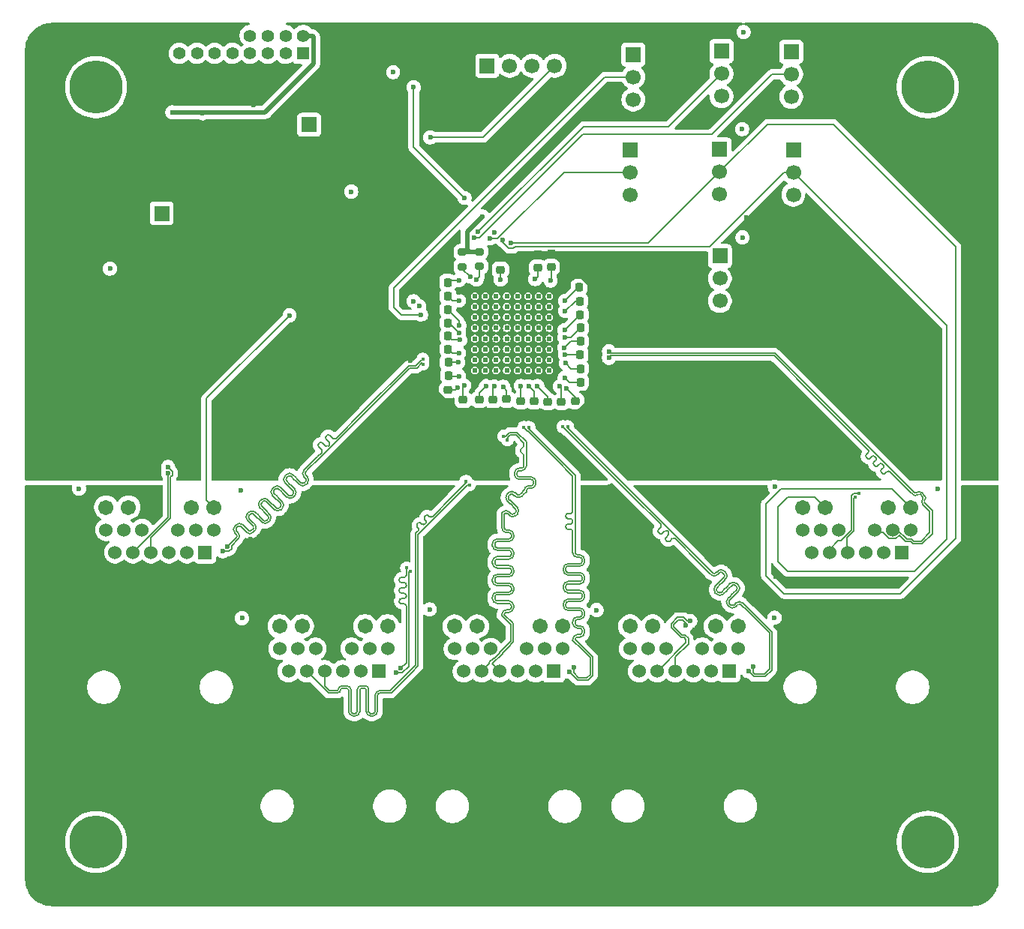
<source format=gbr>
%TF.GenerationSoftware,KiCad,Pcbnew,9.0.4*%
%TF.CreationDate,2025-09-18T12:22:58-07:00*%
%TF.ProjectId,periph_ethernet_switch,70657269-7068-45f6-9574-6865726e6574,rev?*%
%TF.SameCoordinates,Original*%
%TF.FileFunction,Copper,L4,Bot*%
%TF.FilePolarity,Positive*%
%FSLAX46Y46*%
G04 Gerber Fmt 4.6, Leading zero omitted, Abs format (unit mm)*
G04 Created by KiCad (PCBNEW 9.0.4) date 2025-09-18 12:22:58*
%MOMM*%
%LPD*%
G01*
G04 APERTURE LIST*
G04 Aperture macros list*
%AMRoundRect*
0 Rectangle with rounded corners*
0 $1 Rounding radius*
0 $2 $3 $4 $5 $6 $7 $8 $9 X,Y pos of 4 corners*
0 Add a 4 corners polygon primitive as box body*
4,1,4,$2,$3,$4,$5,$6,$7,$8,$9,$2,$3,0*
0 Add four circle primitives for the rounded corners*
1,1,$1+$1,$2,$3*
1,1,$1+$1,$4,$5*
1,1,$1+$1,$6,$7*
1,1,$1+$1,$8,$9*
0 Add four rect primitives between the rounded corners*
20,1,$1+$1,$2,$3,$4,$5,0*
20,1,$1+$1,$4,$5,$6,$7,0*
20,1,$1+$1,$6,$7,$8,$9,0*
20,1,$1+$1,$8,$9,$2,$3,0*%
G04 Aperture macros list end*
%TA.AperFunction,ComponentPad*%
%ADD10R,1.524000X1.524000*%
%TD*%
%TA.AperFunction,ComponentPad*%
%ADD11C,1.524000*%
%TD*%
%TA.AperFunction,ComponentPad*%
%ADD12C,1.714500*%
%TD*%
%TA.AperFunction,ComponentPad*%
%ADD13C,2.362200*%
%TD*%
%TA.AperFunction,ComponentPad*%
%ADD14R,1.400000X1.400000*%
%TD*%
%TA.AperFunction,ComponentPad*%
%ADD15C,1.400000*%
%TD*%
%TA.AperFunction,ComponentPad*%
%ADD16R,1.700000X1.700000*%
%TD*%
%TA.AperFunction,ComponentPad*%
%ADD17C,1.700000*%
%TD*%
%TA.AperFunction,ComponentPad*%
%ADD18C,6.000000*%
%TD*%
%TA.AperFunction,ComponentPad*%
%ADD19C,0.610000*%
%TD*%
%TA.AperFunction,SMDPad,CuDef*%
%ADD20RoundRect,0.225000X0.225000X0.250000X-0.225000X0.250000X-0.225000X-0.250000X0.225000X-0.250000X0*%
%TD*%
%TA.AperFunction,SMDPad,CuDef*%
%ADD21RoundRect,0.200000X0.275000X-0.200000X0.275000X0.200000X-0.275000X0.200000X-0.275000X-0.200000X0*%
%TD*%
%TA.AperFunction,SMDPad,CuDef*%
%ADD22RoundRect,0.225000X-0.225000X-0.250000X0.225000X-0.250000X0.225000X0.250000X-0.225000X0.250000X0*%
%TD*%
%TA.AperFunction,SMDPad,CuDef*%
%ADD23RoundRect,0.225000X-0.250000X0.225000X-0.250000X-0.225000X0.250000X-0.225000X0.250000X0.225000X0*%
%TD*%
%TA.AperFunction,SMDPad,CuDef*%
%ADD24RoundRect,0.225000X0.250000X-0.225000X0.250000X0.225000X-0.250000X0.225000X-0.250000X-0.225000X0*%
%TD*%
%TA.AperFunction,SMDPad,CuDef*%
%ADD25RoundRect,0.250000X1.100000X-0.325000X1.100000X0.325000X-1.100000X0.325000X-1.100000X-0.325000X0*%
%TD*%
%TA.AperFunction,ViaPad*%
%ADD26C,0.600000*%
%TD*%
%TA.AperFunction,ViaPad*%
%ADD27C,0.450000*%
%TD*%
%TA.AperFunction,Conductor*%
%ADD28C,0.152400*%
%TD*%
%TA.AperFunction,Conductor*%
%ADD29C,0.508000*%
%TD*%
%TA.AperFunction,Conductor*%
%ADD30C,0.200000*%
%TD*%
%TA.AperFunction,Conductor*%
%ADD31C,0.150000*%
%TD*%
G04 APERTURE END LIST*
D10*
%TO.P,J1,1,TRCT3*%
%TO.N,Net-(J1-TRCT3)*%
X143942453Y-133340348D03*
D11*
%TO.P,J1,2,TRD3-*%
%TO.N,TXRX1_C-*%
X141910453Y-133340348D03*
%TO.P,J1,3,TRD3+*%
%TO.N,TXRX1_C+*%
X139878453Y-133340348D03*
%TO.P,J1,4,TRD2+*%
%TO.N,TXRX1_B+*%
X137846453Y-133340348D03*
%TO.P,J1,5,TRD2-*%
%TO.N,TXRX1_B-*%
X135814453Y-133340348D03*
%TO.P,J1,6,TRCT2*%
%TO.N,Net-(J1-TRCT2)*%
X133782453Y-133340348D03*
%TO.P,J1,7,TRCT4*%
%TO.N,Net-(J1-TRCT4)*%
X144958453Y-130800347D03*
%TO.P,J1,8,TRD4+*%
%TO.N,TXRX1_D+*%
X142926453Y-130800347D03*
%TO.P,J1,9,TRD4-*%
%TO.N,TXRX1_D-*%
X140894453Y-130800347D03*
%TO.P,J1,10,TRD1-*%
%TO.N,TXRX1_A-*%
X136830453Y-130800347D03*
%TO.P,J1,11,TRD1+*%
%TO.N,TXRX1_A+*%
X134798453Y-130800347D03*
%TO.P,J1,12,TRCT1*%
%TO.N,Net-(J1-TRCT1)*%
X132766453Y-130800347D03*
D12*
%TO.P,J1,13*%
%TO.N,LED1_0*%
X144958453Y-128260348D03*
%TO.P,J1,14*%
%TO.N,Net-(J1-Pad14)*%
X142418453Y-128260348D03*
%TO.P,J1,15*%
%TO.N,LED1_1*%
X135306453Y-128260348D03*
%TO.P,J1,16*%
%TO.N,Net-(J1-Pad16)*%
X132766453Y-128260348D03*
D13*
%TO.P,J1,S1,SHIELD*%
%TO.N,SGND*%
X146926954Y-151755348D03*
%TO.P,J1,S2,SHIELD__1*%
X130797952Y-151755348D03*
%TD*%
D10*
%TO.P,J3,1,TRCT3*%
%TO.N,Net-(J3-TRCT3)*%
X183520024Y-133342867D03*
D11*
%TO.P,J3,2,TRD3-*%
%TO.N,TXRX3_C-*%
X181488024Y-133342867D03*
%TO.P,J3,3,TRD3+*%
%TO.N,TXRX3_C+*%
X179456024Y-133342867D03*
%TO.P,J3,4,TRD2+*%
%TO.N,TXRX3_B+*%
X177424024Y-133342867D03*
%TO.P,J3,5,TRD2-*%
%TO.N,TXRX3_B-*%
X175392024Y-133342867D03*
%TO.P,J3,6,TRCT2*%
%TO.N,Net-(J3-TRCT2)*%
X173360024Y-133342867D03*
%TO.P,J3,7,TRCT4*%
%TO.N,Net-(J3-TRCT4)*%
X184536024Y-130802866D03*
%TO.P,J3,8,TRD4+*%
%TO.N,TXRX3_D+*%
X182504024Y-130802866D03*
%TO.P,J3,9,TRD4-*%
%TO.N,TXRX3_D-*%
X180472024Y-130802866D03*
%TO.P,J3,10,TRD1-*%
%TO.N,TXRX3_A-*%
X176408024Y-130802866D03*
%TO.P,J3,11,TRD1+*%
%TO.N,TXRX3_A+*%
X174376024Y-130802866D03*
%TO.P,J3,12,TRCT1*%
%TO.N,Net-(J3-TRCT1)*%
X172344024Y-130802866D03*
D12*
%TO.P,J3,13*%
%TO.N,LED3_0*%
X184536024Y-128262867D03*
%TO.P,J3,14*%
%TO.N,Net-(J3-Pad14)*%
X181996024Y-128262867D03*
%TO.P,J3,15*%
%TO.N,LED3_1*%
X174884024Y-128262867D03*
%TO.P,J3,16*%
%TO.N,Net-(J3-Pad16)*%
X172344024Y-128262867D03*
D13*
%TO.P,J3,S1,SHIELD*%
%TO.N,SGND*%
X186504525Y-151757867D03*
%TO.P,J3,S2,SHIELD__1*%
X170375523Y-151757867D03*
%TD*%
D14*
%TO.P,CN1,1,1*%
%TO.N,Net-(CN1-Pad1)*%
X135450000Y-63570000D03*
D15*
%TO.P,CN1,2,2*%
%TO.N,VESP*%
X135450000Y-61570000D03*
%TO.P,CN1,3,3*%
%TO.N,Net-(CN1-Pad3)*%
X133450000Y-63570000D03*
%TO.P,CN1,4,4*%
%TO.N,VESP*%
X133450000Y-61570000D03*
%TO.P,CN1,5,5*%
%TO.N,Net-(CN1-Pad5)*%
X131450000Y-63570000D03*
%TO.P,CN1,6,6*%
%TO.N,VESP*%
X131450000Y-61570000D03*
%TO.P,CN1,7,7*%
%TO.N,Net-(CN1-Pad7)*%
X129450000Y-63570000D03*
%TO.P,CN1,8,8*%
%TO.N,VESP*%
X129450000Y-61570000D03*
%TO.P,CN1,9,9*%
%TO.N,Net-(CN1-Pad9)*%
X127450000Y-63570000D03*
%TO.P,CN1,10,10*%
%TO.N,GND*%
X127450000Y-61570000D03*
%TO.P,CN1,11,11*%
%TO.N,Net-(CN1-Pad11)*%
X125450000Y-63570000D03*
%TO.P,CN1,12,12*%
%TO.N,GND*%
X125450000Y-61570000D03*
%TO.P,CN1,13,13*%
%TO.N,VPG1.2*%
X123450000Y-63570000D03*
%TO.P,CN1,14,14*%
%TO.N,GND*%
X123450000Y-61570000D03*
%TO.P,CN1,15,15*%
%TO.N,VPG2.5*%
X121450000Y-63570000D03*
%TO.P,CN1,16,16*%
%TO.N,GND*%
X121450000Y-61570000D03*
%TD*%
D10*
%TO.P,J4,1,TRCT3*%
%TO.N,Net-(J4-TRCT3)*%
X202959999Y-119913096D03*
D11*
%TO.P,J4,2,TRD3-*%
%TO.N,TXRX4_C-*%
X200927999Y-119913096D03*
%TO.P,J4,3,TRD3+*%
%TO.N,TXRX4_C+*%
X198895999Y-119913096D03*
%TO.P,J4,4,TRD2+*%
%TO.N,TXRX4_B+*%
X196863999Y-119913096D03*
%TO.P,J4,5,TRD2-*%
%TO.N,TXRX4_B-*%
X194831999Y-119913096D03*
%TO.P,J4,6,TRCT2*%
%TO.N,Net-(J4-TRCT2)*%
X192799999Y-119913096D03*
%TO.P,J4,7,TRCT4*%
%TO.N,Net-(J4-TRCT4)*%
X203975999Y-117373095D03*
%TO.P,J4,8,TRD4+*%
%TO.N,TXRX4_D+*%
X201943999Y-117373095D03*
%TO.P,J4,9,TRD4-*%
%TO.N,TXRX4_D-*%
X199911999Y-117373095D03*
%TO.P,J4,10,TRD1-*%
%TO.N,TXRX4_A-*%
X195847999Y-117373095D03*
%TO.P,J4,11,TRD1+*%
%TO.N,TXRX4_A+*%
X193815999Y-117373095D03*
%TO.P,J4,12,TRCT1*%
%TO.N,Net-(J4-TRCT1)*%
X191783999Y-117373095D03*
D12*
%TO.P,J4,13*%
%TO.N,LED4_0*%
X203975999Y-114833096D03*
%TO.P,J4,14*%
%TO.N,Net-(J4-Pad14)*%
X201435999Y-114833096D03*
%TO.P,J4,15*%
%TO.N,LED4_1*%
X194323999Y-114833096D03*
%TO.P,J4,16*%
%TO.N,Net-(J4-Pad16)*%
X191783999Y-114833096D03*
D13*
%TO.P,J4,S1,SHIELD*%
%TO.N,SGND*%
X205944500Y-138328096D03*
%TO.P,J4,S2,SHIELD__1*%
X189815498Y-138328096D03*
%TD*%
D16*
%TO.P,J10,1,Pin_1*%
%TO.N,Net-(J10-Pin_1)*%
X190760000Y-74450000D03*
D17*
%TO.P,J10,2,Pin_2*%
%TO.N,LED4_1*%
X190760000Y-76990000D03*
%TO.P,J10,3,Pin_3*%
%TO.N,Net-(J10-Pin_3)*%
X190760000Y-79530000D03*
%TD*%
D16*
%TO.P,J13,1,Pin_1*%
%TO.N,SCL{slash}MDC*%
X156210000Y-64970000D03*
D17*
%TO.P,J13,2,Pin_2*%
%TO.N,SDI{slash}SDA{slash}MDIO*%
X158750000Y-64970000D03*
%TO.P,J13,3,Pin_3*%
%TO.N,SDO*%
X161289999Y-64970000D03*
%TO.P,J13,4,Pin_4*%
%TO.N,SCS_N*%
X163830000Y-64970000D03*
%TD*%
D16*
%TO.P,J6,1,Pin_1*%
%TO.N,Net-(J6-Pin_1)*%
X172700000Y-63700000D03*
D17*
%TO.P,J6,2,Pin_2*%
%TO.N,LED1_1*%
X172700000Y-66240000D03*
%TO.P,J6,3,Pin_3*%
%TO.N,Net-(J6-Pin_3)*%
X172700000Y-68780000D03*
%TD*%
D16*
%TO.P,J7,1,Pin_1*%
%TO.N,Net-(J7-Pin_1)*%
X182650000Y-63330000D03*
D17*
%TO.P,J7,2,Pin_2*%
%TO.N,LED2_0*%
X182650000Y-65870000D03*
%TO.P,J7,3,Pin_3*%
%TO.N,Net-(J7-Pin_3)*%
X182650000Y-68410000D03*
%TD*%
D16*
%TO.P,J12,1,Pin_1*%
%TO.N,Net-(J12-Pin_1)*%
X182470000Y-86450001D03*
D17*
%TO.P,J12,2,Pin_2*%
%TO.N,LED5_1*%
X182470000Y-88990001D03*
%TO.P,J12,3,Pin_3*%
%TO.N,Net-(J12-Pin_3)*%
X182470000Y-91530000D03*
%TD*%
D10*
%TO.P,J2,1,TRCT3*%
%TO.N,Net-(J2-TRCT3)*%
X163709999Y-133360000D03*
D11*
%TO.P,J2,2,TRD3-*%
%TO.N,TXRX2_C-*%
X161677999Y-133360000D03*
%TO.P,J2,3,TRD3+*%
%TO.N,TXRX2_C+*%
X159645999Y-133360000D03*
%TO.P,J2,4,TRD2+*%
%TO.N,TXRX2_B+*%
X157613999Y-133360000D03*
%TO.P,J2,5,TRD2-*%
%TO.N,TXRX2_B-*%
X155581999Y-133360000D03*
%TO.P,J2,6,TRCT2*%
%TO.N,Net-(J2-TRCT2)*%
X153549999Y-133360000D03*
%TO.P,J2,7,TRCT4*%
%TO.N,Net-(J2-TRCT4)*%
X164725999Y-130819999D03*
%TO.P,J2,8,TRD4+*%
%TO.N,TXRX2_D+*%
X162693999Y-130819999D03*
%TO.P,J2,9,TRD4-*%
%TO.N,TXRX2_D-*%
X160661999Y-130819999D03*
%TO.P,J2,10,TRD1-*%
%TO.N,TXRX2_A-*%
X156597999Y-130819999D03*
%TO.P,J2,11,TRD1+*%
%TO.N,TXRX2_A+*%
X154565999Y-130819999D03*
%TO.P,J2,12,TRCT1*%
%TO.N,Net-(J2-TRCT1)*%
X152533999Y-130819999D03*
D12*
%TO.P,J2,13*%
%TO.N,LED2_0*%
X164725999Y-128280000D03*
%TO.P,J2,14*%
%TO.N,Net-(J2-Pad14)*%
X162185999Y-128280000D03*
%TO.P,J2,15*%
%TO.N,LED2_1*%
X155073999Y-128280000D03*
%TO.P,J2,16*%
%TO.N,Net-(J2-Pad16)*%
X152533999Y-128280000D03*
D13*
%TO.P,J2,S1,SHIELD*%
%TO.N,SGND*%
X166694500Y-151775000D03*
%TO.P,J2,S2,SHIELD__1*%
X150565498Y-151775000D03*
%TD*%
D10*
%TO.P,J5,1,TRCT3*%
%TO.N,Net-(J5-TRCT3)*%
X124371765Y-119915191D03*
D11*
%TO.P,J5,2,TRD3-*%
%TO.N,TXRX5_C-*%
X122339765Y-119915191D03*
%TO.P,J5,3,TRD3+*%
%TO.N,TXRX5_C+*%
X120307765Y-119915191D03*
%TO.P,J5,4,TRD2+*%
%TO.N,TXRX5_B+*%
X118275765Y-119915191D03*
%TO.P,J5,5,TRD2-*%
%TO.N,TXRX5_B-*%
X116243765Y-119915191D03*
%TO.P,J5,6,TRCT2*%
%TO.N,Net-(J5-TRCT2)*%
X114211765Y-119915191D03*
%TO.P,J5,7,TRCT4*%
%TO.N,Net-(J5-TRCT4)*%
X125387765Y-117375190D03*
%TO.P,J5,8,TRD4+*%
%TO.N,TXRX5_D+*%
X123355765Y-117375190D03*
%TO.P,J5,9,TRD4-*%
%TO.N,TXRX5_D-*%
X121323765Y-117375190D03*
%TO.P,J5,10,TRD1-*%
%TO.N,TXRX5_A-*%
X117259765Y-117375190D03*
%TO.P,J5,11,TRD1+*%
%TO.N,TXRX5_A+*%
X115227765Y-117375190D03*
%TO.P,J5,12,TRCT1*%
%TO.N,Net-(J5-TRCT1)*%
X113195765Y-117375190D03*
D12*
%TO.P,J5,13*%
%TO.N,LED5_0*%
X125387765Y-114835191D03*
%TO.P,J5,14*%
%TO.N,Net-(J5-Pad14)*%
X122847765Y-114835191D03*
%TO.P,J5,15*%
%TO.N,LED5_1*%
X115735765Y-114835191D03*
%TO.P,J5,16*%
%TO.N,Net-(J5-Pad16)*%
X113195765Y-114835191D03*
D13*
%TO.P,J5,S1,SHIELD*%
%TO.N,SGND*%
X127356266Y-138330191D03*
%TO.P,J5,S2,SHIELD__1*%
X111227264Y-138330191D03*
%TD*%
D18*
%TO.P,H1,1*%
%TO.N,N/C*%
X205920000Y-67400000D03*
%TD*%
D16*
%TO.P,J14,1,Pin_1*%
%TO.N,+1.2V*%
X136119999Y-71635000D03*
D17*
%TO.P,J14,2,Pin_2*%
%TO.N,GND*%
X136119999Y-69095000D03*
%TD*%
D16*
%TO.P,J8,1,Pin_1*%
%TO.N,Net-(J8-Pin_1)*%
X182440000Y-74430000D03*
D17*
%TO.P,J8,2,Pin_2*%
%TO.N,LED4_0*%
X182440000Y-76970000D03*
%TO.P,J8,3,Pin_3*%
%TO.N,Net-(J8-Pin_3)*%
X182440000Y-79510000D03*
%TD*%
D18*
%TO.P,H4,1*%
%TO.N,N/C*%
X205920000Y-152610000D03*
%TD*%
%TO.P,H3,1*%
%TO.N,N/C*%
X112070000Y-152620000D03*
%TD*%
D19*
%TO.P,U1,*%
%TO.N,*%
X154819999Y-90982096D03*
X154819999Y-92182096D03*
X154819999Y-93382096D03*
X154819999Y-94582096D03*
X154819999Y-95782096D03*
X154819999Y-96982096D03*
X154819999Y-98182096D03*
X154819999Y-99382096D03*
X156019999Y-90982096D03*
X156019999Y-92182096D03*
X156019999Y-93382096D03*
X156019999Y-94582096D03*
X156019999Y-95782096D03*
X156019999Y-96982096D03*
X156019999Y-98182096D03*
X156019999Y-99382096D03*
X157219999Y-90982096D03*
X157219999Y-92182096D03*
X157219999Y-93382096D03*
X157219999Y-94582096D03*
X157219999Y-95782096D03*
X157219999Y-96982096D03*
X157219999Y-98182096D03*
X157219999Y-99382096D03*
X158419999Y-90982096D03*
X158419999Y-92182096D03*
X158419999Y-93382096D03*
X158419999Y-94582096D03*
X158419999Y-95782096D03*
X158419999Y-96982096D03*
X158419999Y-98182096D03*
X158419999Y-99382096D03*
X159619999Y-90982096D03*
X159619999Y-92182096D03*
X159619999Y-93382096D03*
X159619999Y-94582096D03*
X159619999Y-95782096D03*
X159619999Y-96982096D03*
X159619999Y-98182096D03*
X159619999Y-99382096D03*
X160819999Y-90982096D03*
X160819999Y-92182096D03*
X160819999Y-93382096D03*
X160819999Y-94582096D03*
X160819999Y-95782096D03*
X160819999Y-96982096D03*
X160819999Y-98182096D03*
X160819999Y-99382096D03*
X162019999Y-90982096D03*
X162019999Y-92182096D03*
X162019999Y-93382096D03*
X162019999Y-94582096D03*
X162019999Y-95782096D03*
X162019999Y-96982096D03*
X162019999Y-98182096D03*
X162019999Y-99382096D03*
X163219999Y-90982096D03*
X163219999Y-92182096D03*
X163219999Y-93382096D03*
X163219999Y-94582096D03*
X163219999Y-95782096D03*
X163219999Y-96982096D03*
X163219999Y-98182096D03*
X163219999Y-99382096D03*
%TD*%
D16*
%TO.P,J11,1,Pin_1*%
%TO.N,Net-(J11-Pin_1)*%
X172300000Y-74440001D03*
D17*
%TO.P,J11,2,Pin_2*%
%TO.N,LED3_1*%
X172300000Y-76980001D03*
%TO.P,J11,3,Pin_3*%
%TO.N,Net-(J11-Pin_3)*%
X172300000Y-79520000D03*
%TD*%
D16*
%TO.P,J15,1,Pin_1*%
%TO.N,+2.5V*%
X119469999Y-81637499D03*
D17*
%TO.P,J15,2,Pin_2*%
%TO.N,GND*%
X122009999Y-81637499D03*
%TD*%
D16*
%TO.P,J9,1,Pin_1*%
%TO.N,Net-(J9-Pin_1)*%
X190520000Y-63390000D03*
D17*
%TO.P,J9,2,Pin_2*%
%TO.N,LED2_1*%
X190520000Y-65930000D03*
%TO.P,J9,3,Pin_3*%
%TO.N,Net-(J9-Pin_3)*%
X190520000Y-68470000D03*
%TD*%
D18*
%TO.P,H2,1*%
%TO.N,N/C*%
X112060000Y-67390000D03*
%TD*%
D20*
%TO.P,C31,1*%
%TO.N,+2.5V*%
X151750000Y-89430000D03*
%TO.P,C31,2*%
%TO.N,GND*%
X150200000Y-89430000D03*
%TD*%
D21*
%TO.P,R28,1*%
%TO.N,INTRP_N*%
X153390000Y-87655000D03*
%TO.P,R28,2*%
%TO.N,+2.5V*%
X153390000Y-86005000D03*
%TD*%
D20*
%TO.P,C5,1*%
%TO.N,+1.2V*%
X151780000Y-92520000D03*
%TO.P,C5,2*%
%TO.N,GND*%
X150230000Y-92520000D03*
%TD*%
D22*
%TO.P,C29,1*%
%TO.N,+2.5V*%
X166565000Y-90000000D03*
%TO.P,C29,2*%
%TO.N,GND*%
X168115000Y-90000000D03*
%TD*%
D21*
%TO.P,R27,1*%
%TO.N,PME_N*%
X155340000Y-87605000D03*
%TO.P,R27,2*%
%TO.N,+2.5V*%
X155340000Y-85955000D03*
%TD*%
D22*
%TO.P,C30,1*%
%TO.N,+2.5V*%
X166705000Y-93070000D03*
%TO.P,C30,2*%
%TO.N,GND*%
X168255000Y-93070000D03*
%TD*%
D20*
%TO.P,C8,1*%
%TO.N,+1.2VA*%
X151805000Y-96980000D03*
%TO.P,C8,2*%
%TO.N,GND*%
X150255000Y-96980000D03*
%TD*%
%TO.P,C4,1*%
%TO.N,+2.5V*%
X151785000Y-94010000D03*
%TO.P,C4,2*%
%TO.N,GND*%
X150235000Y-94010000D03*
%TD*%
%TO.P,C11,1*%
%TO.N,+1.2VA*%
X151865000Y-99950000D03*
%TO.P,C11,2*%
%TO.N,GND*%
X150315000Y-99950000D03*
%TD*%
D23*
%TO.P,C26,1*%
%TO.N,+2.5VA*%
X166190000Y-102845000D03*
%TO.P,C26,2*%
%TO.N,GND*%
X166190000Y-104395000D03*
%TD*%
%TO.P,C14,1*%
%TO.N,+2.5VA*%
X155340000Y-102655000D03*
%TO.P,C14,2*%
%TO.N,GND*%
X155340000Y-104205000D03*
%TD*%
D22*
%TO.P,C53,1*%
%TO.N,+1.2V*%
X166725000Y-94560000D03*
%TO.P,C53,2*%
%TO.N,GND*%
X168275000Y-94560000D03*
%TD*%
D23*
%TO.P,C19,1*%
%TO.N,+1.2VA*%
X163050000Y-102925000D03*
%TO.P,C19,2*%
%TO.N,GND*%
X163050000Y-104475000D03*
%TD*%
%TO.P,C27,1*%
%TO.N,+1.2VA*%
X164590000Y-102925000D03*
%TO.P,C27,2*%
%TO.N,GND*%
X164590000Y-104475000D03*
%TD*%
D22*
%TO.P,C25,1*%
%TO.N,+1.2VA*%
X166730000Y-100710000D03*
%TO.P,C25,2*%
%TO.N,GND*%
X168280000Y-100710000D03*
%TD*%
D23*
%TO.P,C16,1*%
%TO.N,+1.2VA*%
X158410000Y-102625000D03*
%TO.P,C16,2*%
%TO.N,GND*%
X158410000Y-104175000D03*
%TD*%
D22*
%TO.P,C21,1*%
%TO.N,+1.2V*%
X166660000Y-91550000D03*
%TO.P,C21,2*%
%TO.N,GND*%
X168210000Y-91550000D03*
%TD*%
D23*
%TO.P,C12,1*%
%TO.N,+2.5VA*%
X151730000Y-101585000D03*
%TO.P,C12,2*%
%TO.N,GND*%
X151730000Y-103135000D03*
%TD*%
D24*
%TO.P,C52,1*%
%TO.N,+2.5V*%
X161890000Y-87785000D03*
%TO.P,C52,2*%
%TO.N,GND*%
X161890000Y-86235000D03*
%TD*%
D23*
%TO.P,C18,1*%
%TO.N,+2.5VA*%
X161490000Y-102815000D03*
%TO.P,C18,2*%
%TO.N,GND*%
X161490000Y-104365000D03*
%TD*%
D20*
%TO.P,C7,1*%
%TO.N,+1.2VA*%
X151795000Y-95490000D03*
%TO.P,C7,2*%
%TO.N,GND*%
X150245000Y-95490000D03*
%TD*%
D24*
%TO.P,C2,1*%
%TO.N,+1.2V*%
X163430000Y-87705000D03*
%TO.P,C2,2*%
%TO.N,GND*%
X163430000Y-86155000D03*
%TD*%
D20*
%TO.P,C6,1*%
%TO.N,+1.2V*%
X151770000Y-90990000D03*
%TO.P,C6,2*%
%TO.N,GND*%
X150220000Y-90990000D03*
%TD*%
%TO.P,C9,1*%
%TO.N,+2.5VA*%
X151815000Y-98470000D03*
%TO.P,C9,2*%
%TO.N,GND*%
X150265000Y-98470000D03*
%TD*%
D24*
%TO.P,C3,1*%
%TO.N,+1.2V*%
X157710000Y-88015000D03*
%TO.P,C3,2*%
%TO.N,GND*%
X157710000Y-86465000D03*
%TD*%
D22*
%TO.P,C23,1*%
%TO.N,+2.5VA*%
X166685000Y-97600000D03*
%TO.P,C23,2*%
%TO.N,GND*%
X168235000Y-97600000D03*
%TD*%
%TO.P,C22,1*%
%TO.N,+1.2VA*%
X166730000Y-96080000D03*
%TO.P,C22,2*%
%TO.N,GND*%
X168280000Y-96080000D03*
%TD*%
D25*
%TO.P,C57,1*%
%TO.N,SGND*%
X147300000Y-113215001D03*
%TO.P,C57,2*%
%TO.N,GND*%
X147300000Y-110264999D03*
%TD*%
D22*
%TO.P,C24,1*%
%TO.N,+1.2VA*%
X166715000Y-99170000D03*
%TO.P,C24,2*%
%TO.N,GND*%
X168265000Y-99170000D03*
%TD*%
D23*
%TO.P,C17,1*%
%TO.N,+1.2VA*%
X160020000Y-102815000D03*
%TO.P,C17,2*%
%TO.N,GND*%
X160020000Y-104365000D03*
%TD*%
%TO.P,C15,1*%
%TO.N,+1.2VA*%
X156850000Y-102685000D03*
%TO.P,C15,2*%
%TO.N,GND*%
X156850000Y-104235000D03*
%TD*%
%TO.P,C13,1*%
%TO.N,+1.2VA*%
X153500000Y-102695000D03*
%TO.P,C13,2*%
%TO.N,GND*%
X153500000Y-104245000D03*
%TD*%
D26*
%TO.N,+1.2V*%
X153066721Y-94333614D03*
X164940000Y-95640000D03*
X153030000Y-91490000D03*
X165010000Y-92660000D03*
X163360000Y-89240000D03*
X157730000Y-89120000D03*
%TO.N,GND*%
X148886000Y-94140000D03*
X185170000Y-70580000D03*
X129827499Y-69422501D03*
X163190000Y-100553800D03*
X185425535Y-82095535D03*
X184950000Y-93750000D03*
X121512499Y-75749998D03*
X153029000Y-90582096D03*
X149400000Y-64020000D03*
X117362499Y-71449998D03*
X147560000Y-98250000D03*
X125527500Y-73462499D03*
X143320000Y-101210000D03*
%TO.N,+2.5V*%
X188640000Y-127300000D03*
X153010000Y-89210000D03*
X110150000Y-112720000D03*
X164980000Y-91540000D03*
X153033678Y-95132934D03*
X149710000Y-126360000D03*
X168560000Y-126430000D03*
X128530000Y-127350000D03*
X185140000Y-61160000D03*
X161630000Y-89070000D03*
X164940000Y-94839997D03*
X185010000Y-84350000D03*
X145590000Y-65700001D03*
X184990000Y-72130000D03*
X155660000Y-81990000D03*
X128420000Y-112880000D03*
X207040000Y-112770000D03*
X188660000Y-112500000D03*
%TO.N,+1.2VA*%
X153030000Y-100030000D03*
X161870000Y-101130000D03*
X164922634Y-96802839D03*
X156980000Y-101190000D03*
X164960000Y-100180000D03*
X153010000Y-97410000D03*
X164410000Y-101160000D03*
X153620000Y-101060000D03*
X140860000Y-79180000D03*
X160020000Y-101120000D03*
X158000000Y-101220000D03*
X165070000Y-98550000D03*
X153158369Y-95923160D03*
%TO.N,SGND*%
X129500000Y-118460000D03*
X168510000Y-135740000D03*
X148710000Y-135930000D03*
X129740000Y-136060000D03*
X150420000Y-131940000D03*
X207030000Y-122930000D03*
X108650000Y-119960000D03*
X128420000Y-122590000D03*
X170500000Y-131960000D03*
X188760000Y-122670000D03*
X189380000Y-133290000D03*
%TO.N,RESET_N*%
X147910000Y-67410001D03*
X153650000Y-79900000D03*
%TO.N,VESP*%
X120670000Y-70220000D03*
X124120000Y-70340000D03*
%TO.N,LED1_0*%
X148550000Y-92100000D03*
%TO.N,LED1_1*%
X148750000Y-93110000D03*
%TO.N,LED2_0*%
X155186184Y-83717152D03*
%TO.N,LED2_1*%
X154710000Y-84360000D03*
%TO.N,LED3_0*%
X157038198Y-83824058D03*
%TO.N,LED3_1*%
X156540000Y-84450000D03*
%TO.N,LED4_1*%
X157990000Y-84670000D03*
%TO.N,LED4_0*%
X158900000Y-85010000D03*
%TO.N,LED5_1*%
X147910000Y-91560000D03*
%TO.N,LED5_0*%
X133900000Y-93150000D03*
%TO.N,SCS_N*%
X149780000Y-73070000D03*
%TO.N,PME_N*%
X155017311Y-89100446D03*
%TO.N,INTRP_N*%
X154280000Y-88790000D03*
D27*
%TO.N,TXRX1_B+*%
X153805999Y-111885999D03*
%TO.N,TXRX1_D-*%
X147524490Y-122074490D03*
D26*
X145912966Y-133517034D03*
D27*
%TO.N,TXRX1_B-*%
X154214001Y-112294001D03*
D26*
%TO.N,TXRX1_D+*%
X146427034Y-133002966D03*
D27*
X147116488Y-121666488D03*
%TO.N,TXRX2_B+*%
X158072999Y-106795999D03*
%TO.N,TXRX2_B-*%
X158481001Y-107204001D03*
D26*
%TO.N,TXRX2_D+*%
X165967034Y-132882966D03*
D27*
X160331499Y-105800000D03*
D26*
%TO.N,TXRX2_D-*%
X165452966Y-133397034D03*
D27*
X160908499Y-105800000D03*
%TO.N,TXRX3_D-*%
X165308499Y-105720000D03*
D26*
X185682966Y-133347034D03*
%TO.N,TXRX3_B-*%
X179127034Y-127682966D03*
%TO.N,TXRX3_B+*%
X178612966Y-128197034D03*
D27*
%TO.N,TXRX3_D+*%
X164731499Y-105720000D03*
D26*
X186197034Y-132832966D03*
%TO.N,TXRX4_D-*%
X169940000Y-97218596D03*
D27*
%TO.N,TXRX4_B+*%
X197775999Y-113704001D03*
D26*
%TO.N,TXRX4_D+*%
X169940000Y-97945596D03*
D27*
%TO.N,TXRX4_B-*%
X198184001Y-113295999D03*
D26*
%TO.N,TXRX5_D+*%
X126877034Y-119273966D03*
D27*
X148960000Y-98093596D03*
D26*
%TO.N,TXRX5_B+*%
X120191555Y-110268055D03*
%TO.N,TXRX5_B-*%
X120191555Y-110995055D03*
%TO.N,TXRX5_D-*%
X126362966Y-119788034D03*
D27*
X148960000Y-98670596D03*
D26*
%TO.N,+2.5VA*%
X152830000Y-101360000D03*
X152920000Y-98480000D03*
X113630000Y-87880000D03*
X160870000Y-101150000D03*
X164990000Y-97600000D03*
X165175622Y-101392007D03*
X156080000Y-101140000D03*
%TD*%
D28*
%TO.N,+1.2V*%
X166120000Y-91550000D02*
X165010000Y-92660000D01*
X163430000Y-87705000D02*
X163430000Y-89170000D01*
X165645000Y-95640000D02*
X164940000Y-95640000D01*
X153066721Y-94333614D02*
X153066721Y-93806721D01*
X157710000Y-88015000D02*
X157710000Y-89100000D01*
X152270000Y-91490000D02*
X151770000Y-90990000D01*
X163430000Y-89170000D02*
X163360000Y-89240000D01*
X153066721Y-93806721D02*
X151780000Y-92520000D01*
X153030000Y-91490000D02*
X152270000Y-91490000D01*
X157710000Y-89100000D02*
X157730000Y-89120000D01*
X166725000Y-94560000D02*
X165645000Y-95640000D01*
X166660000Y-91550000D02*
X166120000Y-91550000D01*
D29*
%TO.N,GND*%
X163350000Y-86235000D02*
X163430000Y-86155000D01*
X168115000Y-100545000D02*
X168280000Y-100710000D01*
X163430000Y-86155000D02*
X164270000Y-86155000D01*
X161890000Y-86235000D02*
X163350000Y-86235000D01*
X166190000Y-104395000D02*
X168280000Y-102305000D01*
X153500000Y-104245000D02*
X152840000Y-104245000D01*
X150235000Y-94010000D02*
X150235000Y-89465000D01*
X166040000Y-104245000D02*
X166190000Y-104395000D01*
X164270000Y-86155000D02*
X168115000Y-90000000D01*
X168280000Y-102305000D02*
X168280000Y-100710000D01*
X150315000Y-101720000D02*
X150315000Y-99950000D01*
X153500000Y-104245000D02*
X166040000Y-104245000D01*
X168115000Y-90000000D02*
X168115000Y-100545000D01*
X150235000Y-94010000D02*
X149016000Y-94010000D01*
X150200000Y-89430000D02*
X150200000Y-99835000D01*
X161660000Y-86465000D02*
X161890000Y-86235000D01*
X152840000Y-104245000D02*
X151730000Y-103135000D01*
X150200000Y-99835000D02*
X150315000Y-99950000D01*
X157710000Y-86465000D02*
X161660000Y-86465000D01*
X151730000Y-103135000D02*
X150315000Y-101720000D01*
X149016000Y-94010000D02*
X148886000Y-94140000D01*
X150235000Y-89465000D02*
X150200000Y-89430000D01*
D28*
%TO.N,+2.5V*%
X153010000Y-89210000D02*
X151970000Y-89210000D01*
D29*
X153390000Y-86005000D02*
X154250000Y-86005000D01*
X153955000Y-85710000D02*
X153955000Y-83695000D01*
D28*
X166565000Y-90000000D02*
X166520000Y-90000000D01*
X151970000Y-89210000D02*
X151750000Y-89430000D01*
D29*
X155290000Y-86005000D02*
X155340000Y-85955000D01*
D28*
X166520000Y-90000000D02*
X164980000Y-91540000D01*
D29*
X153955000Y-83695000D02*
X155660000Y-81990000D01*
D28*
X161890000Y-88810000D02*
X161630000Y-89070000D01*
X151785000Y-94010000D02*
X151910744Y-94010000D01*
D29*
X154250000Y-86005000D02*
X155290000Y-86005000D01*
D28*
X166705000Y-93070000D02*
X166705000Y-93074997D01*
X161890000Y-87785000D02*
X161890000Y-88810000D01*
D29*
X154250000Y-86005000D02*
X153955000Y-85710000D01*
D28*
X151910744Y-94010000D02*
X153033678Y-95132934D01*
X166705000Y-93074997D02*
X164940000Y-94839997D01*
%TO.N,+1.2VA*%
X164410000Y-101160000D02*
X164590000Y-101340000D01*
X163050000Y-102310000D02*
X163050000Y-102925000D01*
X158000000Y-101220000D02*
X158410000Y-101630000D01*
X165490000Y-100710000D02*
X164960000Y-100180000D01*
X166730000Y-100710000D02*
X165490000Y-100710000D01*
X153010000Y-97410000D02*
X152235000Y-97410000D01*
X165645473Y-96080000D02*
X164922634Y-96802839D01*
X153500000Y-101180000D02*
X153620000Y-101060000D01*
X166715000Y-99170000D02*
X165690000Y-99170000D01*
X151945000Y-100030000D02*
X151865000Y-99950000D01*
X152235000Y-97410000D02*
X151805000Y-96980000D01*
X164590000Y-101340000D02*
X164590000Y-102925000D01*
X156850000Y-101320000D02*
X156850000Y-102685000D01*
X166730000Y-96080000D02*
X165645473Y-96080000D01*
X160020000Y-102815000D02*
X160020000Y-101120000D01*
X158410000Y-101630000D02*
X158410000Y-102625000D01*
X161870000Y-101130000D02*
X163050000Y-102310000D01*
X153030000Y-100030000D02*
X151945000Y-100030000D01*
X156980000Y-101190000D02*
X156850000Y-101320000D01*
X153500000Y-102695000D02*
X153500000Y-101180000D01*
X165690000Y-99170000D02*
X165070000Y-98550000D01*
X152228160Y-95923160D02*
X151795000Y-95490000D01*
X153158369Y-95923160D02*
X152228160Y-95923160D01*
D30*
%TO.N,RESET_N*%
X147910000Y-74160000D02*
X153650000Y-79900000D01*
X147910000Y-67410001D02*
X147910000Y-74160000D01*
D29*
%TO.N,VESP*%
X136439949Y-61570000D02*
X135450000Y-61570000D01*
X124240000Y-70220000D02*
X124120000Y-70340000D01*
X131110000Y-70220000D02*
X136605000Y-64725000D01*
X136605000Y-64725000D02*
X136605000Y-61735051D01*
X124000000Y-70220000D02*
X124120000Y-70340000D01*
X131110000Y-70220000D02*
X124240000Y-70220000D01*
X120670000Y-70220000D02*
X124000000Y-70220000D01*
X136605000Y-61735051D02*
X136439949Y-61570000D01*
D28*
%TO.N,LED1_1*%
X146500000Y-93110000D02*
X148750000Y-93110000D01*
X145660000Y-92270000D02*
X146500000Y-93110000D01*
X169460000Y-66240000D02*
X145660000Y-90040000D01*
X172700000Y-66240000D02*
X169460000Y-66240000D01*
X145660000Y-90040000D02*
X145660000Y-92270000D01*
%TO.N,LED2_0*%
X176700000Y-71820000D02*
X182650000Y-65870000D01*
X155186184Y-83717152D02*
X167083336Y-71820000D01*
X167083336Y-71820000D02*
X176700000Y-71820000D01*
%TO.N,LED2_1*%
X155359621Y-84360000D02*
X154710000Y-84360000D01*
X181530000Y-72730000D02*
X166989621Y-72730000D01*
X166989621Y-72730000D02*
X155359621Y-84360000D01*
X188330000Y-65930000D02*
X181530000Y-72730000D01*
X190520000Y-65930000D02*
X188330000Y-65930000D01*
%TO.N,LED3_1*%
X164863714Y-76980001D02*
X172300000Y-76980001D01*
X156540000Y-84450000D02*
X157393715Y-84450000D01*
X157393715Y-84450000D02*
X164863714Y-76980001D01*
%TO.N,LED4_1*%
X159139085Y-85587200D02*
X159362885Y-85363400D01*
X189010000Y-114820000D02*
X190131354Y-113698646D01*
X158660915Y-85587200D02*
X159139085Y-85587200D01*
X189716200Y-76990000D02*
X190760000Y-76990000D01*
X204470000Y-122080000D02*
X208100000Y-118450000D01*
X208100000Y-118450000D02*
X208100000Y-94330000D01*
X159362885Y-85363400D02*
X181342800Y-85363400D01*
X189010000Y-120950000D02*
X189010000Y-114820000D01*
X157990000Y-84670000D02*
X157990000Y-84916285D01*
X193189549Y-113698646D02*
X194323999Y-114833096D01*
X157990000Y-84916285D02*
X158660915Y-85587200D01*
X208100000Y-94330000D02*
X190760000Y-76990000D01*
X190131354Y-113698646D02*
X193189549Y-113698646D01*
X190140000Y-122080000D02*
X204470000Y-122080000D01*
X190140000Y-122080000D02*
X189010000Y-120950000D01*
X181342800Y-85363400D02*
X189716200Y-76990000D01*
%TO.N,LED4_0*%
X158900000Y-85010000D02*
X174400000Y-85010000D01*
X174400000Y-85010000D02*
X182440000Y-76970000D01*
X187850000Y-71560000D02*
X182440000Y-76970000D01*
X203975999Y-114833096D02*
X201881988Y-112739085D01*
X209110000Y-118360000D02*
X209110000Y-85380000D01*
X209110000Y-85380000D02*
X195290000Y-71560000D01*
X187660000Y-122530000D02*
X189740000Y-124610000D01*
X195290000Y-71560000D02*
X187850000Y-71560000D01*
X189380915Y-112739085D02*
X187660000Y-114460000D01*
X187660000Y-114460000D02*
X187660000Y-122530000D01*
X189740000Y-124610000D02*
X202860000Y-124610000D01*
X202860000Y-124610000D02*
X209110000Y-118360000D01*
X201881988Y-112739085D02*
X189380915Y-112739085D01*
%TO.N,LED5_0*%
X124530515Y-102519485D02*
X133900000Y-93150000D01*
X125387765Y-114835191D02*
X124530515Y-113977941D01*
X124530515Y-113977941D02*
X124530515Y-102519485D01*
D30*
%TO.N,SCS_N*%
X155730000Y-73070000D02*
X163830000Y-64970000D01*
X149780000Y-73070000D02*
X155730000Y-73070000D01*
D28*
%TO.N,PME_N*%
X155017311Y-89100446D02*
X155340000Y-88777757D01*
X155340000Y-88777757D02*
X155340000Y-87605000D01*
%TO.N,INTRP_N*%
X153390000Y-87900000D02*
X154280000Y-88790000D01*
X153390000Y-87655000D02*
X153390000Y-87900000D01*
D31*
%TO.N,TXRX1_B+*%
X140826989Y-135521500D02*
X140826989Y-135798500D01*
X140826989Y-135411283D02*
X140826989Y-135521500D01*
X139785923Y-135024066D02*
X140439772Y-135024066D01*
X141549989Y-135798500D02*
X141549989Y-135521500D01*
X148319172Y-116703840D02*
X148404025Y-116618988D01*
X143088489Y-138116320D02*
X143288489Y-138116320D01*
X148743437Y-116618987D02*
X148844586Y-116720136D01*
X137846453Y-134980610D02*
X138387343Y-135521500D01*
X148420320Y-117144400D02*
X148319172Y-117043252D01*
X145272630Y-135521500D02*
X147490176Y-133303954D01*
X144288489Y-135521500D02*
X145272630Y-135521500D01*
X144088489Y-135521500D02*
X144288489Y-135521500D01*
X141549989Y-135521500D02*
X141549989Y-135390633D01*
X142826989Y-135521500D02*
X142826989Y-136060000D01*
X147490176Y-133303954D02*
X148141500Y-132652630D01*
X141549989Y-137854820D02*
X141549989Y-135798500D01*
X141088489Y-138116320D02*
X141288489Y-138116320D01*
X149591992Y-115770485D02*
X149693115Y-115871608D01*
X149183998Y-116720136D02*
X149268849Y-116635283D01*
X140826989Y-135798500D02*
X140826989Y-137854820D01*
X142826989Y-136060000D02*
X142826989Y-137854820D01*
X148141500Y-117762631D02*
X148420319Y-117483812D01*
X152114611Y-113789520D02*
X153805999Y-112098132D01*
X143549989Y-137854820D02*
X143549989Y-136060000D01*
X149268850Y-116295870D02*
X149167728Y-116194748D01*
X148141500Y-132652630D02*
X148141500Y-117762631D01*
X153805999Y-112098132D02*
X153805999Y-111885999D01*
X138387343Y-135521500D02*
X139288489Y-135521500D01*
X141957856Y-134982766D02*
X142419122Y-134982766D01*
X137846453Y-133340348D02*
X137846453Y-134980610D01*
X150032527Y-115871607D02*
X150117379Y-115786753D01*
X149167727Y-115855338D02*
X149252582Y-115770484D01*
X150117379Y-115786753D02*
X152114611Y-113789520D01*
X149268849Y-116635283D02*
X149268849Y-116635282D01*
X142826989Y-135390633D02*
X142826989Y-135521500D01*
X141288489Y-138116320D02*
G75*
G03*
X141550020Y-137854820I11J261520D01*
G01*
X142419122Y-134982766D02*
G75*
G02*
X142826934Y-135390633I-22J-407834D01*
G01*
X140439772Y-135024066D02*
G75*
G02*
X140827034Y-135411283I28J-387234D01*
G01*
X149252582Y-115770484D02*
G75*
G02*
X149592005Y-115770471I169718J-169716D01*
G01*
X149693115Y-115871608D02*
G75*
G03*
X150032506Y-115871587I169685J169708D01*
G01*
X139288489Y-135521500D02*
G75*
G03*
X139398700Y-135411283I11J110200D01*
G01*
X143288489Y-138116320D02*
G75*
G03*
X143550020Y-137854820I11J261520D01*
G01*
X148404025Y-116618988D02*
G75*
G02*
X148743405Y-116619018I169675J-169712D01*
G01*
X142826989Y-137854820D02*
G75*
G03*
X143088489Y-138116311I261511J20D01*
G01*
X149268849Y-116635282D02*
G75*
G03*
X149268826Y-116295894I-169749J169682D01*
G01*
X148844586Y-116720136D02*
G75*
G03*
X149183998Y-116720136I169706J169701D01*
G01*
X139398706Y-135411283D02*
G75*
G02*
X139785923Y-135024106I387194J-17D01*
G01*
X143549989Y-136060000D02*
G75*
G02*
X144088489Y-135521489I538511J0D01*
G01*
X148319172Y-117043252D02*
G75*
G02*
X148319126Y-116703794I169728J169752D01*
G01*
X148420319Y-117483812D02*
G75*
G03*
X148420326Y-117144395I-169719J169712D01*
G01*
X141549989Y-135390633D02*
G75*
G02*
X141957856Y-134982689I407911J33D01*
G01*
X140826989Y-137854820D02*
G75*
G03*
X141088489Y-138116311I261511J20D01*
G01*
X149167728Y-116194748D02*
G75*
G02*
X149167684Y-115855295I169672J169748D01*
G01*
%TO.N,TXRX1_D-*%
X147351954Y-122074490D02*
X147524490Y-122074490D01*
X147351954Y-132789396D02*
X147351954Y-122074490D01*
X146624316Y-133517034D02*
X147351954Y-132789396D01*
X145912966Y-133517034D02*
X146624316Y-133517034D01*
%TO.N,TXRX1_B-*%
X145387370Y-135798500D02*
X147686046Y-133499824D01*
X141826989Y-137854820D02*
X141826989Y-135798500D01*
X142549989Y-135521500D02*
X142549989Y-136060000D01*
X142549989Y-135390633D02*
X142549989Y-135521500D01*
X138272605Y-135798500D02*
X139288489Y-135798500D01*
X154001868Y-112294001D02*
X154214001Y-112294001D01*
X140549989Y-135411283D02*
X140549989Y-135521500D01*
X141826989Y-135521500D02*
X141826989Y-135390633D01*
X141826989Y-135798500D02*
X141826989Y-135521500D01*
X143826989Y-137854820D02*
X143826989Y-136060000D01*
X141088489Y-138393320D02*
X141288489Y-138393320D01*
X140549989Y-135521500D02*
X140549989Y-135798500D01*
X144088489Y-135798500D02*
X144288489Y-135798500D01*
X142549989Y-136060000D02*
X142549989Y-137854820D01*
X141957856Y-135259766D02*
X142419122Y-135259766D01*
X148418500Y-132767370D02*
X148418500Y-117877369D01*
X144288489Y-135798500D02*
X145387370Y-135798500D01*
X148418500Y-117877369D02*
X154001868Y-112294001D01*
X135814453Y-133340348D02*
X138272605Y-135798500D01*
X139785923Y-135301066D02*
X140439772Y-135301066D01*
X140549989Y-135798500D02*
X140549989Y-137854820D01*
X143088489Y-138393320D02*
X143288489Y-138393320D01*
X147686046Y-133499824D02*
X148418500Y-132767370D01*
X143288489Y-138393320D02*
G75*
G03*
X143827020Y-137854820I11J538520D01*
G01*
X143826989Y-136060000D02*
G75*
G02*
X144088489Y-135798489I261511J0D01*
G01*
X139675706Y-135411283D02*
G75*
G02*
X139785923Y-135301106I110194J-17D01*
G01*
X139288489Y-135798500D02*
G75*
G03*
X139675700Y-135411283I11J387200D01*
G01*
X142549989Y-137854820D02*
G75*
G03*
X143088489Y-138393311I538511J20D01*
G01*
X141288489Y-138393320D02*
G75*
G03*
X141827020Y-137854820I11J538520D01*
G01*
X142419122Y-135259766D02*
G75*
G02*
X142549934Y-135390633I-22J-130834D01*
G01*
X140439772Y-135301066D02*
G75*
G02*
X140550034Y-135411283I28J-110234D01*
G01*
X140549989Y-137854820D02*
G75*
G03*
X141088489Y-138393311I538511J20D01*
G01*
X141826989Y-135390633D02*
G75*
G02*
X141957856Y-135259689I130911J33D01*
G01*
%TO.N,TXRX1_D+*%
X147069490Y-123571927D02*
X147069490Y-123691927D01*
X146529022Y-123331927D02*
X146829490Y-123331927D01*
X147069490Y-121886022D02*
X147069490Y-122491927D01*
X146529022Y-125731927D02*
X146829490Y-125731927D01*
X146289022Y-122971927D02*
X146289022Y-123091927D01*
X146529022Y-124531927D02*
X146829490Y-124531927D01*
X147116488Y-121666488D02*
X147116488Y-121839024D01*
X146829490Y-122731927D02*
X146529022Y-122731927D01*
X147069490Y-125971927D02*
X147069490Y-126091927D01*
X147069490Y-132360510D02*
X146427034Y-133002966D01*
X147069490Y-124771927D02*
X147069490Y-124891927D01*
X147116488Y-121839024D02*
X147069490Y-121886022D01*
X146829490Y-123931927D02*
X146529022Y-123931927D01*
X146289022Y-125371927D02*
X146289022Y-125491927D01*
X147069490Y-126091927D02*
X147069490Y-127581265D01*
X146289022Y-124171927D02*
X146289022Y-124291927D01*
X146829490Y-125131927D02*
X146529022Y-125131927D01*
X147069490Y-127581265D02*
X147069490Y-132360510D01*
X146529022Y-125131927D02*
G75*
G03*
X146289027Y-125371927I-22J-239973D01*
G01*
X147069490Y-122491927D02*
G75*
G02*
X146829490Y-122731890I-239990J27D01*
G01*
X147069490Y-123691927D02*
G75*
G02*
X146829490Y-123931890I-239990J27D01*
G01*
X146829490Y-124531927D02*
G75*
G02*
X147069473Y-124771927I10J-239973D01*
G01*
X146529022Y-123931927D02*
G75*
G03*
X146289027Y-124171927I-22J-239973D01*
G01*
X146289022Y-125491927D02*
G75*
G03*
X146529022Y-125731878I239978J27D01*
G01*
X146529022Y-122731927D02*
G75*
G03*
X146289027Y-122971927I-22J-239973D01*
G01*
X146289022Y-123091927D02*
G75*
G03*
X146529022Y-123331878I239978J27D01*
G01*
X146289022Y-124291927D02*
G75*
G03*
X146529022Y-124531878I239978J27D01*
G01*
X146829490Y-123331927D02*
G75*
G02*
X147069473Y-123571927I10J-239973D01*
G01*
X147069490Y-124891927D02*
G75*
G02*
X146829490Y-125131890I-239990J27D01*
G01*
X146829490Y-125731927D02*
G75*
G02*
X147069473Y-125971927I10J-239973D01*
G01*
%TO.N,TXRX2_B+*%
X157860510Y-124682120D02*
X158139490Y-124682120D01*
X157860510Y-123403140D02*
X157333670Y-123403140D01*
X157860510Y-125403140D02*
X157333670Y-125403140D01*
X157613999Y-133360000D02*
X156738479Y-132484480D01*
X159205820Y-126142630D02*
X159205820Y-125942630D01*
X160900000Y-112682120D02*
X161166330Y-112682120D01*
X158719631Y-106361500D02*
X158332130Y-106749001D01*
X159411991Y-114653691D02*
X159129148Y-114370848D01*
X159205820Y-118142630D02*
X159205820Y-117942630D01*
X159129151Y-114370850D02*
X158944941Y-114186643D01*
X157860510Y-121403140D02*
X157333670Y-121403140D01*
X157860510Y-119403140D02*
X157333670Y-119403140D01*
X158400000Y-125403140D02*
X157860510Y-125403140D01*
X158666330Y-125403140D02*
X158400000Y-125403140D01*
X160119101Y-113578171D02*
X160260521Y-113436749D01*
X159557370Y-106361500D02*
X158719631Y-106361500D01*
X160638500Y-109500000D02*
X160638500Y-107442630D01*
X161705820Y-112142630D02*
X161705820Y-111942630D01*
X160100000Y-111403140D02*
X159833670Y-111403140D01*
X157073160Y-125142630D02*
X157073160Y-124942630D01*
X159600322Y-114842022D02*
X159411991Y-114653691D01*
X158139490Y-124682120D02*
X158666330Y-124682120D01*
X158400000Y-118682120D02*
X158666330Y-118682120D01*
X158944941Y-114186643D02*
X158846308Y-114088007D01*
X160260521Y-113436749D02*
X160638500Y-113057370D01*
X158139490Y-117142630D02*
X158139490Y-116942630D01*
X158666330Y-117403140D02*
X158400000Y-117403140D01*
X159833670Y-110682120D02*
X160100000Y-110682120D01*
X158139490Y-123403140D02*
X157860510Y-123403140D01*
X158657961Y-113531245D02*
X158799384Y-113389823D01*
X159205820Y-124142630D02*
X159205820Y-123942630D01*
X159138500Y-127942630D02*
X158138500Y-126942630D01*
X157914979Y-131283689D02*
X158539864Y-130658804D01*
X158139490Y-119403140D02*
X157860510Y-119403140D01*
X160639490Y-109942630D02*
X160638500Y-109500000D01*
X157073160Y-123142630D02*
X157073160Y-122942630D01*
X158245535Y-106795999D02*
X158072999Y-106795999D01*
X158539864Y-130658804D02*
X159138500Y-130060168D01*
X157333670Y-124682120D02*
X157860510Y-124682120D01*
X158139490Y-120682120D02*
X158666330Y-120682120D01*
X157073160Y-121142630D02*
X157073160Y-120942630D01*
X160639490Y-110142630D02*
X160639490Y-109942630D01*
X160638500Y-113057370D02*
X160639490Y-112942630D01*
X157333670Y-120682120D02*
X157860510Y-120682120D01*
X161166330Y-111403140D02*
X160900000Y-111403140D01*
X158507616Y-115558069D02*
X158695946Y-115746399D01*
X158292533Y-106749001D02*
X158245535Y-106795999D01*
X158666330Y-121403140D02*
X158139490Y-121403140D01*
X158666330Y-123403140D02*
X158139490Y-123403140D01*
X160638500Y-107442630D02*
X159557370Y-106361500D01*
X156738479Y-132484480D02*
X156796009Y-132484480D01*
X157914979Y-131365510D02*
X157914979Y-131283689D01*
X159167800Y-113389824D02*
X159356147Y-113578171D01*
X159129148Y-114370848D02*
X159129151Y-114370850D01*
X157333670Y-122682120D02*
X157860510Y-122682120D01*
X159138500Y-130060168D02*
X159138500Y-127942630D01*
X160900000Y-111403140D02*
X160100000Y-111403140D01*
X157860510Y-122682120D02*
X158139490Y-122682120D01*
X158846308Y-114088007D02*
X158657962Y-113899661D01*
X157333670Y-118682120D02*
X157860510Y-118682120D01*
X157073160Y-119142630D02*
X157073160Y-118942630D01*
X157860510Y-120682120D02*
X158139490Y-120682120D01*
X158139490Y-122682120D02*
X158666330Y-122682120D01*
X158139490Y-121403140D02*
X157860510Y-121403140D01*
X159205820Y-122142630D02*
X159205820Y-121942630D01*
X158138500Y-126942630D02*
X158139490Y-126942630D01*
X158139490Y-116942630D02*
X158138500Y-115557370D01*
X158666330Y-119403140D02*
X158139490Y-119403140D01*
X159458900Y-115746399D02*
X159600322Y-115604976D01*
X159573160Y-111142630D02*
X159573160Y-110942630D01*
X159205820Y-120142630D02*
X159205820Y-119942630D01*
X157860510Y-118682120D02*
X158400000Y-118682120D01*
X158332130Y-106749001D02*
X158292533Y-106749001D01*
X158138500Y-115557370D02*
X158139199Y-115558069D01*
X156796009Y-132484480D02*
X157914979Y-131365510D01*
X158400000Y-126682120D02*
X158666330Y-126682120D01*
X159573160Y-110942630D02*
G75*
G02*
X159833670Y-110682060I260540J30D01*
G01*
X161705820Y-111942630D02*
G75*
G03*
X161166330Y-111403080I-539520J30D01*
G01*
X158666330Y-124682120D02*
G75*
G03*
X159205820Y-124142630I-30J539520D01*
G01*
X157333670Y-123403140D02*
G75*
G02*
X157073160Y-123142630I30J260540D01*
G01*
X158400000Y-117403140D02*
G75*
G02*
X158139460Y-117142630I0J260540D01*
G01*
X159205820Y-125942630D02*
G75*
G03*
X158666330Y-125403080I-539520J30D01*
G01*
X158666330Y-120682120D02*
G75*
G03*
X159205820Y-120142630I-30J539520D01*
G01*
X157073160Y-118942630D02*
G75*
G02*
X157333670Y-118682060I260540J30D01*
G01*
X157073160Y-122942630D02*
G75*
G02*
X157333670Y-122682060I260540J30D01*
G01*
X157073160Y-124942630D02*
G75*
G02*
X157333670Y-124682060I260540J30D01*
G01*
X159833670Y-111403140D02*
G75*
G02*
X159573160Y-111142630I30J260540D01*
G01*
X159205820Y-117942630D02*
G75*
G03*
X158666330Y-117403080I-539520J30D01*
G01*
X158139199Y-115558069D02*
G75*
G02*
X158507616Y-115558068I184209J-184211D01*
G01*
X159205820Y-119942630D02*
G75*
G03*
X158666330Y-119403080I-539520J30D01*
G01*
X157333670Y-119403140D02*
G75*
G02*
X157073160Y-119142630I30J260540D01*
G01*
X157333670Y-125403140D02*
G75*
G02*
X157073160Y-125142630I30J260540D01*
G01*
X158695946Y-115746399D02*
G75*
G03*
X159458900Y-115746399I381477J381477D01*
G01*
X159356147Y-113578171D02*
G75*
G03*
X160119101Y-113578171I381477J381477D01*
G01*
X158666330Y-118682120D02*
G75*
G03*
X159205820Y-118142630I-30J539520D01*
G01*
X158666330Y-122682120D02*
G75*
G03*
X159205820Y-122142630I-30J539520D01*
G01*
X157073160Y-120942630D02*
G75*
G02*
X157333670Y-120682060I260540J30D01*
G01*
X158139490Y-126942630D02*
G75*
G02*
X158400000Y-126682090I260510J30D01*
G01*
X161166330Y-112682120D02*
G75*
G03*
X161705820Y-112142630I-30J539520D01*
G01*
X158657962Y-113899661D02*
G75*
G02*
X158658008Y-113531292I184238J184161D01*
G01*
X160100000Y-110682120D02*
G75*
G03*
X160639520Y-110142630I0J539520D01*
G01*
X158799384Y-113389823D02*
G75*
G02*
X159167809Y-113389815I184216J-184177D01*
G01*
X157333670Y-121403140D02*
G75*
G02*
X157073160Y-121142630I30J260540D01*
G01*
X158666330Y-126682120D02*
G75*
G03*
X159205820Y-126142630I-30J539520D01*
G01*
X159205820Y-123942630D02*
G75*
G03*
X158666330Y-123403080I-539520J30D01*
G01*
X159205820Y-121942630D02*
G75*
G03*
X158666330Y-121403080I-539520J30D01*
G01*
X160639490Y-112942630D02*
G75*
G02*
X160900000Y-112682090I260510J30D01*
G01*
X159600322Y-115604976D02*
G75*
G03*
X159600321Y-114842023I-381522J381476D01*
G01*
%TO.N,TXRX2_B-*%
X159403053Y-115039291D02*
X159214722Y-114850960D01*
X159442630Y-106638500D02*
X158834369Y-106638500D01*
X157860510Y-118403140D02*
X158400000Y-118403140D01*
X160360510Y-110142630D02*
X160360510Y-109942630D01*
X158139490Y-121682120D02*
X157860510Y-121682120D01*
X157333670Y-118403140D02*
X157860510Y-118403140D01*
X160361500Y-107703481D02*
X160361500Y-107557370D01*
X157860510Y-123682120D02*
X157333670Y-123682120D01*
X157860510Y-124403140D02*
X158139490Y-124403140D01*
X160361500Y-109500000D02*
X160361500Y-108903481D01*
X160361500Y-107914449D02*
X160361500Y-107703481D01*
X158666330Y-119682120D02*
X158139490Y-119682120D01*
X158342595Y-130461535D02*
X158861500Y-129942630D01*
X158931880Y-114568121D02*
X158747673Y-114383911D01*
X157861500Y-115442630D02*
X157941930Y-115360800D01*
X158649037Y-114285278D02*
X158460691Y-114096932D01*
X157860510Y-117142630D02*
X157860510Y-116942630D01*
X158926840Y-118142630D02*
X158926840Y-117942630D01*
X157861500Y-127057370D02*
X157860510Y-126942630D01*
X157860510Y-116942630D02*
X157861500Y-115442630D01*
X158704884Y-115360800D02*
X158893214Y-115549130D01*
X159365068Y-113192556D02*
X159553415Y-113380903D01*
X158931879Y-114568117D02*
X158931880Y-114568121D01*
X158861500Y-129942630D02*
X158861500Y-128057370D01*
X156794180Y-125142630D02*
X156794180Y-124942630D01*
X157333670Y-122403140D02*
X157860510Y-122403140D01*
X157635999Y-131249953D02*
X157635999Y-131168131D01*
X160100000Y-111682120D02*
X159833670Y-111682120D01*
X161426840Y-112142630D02*
X161426840Y-111942630D01*
X158861500Y-128057370D02*
X157861500Y-127057370D01*
X158666330Y-123682120D02*
X158139490Y-123682120D01*
X156794180Y-119142630D02*
X156794180Y-118942630D01*
X158527999Y-106984467D02*
X158481001Y-107031465D01*
X160360510Y-109942630D02*
X160361500Y-109500000D01*
X158666330Y-117682120D02*
X158400000Y-117682120D01*
X157860510Y-119682120D02*
X157333670Y-119682120D01*
X158139490Y-123682120D02*
X157860510Y-123682120D01*
X159294180Y-111142630D02*
X159294180Y-110942630D01*
X158527999Y-106944870D02*
X158527999Y-106984467D01*
X157333670Y-124403140D02*
X157860510Y-124403140D01*
X158666330Y-121682120D02*
X158139490Y-121682120D01*
X158735626Y-106737243D02*
X158527999Y-106944870D01*
X159833670Y-110403140D02*
X160100000Y-110403140D01*
X158926840Y-120142630D02*
X158926840Y-119942630D01*
X159261631Y-115549130D02*
X159403053Y-115407707D01*
X159214722Y-114850960D02*
X158931879Y-114568117D01*
X158926840Y-122142630D02*
X158926840Y-121942630D01*
X158666330Y-125682120D02*
X158400000Y-125682120D01*
X157860510Y-120403140D02*
X158139490Y-120403140D01*
X158139490Y-120403140D02*
X158666330Y-120403140D01*
X157333670Y-120403140D02*
X157860510Y-120403140D01*
X158926840Y-126142630D02*
X158926840Y-125942630D01*
X158400000Y-126403140D02*
X158666330Y-126403140D01*
X156794180Y-123142630D02*
X156794180Y-122942630D01*
X156946131Y-131857999D02*
X157027953Y-131857999D01*
X160361500Y-107557370D02*
X159442630Y-106638500D01*
X158747673Y-114383911D02*
X158649037Y-114285278D01*
X155581999Y-133360000D02*
X156459499Y-132482500D01*
X158400000Y-118403140D02*
X158666330Y-118403140D01*
X161166330Y-111682120D02*
X160900000Y-111682120D01*
X157860510Y-125682120D02*
X157333670Y-125682120D01*
X159921833Y-113380902D02*
X160063252Y-113239480D01*
X157860510Y-121682120D02*
X157333670Y-121682120D01*
X159972468Y-108514449D02*
X159972468Y-108303481D01*
X156794180Y-121142630D02*
X156794180Y-120942630D01*
X158139490Y-124403140D02*
X158666330Y-124403140D01*
X158926840Y-124142630D02*
X158926840Y-123942630D01*
X157860510Y-122403140D02*
X158139490Y-122403140D01*
X158481001Y-107031465D02*
X158481001Y-107204001D01*
X160900000Y-111682120D02*
X160100000Y-111682120D01*
X157635999Y-131168131D02*
X158342595Y-130461535D01*
X158139490Y-122403140D02*
X158666330Y-122403140D01*
X156459499Y-132344631D02*
X156946131Y-131857999D01*
X160361500Y-112942630D02*
X160360510Y-112942630D01*
X157027953Y-131857999D02*
X157635999Y-131249953D01*
X158460693Y-113333976D02*
X158602114Y-113192556D01*
X156459499Y-132482500D02*
X156459499Y-132344631D01*
X158834369Y-106638500D02*
X158735626Y-106737243D01*
X160063252Y-113239480D02*
X160361500Y-112942630D01*
X158139490Y-119682120D02*
X157860510Y-119682120D01*
X158400000Y-125682120D02*
X157860510Y-125682120D01*
X160900000Y-112403140D02*
X161166330Y-112403140D01*
X158926840Y-125942630D02*
G75*
G03*
X158666330Y-125682060I-260540J30D01*
G01*
X161426840Y-111942630D02*
G75*
G03*
X161166330Y-111682060I-260540J30D01*
G01*
X158926840Y-119942630D02*
G75*
G03*
X158666330Y-119682060I-260540J30D01*
G01*
X157333670Y-125682120D02*
G75*
G02*
X156794180Y-125142630I30J539520D01*
G01*
X160166984Y-108708965D02*
G75*
G02*
X159972535Y-108514449I16J194465D01*
G01*
X156794180Y-122942630D02*
G75*
G02*
X157333670Y-122403080I539520J30D01*
G01*
X158926840Y-121942630D02*
G75*
G03*
X158666330Y-121682060I-260540J30D01*
G01*
X160360510Y-112942630D02*
G75*
G02*
X160900000Y-112403110I539490J30D01*
G01*
X158926840Y-123942630D02*
G75*
G03*
X158666330Y-123682060I-260540J30D01*
G01*
X156794180Y-120942630D02*
G75*
G02*
X157333670Y-120403080I539520J30D01*
G01*
X158926840Y-117942630D02*
G75*
G03*
X158666330Y-117682060I-260540J30D01*
G01*
X156794180Y-124942630D02*
G75*
G02*
X157333670Y-124403080I539520J30D01*
G01*
X159972468Y-108303481D02*
G75*
G02*
X160166984Y-108108968I194532J-19D01*
G01*
X159294180Y-110942630D02*
G75*
G02*
X159833670Y-110403080I539520J30D01*
G01*
X159553415Y-113380903D02*
G75*
G03*
X159921809Y-113380879I184185J184203D01*
G01*
X157333670Y-121682120D02*
G75*
G02*
X156794180Y-121142630I30J539520D01*
G01*
X159833670Y-111682120D02*
G75*
G02*
X159294180Y-111142630I30J539520D01*
G01*
X159403053Y-115407707D02*
G75*
G03*
X159403052Y-115039292I-184253J184207D01*
G01*
X160361500Y-108903481D02*
G75*
G03*
X160166984Y-108709000I-194500J-19D01*
G01*
X157941930Y-115360800D02*
G75*
G02*
X158704884Y-115360800I381477J-381477D01*
G01*
X157860510Y-126942630D02*
G75*
G02*
X158400000Y-126403110I539490J30D01*
G01*
X156794180Y-118942630D02*
G75*
G02*
X157333670Y-118403080I539520J30D01*
G01*
X157333670Y-119682120D02*
G75*
G02*
X156794180Y-119142630I30J539520D01*
G01*
X158460691Y-114096932D02*
G75*
G02*
X158460738Y-113334021I381509J381432D01*
G01*
X158666330Y-122403140D02*
G75*
G03*
X158926840Y-122142630I-30J260540D01*
G01*
X158666330Y-120403140D02*
G75*
G03*
X158926840Y-120142630I-30J260540D01*
G01*
X160100000Y-110403140D02*
G75*
G03*
X160360540Y-110142630I0J260540D01*
G01*
X158893214Y-115549130D02*
G75*
G03*
X159261631Y-115549131I184209J184211D01*
G01*
X157333670Y-123682120D02*
G75*
G02*
X156794180Y-123142630I30J539520D01*
G01*
X160166984Y-108108965D02*
G75*
G03*
X160361465Y-107914449I16J194465D01*
G01*
X158666330Y-124403140D02*
G75*
G03*
X158926840Y-124142630I-30J260540D01*
G01*
X158666330Y-126403140D02*
G75*
G03*
X158926840Y-126142630I-30J260540D01*
G01*
X158602114Y-113192556D02*
G75*
G02*
X159365068Y-113192556I381477J-381477D01*
G01*
X161166330Y-112403140D02*
G75*
G03*
X161426840Y-112142630I-30J260540D01*
G01*
X158400000Y-117682120D02*
G75*
G02*
X157860480Y-117142630I0J539520D01*
G01*
X158666330Y-118403140D02*
G75*
G03*
X158926840Y-118142630I-30J260540D01*
G01*
%TO.N,TXRX2_D+*%
X165619249Y-116112206D02*
X165331916Y-116112206D01*
X165333110Y-121202858D02*
X165859738Y-121202858D01*
X165859249Y-111327750D02*
X163924800Y-109393301D01*
X166924848Y-128941359D02*
X166924848Y-128741359D01*
X166924846Y-120941359D02*
X166924846Y-120741359D01*
X165859249Y-129855119D02*
X165859738Y-129741359D01*
X160453499Y-105988468D02*
X160453499Y-105922000D01*
X165859249Y-116472206D02*
X165859249Y-116352206D01*
X165859738Y-126479860D02*
X165333110Y-126479860D01*
X165331916Y-116712206D02*
X165619249Y-116712206D01*
X165859738Y-119941359D02*
X165859738Y-119741359D01*
X166663347Y-120479860D02*
X166398239Y-120479860D01*
X166663352Y-122479860D02*
X166136740Y-122479860D01*
X165859738Y-123202858D02*
X166136740Y-123202858D01*
X165619249Y-117312206D02*
X165331916Y-117312206D01*
X166663350Y-126479860D02*
X166398239Y-126479860D01*
X165091916Y-115872206D02*
X165091916Y-115752206D01*
X165859249Y-118830999D02*
X165859249Y-117552206D01*
X167462630Y-134081500D02*
X167821500Y-133722630D01*
X166136740Y-123202858D02*
X166663352Y-123202858D01*
X165967034Y-132882966D02*
X165967034Y-133519364D01*
X165859249Y-115272206D02*
X165859249Y-115152206D01*
X165859738Y-125202858D02*
X166136740Y-125202858D01*
X165331916Y-115512206D02*
X165619249Y-115512206D01*
X163924800Y-109393301D02*
X160786499Y-106255000D01*
X166924851Y-122941359D02*
X166924851Y-122741359D01*
X165859738Y-122479860D02*
X165333110Y-122479860D01*
X164794609Y-123941359D02*
X164794609Y-123741359D01*
X164794609Y-121941359D02*
X164794609Y-121741359D01*
X166136740Y-124479860D02*
X165859738Y-124479860D01*
X160453499Y-105922000D02*
X160331499Y-105800000D01*
X165859738Y-127941359D02*
X165859738Y-127741359D01*
X165091916Y-117072206D02*
X165091916Y-116952206D01*
X166398239Y-121202858D02*
X166663347Y-121202858D01*
X166663349Y-128479860D02*
X166398239Y-128479860D01*
X167821500Y-131817370D02*
X166911373Y-130907243D01*
X165859738Y-119741359D02*
X165859249Y-118830999D01*
X166136740Y-122479860D02*
X165859738Y-122479860D01*
X166398239Y-126479860D02*
X165859738Y-126479860D01*
X165859738Y-124479860D02*
X165333110Y-124479860D01*
X167821500Y-133722630D02*
X167821500Y-131817370D01*
X166924848Y-124941359D02*
X166924848Y-124741359D01*
X165967034Y-133519364D02*
X166529170Y-134081500D01*
X165859249Y-115152206D02*
X165859249Y-111327750D01*
X160720031Y-106255000D02*
X160453499Y-105988468D01*
X166911373Y-130907243D02*
X165859249Y-129855119D01*
X164794609Y-125941359D02*
X164794609Y-125741359D01*
X166529170Y-134081500D02*
X167462630Y-134081500D01*
X166398239Y-129202858D02*
X166663349Y-129202858D01*
X165859738Y-121202858D02*
X166398239Y-121202858D01*
X166398239Y-127202858D02*
X166663350Y-127202858D01*
X166136740Y-125202858D02*
X166663349Y-125202858D01*
X166663349Y-124479860D02*
X166136740Y-124479860D01*
X165333110Y-123202858D02*
X165859738Y-123202858D01*
X160786499Y-106255000D02*
X160720031Y-106255000D01*
X165333110Y-125202858D02*
X165859738Y-125202858D01*
X166924849Y-126941359D02*
X166924849Y-126741359D01*
X165619249Y-116712206D02*
G75*
G03*
X165859306Y-116472206I51J240006D01*
G01*
X165333110Y-126479860D02*
G75*
G02*
X164794640Y-125941359I-10J538460D01*
G01*
X164794609Y-123741359D02*
G75*
G02*
X165333110Y-123202909I538491J-41D01*
G01*
X166663349Y-129202858D02*
G75*
G03*
X166924758Y-128941359I-49J261458D01*
G01*
X165859738Y-129741359D02*
G75*
G02*
X166398239Y-129202938I538462J-41D01*
G01*
X164794609Y-121741359D02*
G75*
G02*
X165333110Y-121202909I538491J-41D01*
G01*
X166663347Y-121202858D02*
G75*
G03*
X166924758Y-120941359I-47J261458D01*
G01*
X166398239Y-120479860D02*
G75*
G02*
X165859740Y-119941359I-39J538460D01*
G01*
X166663349Y-125202858D02*
G75*
G03*
X166924758Y-124941359I-49J261458D01*
G01*
X165859249Y-116352206D02*
G75*
G03*
X165619249Y-116112251I-239949J6D01*
G01*
X165619249Y-115512206D02*
G75*
G03*
X165859306Y-115272206I51J240006D01*
G01*
X165859249Y-117552206D02*
G75*
G03*
X165619249Y-117312251I-239949J6D01*
G01*
X165331916Y-116112206D02*
G75*
G02*
X165091894Y-115872206I-16J240006D01*
G01*
X166924848Y-124741359D02*
G75*
G03*
X166663349Y-124479852I-261548J-41D01*
G01*
X166663352Y-123202858D02*
G75*
G03*
X166924858Y-122941359I48J261458D01*
G01*
X166398239Y-128479860D02*
G75*
G02*
X165859740Y-127941359I-39J538460D01*
G01*
X164794609Y-125741359D02*
G75*
G02*
X165333110Y-125202909I538491J-41D01*
G01*
X165333110Y-122479860D02*
G75*
G02*
X164794640Y-121941359I-10J538460D01*
G01*
X165091916Y-116952206D02*
G75*
G02*
X165331916Y-116712216I239984J6D01*
G01*
X165331916Y-117312206D02*
G75*
G02*
X165091894Y-117072206I-16J240006D01*
G01*
X166924848Y-128741359D02*
G75*
G03*
X166663349Y-128479852I-261548J-41D01*
G01*
X166924849Y-126741359D02*
G75*
G03*
X166663350Y-126479951I-261449J-41D01*
G01*
X165333110Y-124479860D02*
G75*
G02*
X164794640Y-123941359I-10J538460D01*
G01*
X165859738Y-127741359D02*
G75*
G02*
X166398239Y-127202938I538462J-41D01*
G01*
X166663350Y-127202858D02*
G75*
G03*
X166924858Y-126941359I50J261458D01*
G01*
X165091916Y-115752206D02*
G75*
G02*
X165331916Y-115512216I239984J6D01*
G01*
X166924846Y-120741359D02*
G75*
G03*
X166663347Y-120479854I-261546J-41D01*
G01*
X166924851Y-122741359D02*
G75*
G03*
X166663352Y-122479949I-261451J-41D01*
G01*
%TO.N,TXRX2_D-*%
X166398239Y-126202858D02*
X165859738Y-126202858D01*
X166136740Y-124202858D02*
X165859738Y-124202858D01*
X166663349Y-124202858D02*
X166136740Y-124202858D01*
X166137229Y-118830999D02*
X166137229Y-111212606D01*
X165333110Y-125479860D02*
X165859738Y-125479860D01*
X167577370Y-134358500D02*
X168098500Y-133837370D01*
X166663352Y-122202858D02*
X166136740Y-122202858D01*
X165333110Y-123479860D02*
X165859738Y-123479860D01*
X165333110Y-121479860D02*
X165859738Y-121479860D01*
X166136740Y-127941359D02*
X166136740Y-127741359D01*
X168098500Y-133837370D02*
X168098500Y-131702630D01*
X168098500Y-131702630D02*
X167107243Y-130711373D01*
X167201850Y-128941359D02*
X167201850Y-128741359D01*
X166414432Y-134358500D02*
X167577370Y-134358500D01*
X167107243Y-130711373D02*
X166137229Y-129741359D01*
X166136740Y-125479860D02*
X166663349Y-125479860D01*
X160908499Y-105983876D02*
X160908499Y-105800000D01*
X165859738Y-124202858D02*
X165333110Y-124202858D01*
X166136740Y-119741359D02*
X166137229Y-118830999D01*
X166663350Y-126202858D02*
X166398239Y-126202858D01*
X165859738Y-126202858D02*
X165333110Y-126202858D01*
X166663349Y-128202858D02*
X166398239Y-128202858D01*
X166136740Y-122202858D02*
X165859738Y-122202858D01*
X165452966Y-133397034D02*
X166414432Y-134358500D01*
X166137229Y-129741359D02*
X166136740Y-129741359D01*
X166398239Y-127479860D02*
X166663350Y-127479860D01*
X167201853Y-122941359D02*
X167201853Y-122741359D01*
X166398239Y-129479860D02*
X166663349Y-129479860D01*
X166663347Y-120202858D02*
X166398239Y-120202858D01*
X167201850Y-124941359D02*
X167201850Y-124741359D01*
X165071611Y-121941359D02*
X165071611Y-121741359D01*
X167201851Y-126941359D02*
X167201851Y-126741359D01*
X166137229Y-111212606D02*
X160908499Y-105983876D01*
X165859738Y-123479860D02*
X166136740Y-123479860D01*
X165071611Y-123941359D02*
X165071611Y-123741359D01*
X167201848Y-120941359D02*
X167201848Y-120741359D01*
X165859738Y-122202858D02*
X165333110Y-122202858D01*
X165859738Y-125479860D02*
X166136740Y-125479860D01*
X166398239Y-121479860D02*
X166663347Y-121479860D01*
X165859738Y-121479860D02*
X166398239Y-121479860D01*
X166136740Y-123479860D02*
X166663352Y-123479860D01*
X166136740Y-119941359D02*
X166136740Y-119741359D01*
X165071611Y-125941359D02*
X165071611Y-125741359D01*
X167201853Y-122741359D02*
G75*
G03*
X166663352Y-122202947I-538453J-41D01*
G01*
X167201848Y-120741359D02*
G75*
G03*
X166663347Y-120202852I-538548J-41D01*
G01*
X166398239Y-120202858D02*
G75*
G02*
X166136742Y-119941359I-39J261458D01*
G01*
X167201850Y-124741359D02*
G75*
G03*
X166663349Y-124202850I-538550J-41D01*
G01*
X167201850Y-128741359D02*
G75*
G03*
X166663349Y-128202850I-538550J-41D01*
G01*
X166663347Y-121479860D02*
G75*
G03*
X167201760Y-120941359I-47J538460D01*
G01*
X166136740Y-127741359D02*
G75*
G02*
X166398239Y-127479940I261460J-41D01*
G01*
X165071611Y-123741359D02*
G75*
G02*
X165333110Y-123479911I261489J-41D01*
G01*
X165333110Y-126202858D02*
G75*
G02*
X165071642Y-125941359I-10J261458D01*
G01*
X166663352Y-123479860D02*
G75*
G03*
X167201860Y-122941359I48J538460D01*
G01*
X166663349Y-125479860D02*
G75*
G03*
X167201760Y-124941359I-49J538460D01*
G01*
X166136740Y-129741359D02*
G75*
G02*
X166398239Y-129479940I261460J-41D01*
G01*
X166398239Y-128202858D02*
G75*
G02*
X166136742Y-127941359I-39J261458D01*
G01*
X166663349Y-129479860D02*
G75*
G03*
X167201760Y-128941359I-49J538460D01*
G01*
X165071611Y-121741359D02*
G75*
G02*
X165333110Y-121479911I261489J-41D01*
G01*
X165333110Y-122202858D02*
G75*
G02*
X165071642Y-121941359I-10J261458D01*
G01*
X165333110Y-124202858D02*
G75*
G02*
X165071642Y-123941359I-10J261458D01*
G01*
X167201851Y-126741359D02*
G75*
G03*
X166663350Y-126202949I-538451J-41D01*
G01*
X165071611Y-125741359D02*
G75*
G02*
X165333110Y-125479911I261489J-41D01*
G01*
X166663350Y-127479860D02*
G75*
G03*
X167201860Y-126941359I50J538460D01*
G01*
%TO.N,TXRX3_D-*%
X183047868Y-124036369D02*
X182654813Y-124429424D01*
X185786253Y-126382322D02*
X185786253Y-126381630D01*
X184541104Y-123588226D02*
X184399680Y-123446802D01*
X182635598Y-123427538D02*
X182635600Y-123427539D01*
X188328500Y-128924569D02*
X185786253Y-126382322D01*
X183146147Y-123938087D02*
X183146149Y-123938088D01*
X182285689Y-124429424D02*
X182144264Y-124287999D01*
X186274432Y-133938500D02*
X187587370Y-133938500D01*
X183244428Y-123839806D02*
X183146147Y-123938087D01*
X184148100Y-124743478D02*
X184541104Y-124350473D01*
X183699982Y-125843564D02*
X183558559Y-125702141D01*
X183766976Y-125124601D02*
X184148100Y-124743478D01*
X182144264Y-123918875D02*
X182537318Y-123525818D01*
X188328500Y-133197370D02*
X188328500Y-128924569D01*
X181504229Y-122099607D02*
X180452311Y-121047688D01*
X183146149Y-123938088D02*
X183047868Y-124036369D01*
X185039772Y-125635149D02*
X185039770Y-125635148D01*
X182918443Y-123144697D02*
X183126866Y-122936273D01*
X180452311Y-121047688D02*
X165308499Y-105903876D01*
X185682966Y-133347034D02*
X186274432Y-133938500D01*
X183126866Y-122174026D02*
X182985444Y-122032604D01*
X165308499Y-105903876D02*
X165308499Y-105720000D01*
X184277524Y-125635149D02*
X184069106Y-125843564D01*
X185786253Y-126381630D02*
X185039772Y-125635149D01*
X187587370Y-133938500D02*
X188328500Y-133197370D01*
X181645649Y-122241027D02*
X181504229Y-122099607D01*
X182223197Y-122032604D02*
X182014773Y-122241027D01*
X182537318Y-123525818D02*
X182635598Y-123427538D01*
X183637433Y-123446802D02*
X183244428Y-123839806D01*
X182635600Y-123427539D02*
X182918443Y-123144697D01*
X183558559Y-125333017D02*
X183766976Y-125124601D01*
X184541104Y-124350473D02*
G75*
G03*
X184541154Y-123588177I-381104J381173D01*
G01*
X184399680Y-123446802D02*
G75*
G03*
X183637434Y-123446802I-381123J-381122D01*
G01*
X182014773Y-122241027D02*
G75*
G02*
X181645649Y-122241027I-184562J184562D01*
G01*
X182985444Y-122032604D02*
G75*
G03*
X182223198Y-122032604I-381123J-381122D01*
G01*
X185039770Y-125635148D02*
G75*
G03*
X184277477Y-125635101I-381170J-381152D01*
G01*
X184069106Y-125843564D02*
G75*
G02*
X183699982Y-125843564I-184562J184562D01*
G01*
X183558559Y-125702141D02*
G75*
G02*
X183558580Y-125333038I184541J184541D01*
G01*
X182654813Y-124429424D02*
G75*
G02*
X182285689Y-124429424I-184562J184562D01*
G01*
X182144264Y-124287999D02*
G75*
G02*
X182144227Y-123918838I184536J184599D01*
G01*
X183126866Y-122936273D02*
G75*
G03*
X183126916Y-122173977I-381166J381173D01*
G01*
%TO.N,TXRX3_B-*%
X178808835Y-127682966D02*
X178382399Y-127256529D01*
X178641500Y-129748359D02*
X178641500Y-130142630D01*
X178382399Y-127256529D02*
X177667601Y-127256529D01*
X176961500Y-128407370D02*
X178068306Y-129514176D01*
X179127034Y-127682966D02*
X178808835Y-127682966D01*
X178407317Y-129514176D02*
X178641500Y-129748359D01*
X175441263Y-133342867D02*
X175392024Y-133342867D01*
X178068306Y-129514176D02*
X178407317Y-129514176D01*
X178641500Y-130142630D02*
X175441263Y-133342867D01*
X176961500Y-127962630D02*
X176961500Y-128407370D01*
X177667601Y-127256529D02*
X176961500Y-127962630D01*
%TO.N,TXRX3_B+*%
X178522057Y-129237176D02*
X178918500Y-129633619D01*
X177424024Y-131751846D02*
X177424024Y-133342867D01*
X178918500Y-130257370D02*
X177424024Y-131751846D01*
X177782341Y-127533529D02*
X177238500Y-128077370D01*
X178918500Y-129633619D02*
X178918500Y-130257370D01*
X178612966Y-128197034D02*
X178612966Y-127878835D01*
X178183046Y-129237176D02*
X178522057Y-129237176D01*
X177238500Y-128077370D02*
X177238500Y-128292630D01*
X178612966Y-127878835D02*
X178267659Y-127533529D01*
X177238500Y-128292630D02*
X178183046Y-129237176D01*
X178267659Y-127533529D02*
X177782341Y-127533529D01*
%TO.N,TXRX3_D+*%
X165120031Y-106175000D02*
X164853499Y-105908468D01*
X176453687Y-118634980D02*
X176368834Y-118550127D01*
X164853499Y-105908468D02*
X164853499Y-105842000D01*
X177050083Y-118377996D02*
X176793097Y-118634979D01*
X188051500Y-133082630D02*
X188051500Y-129039309D01*
X175777289Y-116765790D02*
X175692437Y-116680938D01*
X172571415Y-113559916D02*
X165186499Y-106175000D01*
X183503421Y-126040125D02*
X183361998Y-125898702D01*
X182089126Y-124625984D02*
X181947701Y-124484559D01*
X181947702Y-123722313D02*
X182340756Y-123329256D01*
X183440990Y-124036368D02*
X183342709Y-124134649D01*
X183361999Y-125136456D02*
X183570414Y-124928038D01*
X175692437Y-116680938D02*
X172571415Y-113559916D01*
X176625818Y-117614319D02*
X176540966Y-117529467D01*
X182439036Y-123230976D02*
X182439039Y-123230978D01*
X186389170Y-133661500D02*
X187472630Y-133661500D01*
X184474085Y-125831709D02*
X184265669Y-126040126D01*
X165186499Y-106175000D02*
X165120031Y-106175000D01*
X176368834Y-118210715D02*
X176625817Y-117953729D01*
X183342709Y-124134649D02*
X183342710Y-124134649D01*
X187472630Y-133661500D02*
X188051500Y-133082630D01*
X180255749Y-121244250D02*
X177389495Y-118377996D01*
X182419759Y-122229166D02*
X182211335Y-122437589D01*
X183853256Y-124645196D02*
X183853258Y-124645197D01*
X182721881Y-122948135D02*
X182930305Y-122739712D01*
X181449088Y-122437589D02*
X181307668Y-122296168D01*
X182930305Y-122370588D02*
X182788883Y-122229166D01*
X164853499Y-105842000D02*
X164731499Y-105720000D01*
X184843210Y-125831711D02*
X184843209Y-125831709D01*
X183951539Y-124546916D02*
X184344543Y-124153912D01*
X183853258Y-124645197D02*
X183951539Y-124546916D01*
X185508273Y-126496774D02*
X184843210Y-125831711D01*
X182439039Y-123230978D02*
X182721881Y-122948135D01*
X175605158Y-117786451D02*
X175520305Y-117701598D01*
X185508965Y-126496774D02*
X185508273Y-126496774D01*
X176201554Y-117529467D02*
X175944568Y-117786450D01*
X181307668Y-122296168D02*
X180255749Y-121244250D01*
X184344543Y-123784788D02*
X184203119Y-123643364D01*
X183833995Y-123643364D02*
X183440990Y-124036368D01*
X183342710Y-124134649D02*
X183244431Y-124232931D01*
X183244431Y-124232931D02*
X182851374Y-124625985D01*
X183570414Y-124928038D02*
X183853256Y-124645196D01*
X182340756Y-123329256D02*
X182439036Y-123230976D01*
X188051500Y-129039309D02*
X185508965Y-126496774D01*
X186197034Y-133469364D02*
X186389170Y-133661500D01*
X186197034Y-132832966D02*
X186197034Y-133469364D01*
X175520305Y-117362186D02*
X175777288Y-117105200D01*
X184344543Y-124153912D02*
G75*
G03*
X184344493Y-123784838I-184543J184512D01*
G01*
X176540966Y-117529467D02*
G75*
G03*
X176201554Y-117529467I-169706J-169701D01*
G01*
X176625817Y-117953729D02*
G75*
G03*
X176625842Y-117614296I-169717J169729D01*
G01*
X177389495Y-118377996D02*
G75*
G03*
X177050083Y-118377996I-169706J-169701D01*
G01*
X176793097Y-118634979D02*
G75*
G02*
X176453696Y-118634972I-169697J169679D01*
G01*
X184203119Y-123643364D02*
G75*
G03*
X183833995Y-123643364I-184562J-184562D01*
G01*
X175944568Y-117786450D02*
G75*
G02*
X175605196Y-117786414I-169668J169650D01*
G01*
X182211335Y-122437589D02*
G75*
G02*
X181449089Y-122437589I-381123J381122D01*
G01*
X182930305Y-122739712D02*
G75*
G03*
X182930255Y-122370638I-184605J184512D01*
G01*
X181947701Y-124484559D02*
G75*
G02*
X181947665Y-123722276I381099J381159D01*
G01*
X175777288Y-117105200D02*
G75*
G03*
X175777284Y-116765796I-169688J169700D01*
G01*
X184843209Y-125831709D02*
G75*
G03*
X184474085Y-125831709I-184562J-184562D01*
G01*
X182788883Y-122229166D02*
G75*
G03*
X182419759Y-122229166I-184562J-184562D01*
G01*
X182851374Y-124625985D02*
G75*
G02*
X182089176Y-124625935I-381074J381085D01*
G01*
X176368834Y-118550127D02*
G75*
G02*
X176368813Y-118210694I169666J169727D01*
G01*
X175520305Y-117701598D02*
G75*
G02*
X175520313Y-117362194I169695J169698D01*
G01*
X183361998Y-125898702D02*
G75*
G02*
X183362019Y-125136477I381102J381102D01*
G01*
X184265669Y-126040126D02*
G75*
G02*
X183503376Y-126040171I-381169J381126D01*
G01*
%TO.N,TXRX4_D-*%
X204239832Y-118918500D02*
X205297370Y-118918500D01*
X170165000Y-97443596D02*
X169940000Y-97218596D01*
X204011407Y-118690075D02*
X204239832Y-118918500D01*
X199911999Y-117373095D02*
X200188999Y-117650095D01*
X204147501Y-112891633D02*
X203377935Y-112122065D01*
X200188999Y-117650095D02*
X200856282Y-117650095D01*
X202343716Y-118338095D02*
X202711112Y-117970699D01*
X205297370Y-118918500D02*
X206428500Y-117787370D01*
X188699466Y-97443596D02*
X170165000Y-97443596D01*
X201544282Y-118338095D02*
X202343716Y-118338095D01*
X205561715Y-113476924D02*
X205269068Y-113184277D01*
X206428500Y-115172630D02*
X205561716Y-114305846D01*
X206428500Y-117787370D02*
X206428500Y-115172630D01*
X200856282Y-117650095D02*
X201544282Y-118338095D01*
X202711112Y-117970699D02*
X203430488Y-118690075D01*
X203430488Y-118690075D02*
X204011407Y-118690075D01*
X205561716Y-114305846D02*
X205561715Y-114305846D01*
X204440146Y-113184277D02*
X204147501Y-112891633D01*
X203377935Y-112122065D02*
X188699466Y-97443596D01*
X205269068Y-113184277D02*
G75*
G03*
X204658740Y-113184277I-305164J-305162D01*
G01*
X205561715Y-114305846D02*
G75*
G02*
X205561765Y-114087304I109285J109246D01*
G01*
X204658739Y-113184277D02*
G75*
G02*
X204440146Y-113184278I-109297J109297D01*
G01*
X205561715Y-114087254D02*
G75*
G03*
X205561704Y-113476935I-305215J305154D01*
G01*
%TO.N,TXRX4_B+*%
X196840000Y-119889097D02*
X196863999Y-119913096D01*
X196840000Y-118242171D02*
X196840000Y-119889097D01*
X197598979Y-113881021D02*
X197598979Y-117483192D01*
X197598979Y-117483192D02*
X196840000Y-118242171D01*
X197775999Y-113704001D02*
X197598979Y-113881021D01*
%TO.N,TXRX4_D+*%
X200903311Y-110039181D02*
X200818459Y-109954329D01*
X200054782Y-109190652D02*
X199969930Y-109105800D01*
X204244277Y-113380145D02*
X203951633Y-113087501D01*
X204126965Y-118411095D02*
X204357370Y-118641500D01*
X202508045Y-117373095D02*
X203546045Y-118411095D01*
X199004183Y-108883605D02*
X199206252Y-108681533D01*
X203546045Y-118411095D02*
X204126965Y-118411095D01*
X205182630Y-118641500D02*
X206151500Y-117672630D01*
X203951633Y-113087501D02*
X203182065Y-112317935D01*
X200701224Y-110580680D02*
X200903310Y-110378591D01*
X199937565Y-110156399D02*
X199852712Y-110071546D01*
X199121401Y-108257271D02*
X192938255Y-102074125D01*
X205365846Y-113672792D02*
X205073199Y-113380145D01*
X201943999Y-117373095D02*
X202508045Y-117373095D01*
X203182065Y-112317935D02*
X201666988Y-110802858D01*
X206151500Y-117672630D02*
X206151500Y-115287370D01*
X199630518Y-109105800D02*
X199428446Y-109307869D01*
X201327576Y-110802858D02*
X201125487Y-111004944D01*
X200479047Y-109954329D02*
X200276975Y-110156398D01*
X199852712Y-109732134D02*
X200054781Y-109530062D01*
X206151500Y-115287370D02*
X205365846Y-114501716D01*
X204357370Y-118641500D02*
X205182630Y-118641500D01*
X205365846Y-114501716D02*
X205365846Y-114501715D01*
X192938255Y-102074125D02*
X188584726Y-97720596D01*
X199089036Y-109307870D02*
X199004183Y-109223017D01*
X200786077Y-111004945D02*
X200701224Y-110920092D01*
X199206253Y-108342123D02*
X199121401Y-108257271D01*
X188584726Y-97720596D02*
X170165000Y-97720596D01*
X170165000Y-97720596D02*
X169940000Y-97945596D01*
X199428446Y-109307869D02*
G75*
G02*
X199088995Y-109307911I-169746J169669D01*
G01*
X200054781Y-109530062D02*
G75*
G03*
X200054739Y-109190696I-169681J169662D01*
G01*
X201125487Y-111004944D02*
G75*
G02*
X200786095Y-111004927I-169687J169744D01*
G01*
X199004183Y-109223017D02*
G75*
G02*
X199004172Y-108883594I169717J169717D01*
G01*
X205073199Y-113380145D02*
G75*
G03*
X204854607Y-113380145I-109296J-109296D01*
G01*
X200701224Y-110920092D02*
G75*
G02*
X200701238Y-110580694I169676J169692D01*
G01*
X201666988Y-110802858D02*
G75*
G03*
X201327576Y-110802858I-169706J-169701D01*
G01*
X199206252Y-108681533D02*
G75*
G03*
X199206281Y-108342095I-169652J169733D01*
G01*
X199969930Y-109105800D02*
G75*
G03*
X199630518Y-109105800I-169706J-169701D01*
G01*
X200903310Y-110378591D02*
G75*
G03*
X200903297Y-110039196I-169710J169691D01*
G01*
X199852712Y-110071546D02*
G75*
G02*
X199852672Y-109732094I169688J169746D01*
G01*
X205365846Y-114501715D02*
G75*
G02*
X205365896Y-113891435I305154J305115D01*
G01*
X200276975Y-110156398D02*
G75*
G02*
X199937596Y-110156369I-169675J169698D01*
G01*
X200818459Y-109954329D02*
G75*
G03*
X200479047Y-109954329I-169706J-169701D01*
G01*
X205365846Y-113891385D02*
G75*
G03*
X205365835Y-113672803I-109346J109285D01*
G01*
X204854607Y-113380145D02*
G75*
G02*
X204244277Y-113380145I-305165J305167D01*
G01*
%TO.N,TXRX4_B-*%
X194831999Y-119578001D02*
X194831999Y-119913096D01*
X195830000Y-118580000D02*
X194831999Y-119578001D01*
X197587531Y-113249001D02*
X197320999Y-113515533D01*
X197320999Y-113515533D02*
X197320999Y-117368049D01*
X197320999Y-117368049D02*
X196109048Y-118580000D01*
X196109048Y-118580000D02*
X195830000Y-118580000D01*
X198011465Y-113295999D02*
X197964467Y-113249001D01*
X198184001Y-113295999D02*
X198011465Y-113295999D01*
X197964467Y-113249001D02*
X197587531Y-113249001D01*
%TO.N,TXRX5_D+*%
X135563713Y-112063393D02*
X135705134Y-111921971D01*
X134149468Y-113477576D02*
X134290889Y-113336154D01*
X128627292Y-116809807D02*
X128799683Y-116982198D01*
X137592333Y-107550780D02*
X137926572Y-107885019D01*
X129593068Y-116754495D02*
X129494787Y-116656214D01*
X131966310Y-112708631D02*
X132107731Y-112567211D01*
X130496736Y-115850825D02*
X130595017Y-115949106D01*
X148161128Y-98826000D02*
X148771532Y-98215596D01*
X132869979Y-112567210D02*
X133226886Y-112924117D01*
X139114513Y-107036490D02*
X139199365Y-106951636D01*
X129541120Y-117483425D02*
X129811453Y-117213091D01*
X138350835Y-107800166D02*
X138350835Y-107800165D01*
X130496739Y-115850826D02*
X130496736Y-115850825D01*
X134739381Y-111608184D02*
X134739378Y-111608183D01*
X132421496Y-113926067D02*
X132323215Y-113827786D01*
X130398458Y-115752545D02*
X130496739Y-115850826D01*
X126877034Y-119273966D02*
X127896010Y-118254990D01*
X142113711Y-104037289D02*
X147325000Y-98826000D01*
X148771532Y-98215596D02*
X148838000Y-98215596D01*
X131812672Y-114338332D02*
X131910953Y-114436613D01*
X130552076Y-114122826D02*
X130693499Y-113981404D01*
X131321040Y-116306004D02*
X131462461Y-116164582D01*
X131910953Y-114436613D02*
X131910950Y-114436611D01*
X132735261Y-114891798D02*
X132876682Y-114750376D01*
X130909001Y-115242000D02*
X130552075Y-114885074D01*
X129082522Y-117265039D02*
X129180803Y-117363320D01*
X130595017Y-115949106D02*
X130951916Y-116306004D01*
X135674188Y-110476812D02*
X137075500Y-109075500D01*
X131462461Y-115795458D02*
X131105562Y-115438559D01*
X135705134Y-111552847D02*
X135532766Y-111380479D01*
X132323215Y-113827786D02*
X131966309Y-113470879D01*
X133835709Y-112511850D02*
X133835710Y-112511853D01*
X129180803Y-117363320D02*
X129300909Y-117483425D01*
X129593066Y-116754492D02*
X129593068Y-116754495D01*
X147325000Y-98826000D02*
X148161128Y-98826000D01*
X135532766Y-110618232D02*
X135674188Y-110476812D01*
X137168068Y-107635633D02*
X137252921Y-107550781D01*
X129494787Y-116656214D02*
X129137850Y-116299276D01*
X128799683Y-116982198D02*
X129082526Y-117265041D01*
X131007282Y-115340281D02*
X130909001Y-115242000D01*
X133423445Y-113120678D02*
X133780344Y-113477576D01*
X129811453Y-116972879D02*
X129691347Y-116852773D01*
X138440901Y-106702291D02*
X138775101Y-107036491D01*
X127723622Y-116951229D02*
X127865044Y-116809808D01*
X138350836Y-107460753D02*
X138016637Y-107126554D01*
X138265984Y-107885019D02*
X138350835Y-107800166D01*
X148838000Y-98215596D02*
X148960000Y-98093596D01*
X133325164Y-113022397D02*
X133423445Y-113120678D01*
X127896010Y-118254990D02*
X127896011Y-118254991D01*
X130041520Y-115395607D02*
X130398458Y-115752545D01*
X135022221Y-111891025D02*
X135194589Y-112063393D01*
X137075500Y-109075500D02*
X137502305Y-108648695D01*
X133380533Y-111294426D02*
X133521954Y-111153006D01*
X139199365Y-106951636D02*
X142113711Y-104037289D01*
X134739378Y-111608183D02*
X135022221Y-111891025D01*
X132519775Y-114024345D02*
X132421494Y-113926064D01*
X127896011Y-117885867D02*
X127723621Y-117713477D01*
X129137851Y-115537028D02*
X129279272Y-115395608D01*
X134284202Y-111153005D02*
X134641101Y-111509904D01*
X134641101Y-111509904D02*
X134739381Y-111608184D01*
X133325167Y-113022398D02*
X133325164Y-113022397D01*
X138016636Y-106787144D02*
X138101491Y-106702290D01*
X134290889Y-112967030D02*
X133933990Y-112610131D01*
X137502306Y-108309283D02*
X137168068Y-107975045D01*
X133933990Y-112610131D02*
X133835709Y-112511850D01*
X132421494Y-113926064D02*
X132421496Y-113926067D01*
X133835710Y-112511853D02*
X133737429Y-112413572D01*
X133226886Y-112924117D02*
X133325167Y-113022398D01*
X131105562Y-115438559D02*
X131007281Y-115340278D01*
X129082526Y-117265041D02*
X129082522Y-117265039D01*
X131910950Y-114436611D02*
X132009231Y-114534892D01*
X131455745Y-113981405D02*
X131812672Y-114338332D01*
X129691347Y-116852773D02*
X129593066Y-116754492D01*
X132876682Y-114381252D02*
X132519775Y-114024345D01*
X132009231Y-114534892D02*
X132366138Y-114891798D01*
X131007281Y-115340278D02*
X131007282Y-115340281D01*
X133737429Y-112413572D02*
X133380531Y-112056674D01*
X129300909Y-117483425D02*
G75*
G03*
X129541120Y-117483426I120106J120107D01*
G01*
X133380531Y-112056674D02*
G75*
G02*
X133380582Y-111294475I381169J381074D01*
G01*
X132107731Y-112567211D02*
G75*
G02*
X132870024Y-112567165I381169J-381089D01*
G01*
X137926572Y-107885019D02*
G75*
G03*
X138265984Y-107885019I169706J169701D01*
G01*
X130693499Y-113981404D02*
G75*
G02*
X131455723Y-113981426I381101J-381096D01*
G01*
X135705134Y-111921971D02*
G75*
G03*
X135705143Y-111552838I-184534J184571D01*
G01*
X127896011Y-118254991D02*
G75*
G03*
X127896040Y-117885838I-184611J184591D01*
G01*
X127723621Y-117713477D02*
G75*
G02*
X127723668Y-116951276I381079J381077D01*
G01*
X132876682Y-114750376D02*
G75*
G03*
X132876696Y-114381238I-184582J184576D01*
G01*
X137168068Y-107975045D02*
G75*
G02*
X137168029Y-107635594I169732J169745D01*
G01*
X134290889Y-113336154D02*
G75*
G03*
X134290881Y-112967038I-184589J184554D01*
G01*
X130951916Y-116306004D02*
G75*
G03*
X131321040Y-116306004I184562J184562D01*
G01*
X127865044Y-116809808D02*
G75*
G02*
X128627324Y-116809775I381156J-381092D01*
G01*
X135532766Y-111380479D02*
G75*
G02*
X135532810Y-110618277I381134J381079D01*
G01*
X129137850Y-116299276D02*
G75*
G02*
X129137898Y-115537075I381150J381076D01*
G01*
X133780344Y-113477576D02*
G75*
G03*
X134149468Y-113477576I184562J184562D01*
G01*
X130552075Y-114885074D02*
G75*
G02*
X130552125Y-114122876I381125J381074D01*
G01*
X135194589Y-112063393D02*
G75*
G03*
X135563713Y-112063393I184562J184562D01*
G01*
X137502305Y-108648695D02*
G75*
G03*
X137502295Y-108309295I-169705J169695D01*
G01*
X138101491Y-106702290D02*
G75*
G02*
X138440905Y-106702286I169709J-169710D01*
G01*
X137252921Y-107550781D02*
G75*
G02*
X137592306Y-107550807I169679J-169719D01*
G01*
X138775101Y-107036491D02*
G75*
G03*
X139114506Y-107036484I169699J169691D01*
G01*
X133521954Y-111153006D02*
G75*
G02*
X134284224Y-111152983I381146J-381094D01*
G01*
X129279272Y-115395608D02*
G75*
G02*
X130041524Y-115395603I381128J-381092D01*
G01*
X129811453Y-117213091D02*
G75*
G03*
X129811438Y-116972894I-120153J120091D01*
G01*
X131462461Y-116164582D02*
G75*
G03*
X131462481Y-115795438I-184561J184582D01*
G01*
X138016637Y-107126554D02*
G75*
G02*
X138016587Y-106787095I169663J169754D01*
G01*
X138350835Y-107800165D02*
G75*
G03*
X138350795Y-107460794I-169735J169665D01*
G01*
X132366138Y-114891798D02*
G75*
G03*
X132735261Y-114891799I184562J184564D01*
G01*
X131966309Y-113470879D02*
G75*
G02*
X131966354Y-112708676I381091J381079D01*
G01*
%TO.N,TXRX5_B+*%
X120468555Y-111429405D02*
X120694555Y-111203405D01*
X120468555Y-110545055D02*
X120191555Y-110268055D01*
X120694555Y-111203405D02*
X120694555Y-110786705D01*
X120468555Y-110560705D02*
X120468555Y-110545055D01*
X120694555Y-110786705D02*
X120468555Y-110560705D01*
X118275765Y-118274929D02*
X120468555Y-116082139D01*
X120468555Y-116082139D02*
X120468555Y-111429405D01*
X118275765Y-119915191D02*
X118275765Y-118274929D01*
%TO.N,TXRX5_B-*%
X116243765Y-119915191D02*
X120191555Y-115967401D01*
X120191555Y-115967401D02*
X120191555Y-110995055D01*
%TO.N,TXRX5_D-*%
X128885961Y-117461600D02*
X128984242Y-117559881D01*
X128885963Y-117461603D02*
X128885961Y-117461600D01*
X128603120Y-117178760D02*
X128885963Y-117461603D01*
X130201897Y-115949106D02*
X130300178Y-116047387D01*
X131812670Y-114731453D02*
X132169576Y-115088360D01*
X132519778Y-113631223D02*
X132162871Y-113274317D01*
X148838000Y-98548596D02*
X148960000Y-98670596D01*
X134087639Y-111349567D02*
X134444538Y-111706466D01*
X133073244Y-114184691D02*
X132716337Y-113827784D01*
X130398456Y-116145667D02*
X130755354Y-116502566D01*
X132618059Y-113729504D02*
X132519778Y-113631223D01*
X131203842Y-115143717D02*
X131203845Y-115143718D01*
X129691350Y-116459651D02*
X129334412Y-116102714D01*
X135760274Y-112259955D02*
X135901695Y-112118533D01*
X129887908Y-116656212D02*
X129789627Y-116557931D01*
X131302123Y-115241998D02*
X131203842Y-115143717D01*
X134130551Y-112413570D02*
X134032270Y-112315289D01*
X126754704Y-119788034D02*
X126765772Y-119776966D01*
X131616110Y-114534894D02*
X131714391Y-114633175D01*
X147440144Y-99103980D02*
X148282616Y-99103980D01*
X134444538Y-111706466D02*
X134542818Y-111804746D01*
X137272062Y-109272062D02*
X147440144Y-99103980D01*
X131714391Y-114633175D02*
X131714389Y-114633172D01*
X133128605Y-113218961D02*
X133128603Y-113218958D01*
X129737681Y-117679987D02*
X130008014Y-117409653D01*
X130300175Y-116047386D02*
X130398456Y-116145667D01*
X132931823Y-115088360D02*
X133073244Y-114946938D01*
X131659022Y-115598897D02*
X131302123Y-115241998D01*
X129789631Y-116557932D02*
X129691350Y-116459651D01*
X132716337Y-113827784D02*
X132618056Y-113729503D01*
X128984242Y-117559881D02*
X129104347Y-117679987D01*
X129844959Y-115592168D02*
X130201897Y-115949106D01*
X134346029Y-113674138D02*
X134487450Y-113532716D01*
X133128603Y-113218958D02*
X133226884Y-113317239D01*
X134487450Y-112770469D02*
X134130551Y-112413570D01*
X127380034Y-119482316D02*
X127380034Y-119164090D01*
X127380034Y-119164090D02*
X128092572Y-118451552D01*
X128092573Y-117689304D02*
X127920183Y-117516914D01*
X131105564Y-115045437D02*
X130748638Y-114688511D01*
X132673417Y-112763773D02*
X133030324Y-113120680D01*
X129334412Y-115733590D02*
X129475835Y-115592168D01*
X127920183Y-117147790D02*
X128061605Y-117006369D01*
X134825659Y-112087587D02*
X134998027Y-112259955D01*
X134542817Y-111804744D02*
X134825659Y-112087587D01*
X127085384Y-119776966D02*
X127380034Y-119482316D01*
X130008014Y-116776318D02*
X129887908Y-116656212D01*
X131714389Y-114633172D02*
X131812670Y-114731453D01*
X126362966Y-119788034D02*
X126754704Y-119788034D01*
X133030324Y-113120680D02*
X133128605Y-113218961D01*
X134542818Y-111804746D02*
X134542817Y-111804744D01*
X129789627Y-116557931D02*
X129789631Y-116557932D01*
X134032273Y-112315290D02*
X133933992Y-112217009D01*
X131517601Y-116502566D02*
X131659022Y-116361144D01*
X130748638Y-114319387D02*
X130890059Y-114177967D01*
X134032270Y-112315289D02*
X134032273Y-112315290D01*
X148282616Y-99103980D02*
X148838000Y-98548596D01*
X126765772Y-119776966D02*
X127085384Y-119776966D01*
X132618056Y-113729503D02*
X132618059Y-113729504D01*
X133933992Y-112217009D02*
X133577094Y-111860111D01*
X132162872Y-112905193D02*
X132304293Y-112763773D01*
X131203845Y-115143718D02*
X131105564Y-115045437D01*
X128430729Y-117006369D02*
X128603120Y-117178760D01*
X133226884Y-113317239D02*
X133583782Y-113674138D01*
X135870749Y-110673373D02*
X137272062Y-109272062D01*
X133577094Y-111490987D02*
X133718515Y-111349567D01*
X135729327Y-110814794D02*
X135870749Y-110673373D01*
X131259183Y-114177967D02*
X131616110Y-114534894D01*
X130300178Y-116047387D02*
X130300175Y-116047386D01*
X135901695Y-111356286D02*
X135729327Y-111183918D01*
X130890059Y-114177967D02*
G75*
G02*
X131259183Y-114177967I184562J-184562D01*
G01*
X133073244Y-114946938D02*
G75*
G03*
X133073259Y-114184677I-381144J381138D01*
G01*
X133577094Y-111860111D02*
G75*
G02*
X133577045Y-111490938I184606J184611D01*
G01*
X127920183Y-117516914D02*
G75*
G02*
X127920231Y-117147838I184517J184514D01*
G01*
X132169576Y-115088360D02*
G75*
G03*
X132931823Y-115088361I381124J381125D01*
G01*
X133718515Y-111349567D02*
G75*
G02*
X134087639Y-111349567I184562J-184562D01*
G01*
X131659022Y-116361144D02*
G75*
G03*
X131659043Y-115598877I-381122J381144D01*
G01*
X135729327Y-111183918D02*
G75*
G02*
X135729371Y-110814838I184573J184518D01*
G01*
X129104347Y-117679987D02*
G75*
G03*
X129737681Y-117679987I316667J316666D01*
G01*
X134998027Y-112259955D02*
G75*
G03*
X135760274Y-112259956I381124J381125D01*
G01*
X133583782Y-113674138D02*
G75*
G03*
X134346029Y-113674139I381124J381125D01*
G01*
X130008014Y-117409653D02*
G75*
G03*
X130008000Y-116776332I-316714J316653D01*
G01*
X129475835Y-115592168D02*
G75*
G02*
X129844959Y-115592168I184562J-184562D01*
G01*
X135901695Y-112118533D02*
G75*
G03*
X135901705Y-111356276I-381095J381133D01*
G01*
X132162871Y-113274317D02*
G75*
G02*
X132162916Y-112905238I184529J184517D01*
G01*
X132304293Y-112763773D02*
G75*
G02*
X132673417Y-112763773I184562J-184562D01*
G01*
X130755354Y-116502566D02*
G75*
G03*
X131517601Y-116502567I381124J381125D01*
G01*
X130748638Y-114688511D02*
G75*
G02*
X130748589Y-114319338I184562J184611D01*
G01*
X128092572Y-118451552D02*
G75*
G03*
X128092601Y-117689277I-381172J381152D01*
G01*
X134487450Y-113532716D02*
G75*
G03*
X134487443Y-112770476I-381150J381116D01*
G01*
X128061605Y-117006369D02*
G75*
G02*
X128430729Y-117006369I184562J-184562D01*
G01*
X129334412Y-116102714D02*
G75*
G02*
X129334460Y-115733638I184588J184514D01*
G01*
D28*
%TO.N,+2.5VA*%
X161490000Y-101770000D02*
X160870000Y-101150000D01*
X155340000Y-102655000D02*
X155340000Y-101880000D01*
X151730000Y-101585000D02*
X152605000Y-101585000D01*
X152920000Y-98480000D02*
X151825000Y-98480000D01*
X166190000Y-102406385D02*
X165175622Y-101392007D01*
X155340000Y-101880000D02*
X156080000Y-101140000D01*
X151825000Y-98480000D02*
X151815000Y-98470000D01*
X166685000Y-97600000D02*
X164990000Y-97600000D01*
X152605000Y-101585000D02*
X152830000Y-101360000D01*
X166190000Y-102845000D02*
X166190000Y-102406385D01*
X161490000Y-102815000D02*
X161490000Y-101770000D01*
%TD*%
%TA.AperFunction,Conductor*%
%TO.N,SGND*%
G36*
X170279866Y-112098093D02*
G01*
X170324212Y-112126593D01*
X175046113Y-116848494D01*
X175079598Y-116909817D01*
X175074614Y-116979509D01*
X175059144Y-117006407D01*
X175059978Y-117006965D01*
X175056597Y-117012023D01*
X175056597Y-117012024D01*
X175020797Y-117065597D01*
X174967339Y-117145594D01*
X174905861Y-117293997D01*
X174905860Y-117294000D01*
X174874514Y-117451563D01*
X174874511Y-117593554D01*
X174874511Y-117612203D01*
X174905849Y-117769760D01*
X174905850Y-117769764D01*
X174905852Y-117769769D01*
X174967320Y-117918169D01*
X174967323Y-117918176D01*
X175056572Y-118051746D01*
X175070827Y-118066000D01*
X175091753Y-118086926D01*
X175095925Y-118091097D01*
X175095928Y-118091101D01*
X175180216Y-118175389D01*
X175180222Y-118175394D01*
X175196769Y-118191941D01*
X175196792Y-118191984D01*
X175196802Y-118191975D01*
X175254431Y-118249647D01*
X175254929Y-118250056D01*
X175254932Y-118250058D01*
X175254934Y-118250060D01*
X175320879Y-118294145D01*
X175388493Y-118339346D01*
X175388495Y-118339347D01*
X175388497Y-118339348D01*
X175536915Y-118400858D01*
X175637040Y-118420789D01*
X175698945Y-118453182D01*
X175733510Y-118513902D01*
X175734445Y-118518199D01*
X175754377Y-118618352D01*
X175754377Y-118618355D01*
X175806063Y-118743091D01*
X175815877Y-118766776D01*
X175905156Y-118900347D01*
X175961493Y-118956666D01*
X176040313Y-119035485D01*
X176040314Y-119035487D01*
X176040319Y-119035491D01*
X176046707Y-119041880D01*
X176103423Y-119098605D01*
X176103511Y-119098677D01*
X176216638Y-119174278D01*
X176237078Y-119187938D01*
X176385495Y-119249425D01*
X176385496Y-119249425D01*
X176385498Y-119249426D01*
X176385500Y-119249427D01*
X176543056Y-119280773D01*
X176543061Y-119280773D01*
X176703707Y-119280776D01*
X176861270Y-119249436D01*
X177009690Y-119187955D01*
X177143263Y-119098698D01*
X177143262Y-119098698D01*
X177148329Y-119095313D01*
X177149552Y-119097144D01*
X177204744Y-119073695D01*
X177273613Y-119085476D01*
X177306797Y-119109178D01*
X179790894Y-121593274D01*
X179790915Y-121593297D01*
X180847150Y-122649530D01*
X180847152Y-122649532D01*
X181101555Y-122903937D01*
X181101576Y-122903955D01*
X181111095Y-122913474D01*
X181111097Y-122913476D01*
X181270836Y-123025326D01*
X181270838Y-123025327D01*
X181430858Y-123099947D01*
X181447577Y-123107743D01*
X181477311Y-123115710D01*
X181536970Y-123152074D01*
X181567499Y-123214921D01*
X181559204Y-123284297D01*
X181532900Y-123323163D01*
X181471769Y-123384297D01*
X181359920Y-123544041D01*
X181359917Y-123544046D01*
X181277502Y-123720798D01*
X181227035Y-123909171D01*
X181218587Y-124005784D01*
X181210046Y-124103452D01*
X181224516Y-124268752D01*
X181227054Y-124297735D01*
X181277537Y-124486097D01*
X181277538Y-124486100D01*
X181351117Y-124643862D01*
X181359970Y-124662845D01*
X181471839Y-124822586D01*
X181471841Y-124822588D01*
X181525879Y-124876618D01*
X181525894Y-124876632D01*
X181678677Y-125029415D01*
X181682138Y-125032876D01*
X181682138Y-125032875D01*
X181740724Y-125091462D01*
X181741171Y-125091909D01*
X181741879Y-125092530D01*
X181751133Y-125101786D01*
X181872377Y-125186700D01*
X181910860Y-125213652D01*
X182087594Y-125296085D01*
X182275957Y-125346574D01*
X182350675Y-125353116D01*
X182470218Y-125363584D01*
X182470225Y-125363584D01*
X182470225Y-125363583D01*
X182470226Y-125363584D01*
X182491939Y-125361685D01*
X182560436Y-125375453D01*
X182610618Y-125424069D01*
X182626550Y-125492098D01*
X182626269Y-125496021D01*
X182624384Y-125517564D01*
X182624384Y-125517571D01*
X182641374Y-125711834D01*
X182641376Y-125711842D01*
X182691844Y-125900206D01*
X182774257Y-126076948D01*
X182796628Y-126108898D01*
X182886112Y-126236694D01*
X182886116Y-126236698D01*
X182886119Y-126236702D01*
X182898358Y-126248941D01*
X182901480Y-126252063D01*
X182901483Y-126252067D01*
X182942672Y-126293256D01*
X182955058Y-126305642D01*
X182978376Y-126328960D01*
X183011536Y-126362121D01*
X183011538Y-126362123D01*
X183011543Y-126362127D01*
X183042090Y-126392674D01*
X183042149Y-126392740D01*
X183059850Y-126410439D01*
X183059955Y-126410632D01*
X183096461Y-126447133D01*
X183096461Y-126447134D01*
X183165414Y-126516078D01*
X183325168Y-126627925D01*
X183501917Y-126710332D01*
X183690287Y-126760794D01*
X183690291Y-126760795D01*
X183884565Y-126777780D01*
X183884567Y-126777779D01*
X183884571Y-126777780D01*
X183884572Y-126777780D01*
X183925479Y-126774198D01*
X183943753Y-126772598D01*
X184012254Y-126786359D01*
X184062440Y-126834971D01*
X184078378Y-126902999D01*
X184055008Y-126968844D01*
X184010864Y-127006610D01*
X183824407Y-127101615D01*
X183651508Y-127227235D01*
X183500392Y-127378351D01*
X183374766Y-127551258D01*
X183372227Y-127555403D01*
X183370418Y-127554294D01*
X183328523Y-127598644D01*
X183260701Y-127615433D01*
X183194568Y-127592888D01*
X183161301Y-127554495D01*
X183159821Y-127555403D01*
X183157281Y-127551258D01*
X183107045Y-127482115D01*
X183031657Y-127378353D01*
X182880538Y-127227234D01*
X182707640Y-127101615D01*
X182517219Y-127004591D01*
X182517216Y-127004589D01*
X182313965Y-126938550D01*
X182154084Y-126913227D01*
X182102881Y-126905117D01*
X181889167Y-126905117D01*
X181837964Y-126913227D01*
X181678082Y-126938550D01*
X181474831Y-127004589D01*
X181474828Y-127004591D01*
X181284407Y-127101615D01*
X181111508Y-127227235D01*
X180960392Y-127378351D01*
X180834772Y-127551250D01*
X180737748Y-127741671D01*
X180737746Y-127741674D01*
X180671707Y-127944925D01*
X180644019Y-128119737D01*
X180638274Y-128156010D01*
X180638274Y-128369724D01*
X180651291Y-128451911D01*
X180671707Y-128580808D01*
X180737746Y-128784059D01*
X180737748Y-128784062D01*
X180834772Y-128974483D01*
X180960391Y-129147381D01*
X181111510Y-129298500D01*
X181284408Y-129424119D01*
X181474829Y-129521143D01*
X181474831Y-129521144D01*
X181560432Y-129548957D01*
X181678084Y-129587184D01*
X181678100Y-129587186D01*
X181680562Y-129587778D01*
X181681411Y-129588265D01*
X181682718Y-129588690D01*
X181682628Y-129588964D01*
X181689657Y-129592998D01*
X181700073Y-129594210D01*
X181719435Y-129610091D01*
X181741159Y-129622561D01*
X181745987Y-129631870D01*
X181754095Y-129638520D01*
X181761798Y-129662349D01*
X181773331Y-129684583D01*
X181772360Y-129695023D01*
X181775586Y-129705002D01*
X181769181Y-129729216D01*
X181766864Y-129754153D01*
X181759929Y-129764202D01*
X181757722Y-129772549D01*
X181743471Y-129788053D01*
X181735339Y-129799838D01*
X181730169Y-129804568D01*
X181681560Y-129839885D01*
X181573755Y-129947689D01*
X181571732Y-129949541D01*
X181542722Y-129963749D01*
X181514382Y-129979225D01*
X181511542Y-129979021D01*
X181508984Y-129980275D01*
X181476904Y-129976544D01*
X181444690Y-129974241D01*
X181441950Y-129972480D01*
X181439582Y-129972205D01*
X181432559Y-129966444D01*
X181400343Y-129945740D01*
X181294490Y-129839887D01*
X181294488Y-129839885D01*
X181133718Y-129723079D01*
X181127532Y-129719927D01*
X180956656Y-129632860D01*
X180956653Y-129632859D01*
X180767661Y-129571453D01*
X180625626Y-129548957D01*
X180571385Y-129540366D01*
X180372663Y-129540366D01*
X180334326Y-129546438D01*
X180176386Y-129571453D01*
X179987394Y-129632859D01*
X179987391Y-129632860D01*
X179810326Y-129723081D01*
X179690885Y-129809860D01*
X179680490Y-129813568D01*
X179672333Y-129821005D01*
X179648164Y-129825102D01*
X179625079Y-129833340D01*
X179614328Y-129830839D01*
X179603447Y-129832685D01*
X179580900Y-129823066D01*
X179557025Y-129817514D01*
X179549332Y-129809598D01*
X179539181Y-129805268D01*
X179525416Y-129784989D01*
X179508330Y-129767409D01*
X179505110Y-129755076D01*
X179499940Y-129747459D01*
X179495163Y-129716971D01*
X179494039Y-129712662D01*
X179494000Y-129711112D01*
X179494000Y-129557853D01*
X179493563Y-129556223D01*
X179454781Y-129411484D01*
X179452668Y-129407825D01*
X179426337Y-129362218D01*
X179379015Y-129280254D01*
X179106804Y-129008043D01*
X179073319Y-128946720D01*
X179078303Y-128877028D01*
X179118775Y-128822964D01*
X179118547Y-128822687D01*
X179119678Y-128821758D01*
X179120175Y-128821095D01*
X179122438Y-128819492D01*
X179123251Y-128818825D01*
X179123255Y-128818823D01*
X179234755Y-128707323D01*
X179322360Y-128576213D01*
X179356554Y-128493660D01*
X179400393Y-128439259D01*
X179423654Y-128426556D01*
X179506213Y-128392360D01*
X179637323Y-128304755D01*
X179748823Y-128193255D01*
X179836428Y-128062145D01*
X179837568Y-128059394D01*
X179873854Y-127971789D01*
X179896771Y-127916463D01*
X179927534Y-127761808D01*
X179927534Y-127604124D01*
X179927534Y-127604121D01*
X179927533Y-127604119D01*
X179917017Y-127551251D01*
X179896771Y-127449469D01*
X179888227Y-127428842D01*
X179836431Y-127303793D01*
X179836424Y-127303780D01*
X179748823Y-127172677D01*
X179748820Y-127172673D01*
X179637326Y-127061179D01*
X179637322Y-127061176D01*
X179506219Y-126973575D01*
X179506206Y-126973568D01*
X179360535Y-126913230D01*
X179360523Y-126913227D01*
X179205879Y-126882466D01*
X179205876Y-126882466D01*
X179048192Y-126882466D01*
X179048189Y-126882466D01*
X178924713Y-126907027D01*
X178855122Y-126900800D01*
X178812841Y-126873091D01*
X178735766Y-126796016D01*
X178735765Y-126796015D01*
X178735764Y-126796014D01*
X178604534Y-126720248D01*
X178543914Y-126704005D01*
X178543913Y-126704004D01*
X178481141Y-126687185D01*
X178458166Y-126681029D01*
X178458165Y-126681029D01*
X177591835Y-126681029D01*
X177445464Y-126720248D01*
X177378358Y-126758992D01*
X177344805Y-126778364D01*
X177314235Y-126796014D01*
X176500987Y-127609262D01*
X176500985Y-127609265D01*
X176425993Y-127739155D01*
X176425219Y-127740495D01*
X176414503Y-127780488D01*
X176405526Y-127813991D01*
X176369160Y-127873651D01*
X176306313Y-127904180D01*
X176236938Y-127895885D01*
X176183060Y-127851399D01*
X176167820Y-127820214D01*
X176142302Y-127741677D01*
X176142300Y-127741674D01*
X176142300Y-127741672D01*
X176045276Y-127551251D01*
X175919657Y-127378353D01*
X175768538Y-127227234D01*
X175595640Y-127101615D01*
X175405219Y-127004591D01*
X175405216Y-127004589D01*
X175201965Y-126938550D01*
X175042084Y-126913227D01*
X174990881Y-126905117D01*
X174777167Y-126905117D01*
X174725964Y-126913227D01*
X174566082Y-126938550D01*
X174362831Y-127004589D01*
X174362828Y-127004591D01*
X174172407Y-127101615D01*
X173999508Y-127227235D01*
X173848392Y-127378351D01*
X173722766Y-127551258D01*
X173720227Y-127555403D01*
X173718418Y-127554294D01*
X173676523Y-127598644D01*
X173608701Y-127615433D01*
X173542568Y-127592888D01*
X173509301Y-127554495D01*
X173507821Y-127555403D01*
X173505281Y-127551258D01*
X173455045Y-127482115D01*
X173379657Y-127378353D01*
X173228538Y-127227234D01*
X173055640Y-127101615D01*
X172865219Y-127004591D01*
X172865216Y-127004589D01*
X172661965Y-126938550D01*
X172502084Y-126913227D01*
X172450881Y-126905117D01*
X172237167Y-126905117D01*
X172185964Y-126913227D01*
X172026082Y-126938550D01*
X171822831Y-127004589D01*
X171822828Y-127004591D01*
X171632407Y-127101615D01*
X171459508Y-127227235D01*
X171308392Y-127378351D01*
X171182772Y-127551250D01*
X171085748Y-127741671D01*
X171085746Y-127741674D01*
X171019707Y-127944925D01*
X170992019Y-128119737D01*
X170986274Y-128156010D01*
X170986274Y-128369724D01*
X170999291Y-128451911D01*
X171019707Y-128580808D01*
X171085746Y-128784059D01*
X171085748Y-128784062D01*
X171182772Y-128974483D01*
X171308391Y-129147381D01*
X171459510Y-129298500D01*
X171632408Y-129424119D01*
X171728957Y-129473313D01*
X171733901Y-129475832D01*
X171784697Y-129523806D01*
X171801492Y-129591627D01*
X171778955Y-129657762D01*
X171733901Y-129696801D01*
X171682334Y-129723075D01*
X171521557Y-129839887D01*
X171381045Y-129980399D01*
X171264237Y-130141171D01*
X171174018Y-130318233D01*
X171174017Y-130318236D01*
X171112611Y-130507228D01*
X171109897Y-130524363D01*
X171081524Y-130703505D01*
X171081524Y-130902227D01*
X171084238Y-130919360D01*
X171112611Y-131098503D01*
X171174017Y-131287495D01*
X171174018Y-131287498D01*
X171262953Y-131462041D01*
X171264237Y-131464560D01*
X171381043Y-131625330D01*
X171521560Y-131765847D01*
X171682330Y-131882653D01*
X171733764Y-131908860D01*
X171859391Y-131972871D01*
X171859394Y-131972872D01*
X171915234Y-131991015D01*
X172048388Y-132034279D01*
X172244663Y-132065366D01*
X172244664Y-132065366D01*
X172443384Y-132065366D01*
X172443385Y-132065366D01*
X172607255Y-132039411D01*
X172676546Y-132048365D01*
X172729998Y-132093361D01*
X172750638Y-132160113D01*
X172731913Y-132227427D01*
X172699537Y-132262202D01*
X172537558Y-132379887D01*
X172397045Y-132520400D01*
X172280237Y-132681172D01*
X172190018Y-132858234D01*
X172190017Y-132858237D01*
X172128611Y-133047229D01*
X172116831Y-133121604D01*
X172097524Y-133243506D01*
X172097524Y-133442228D01*
X172101872Y-133469681D01*
X172128611Y-133638504D01*
X172190017Y-133827496D01*
X172190018Y-133827499D01*
X172262026Y-133968820D01*
X172280237Y-134004561D01*
X172397043Y-134165331D01*
X172537560Y-134305848D01*
X172698330Y-134422654D01*
X172771417Y-134459894D01*
X172875391Y-134512872D01*
X172875394Y-134512873D01*
X172964630Y-134541867D01*
X173064388Y-134574280D01*
X173260663Y-134605367D01*
X173260664Y-134605367D01*
X173459384Y-134605367D01*
X173459385Y-134605367D01*
X173655660Y-134574280D01*
X173844656Y-134512872D01*
X174021718Y-134422654D01*
X174182488Y-134305848D01*
X174288343Y-134199993D01*
X174349666Y-134166508D01*
X174419358Y-134171492D01*
X174463705Y-134199993D01*
X174569560Y-134305848D01*
X174730330Y-134422654D01*
X174803417Y-134459894D01*
X174907391Y-134512872D01*
X174907394Y-134512873D01*
X174996630Y-134541867D01*
X175096388Y-134574280D01*
X175292663Y-134605367D01*
X175292664Y-134605367D01*
X175491384Y-134605367D01*
X175491385Y-134605367D01*
X175687660Y-134574280D01*
X175876656Y-134512872D01*
X176053718Y-134422654D01*
X176214488Y-134305848D01*
X176320343Y-134199993D01*
X176381666Y-134166508D01*
X176451358Y-134171492D01*
X176495705Y-134199993D01*
X176601560Y-134305848D01*
X176762330Y-134422654D01*
X176835417Y-134459894D01*
X176939391Y-134512872D01*
X176939394Y-134512873D01*
X177028630Y-134541867D01*
X177128388Y-134574280D01*
X177324663Y-134605367D01*
X177324664Y-134605367D01*
X177523384Y-134605367D01*
X177523385Y-134605367D01*
X177719660Y-134574280D01*
X177908656Y-134512872D01*
X178085718Y-134422654D01*
X178246488Y-134305848D01*
X178352343Y-134199993D01*
X178413666Y-134166508D01*
X178483358Y-134171492D01*
X178527705Y-134199993D01*
X178633560Y-134305848D01*
X178794330Y-134422654D01*
X178867417Y-134459894D01*
X178971391Y-134512872D01*
X178971394Y-134512873D01*
X179060630Y-134541867D01*
X179160388Y-134574280D01*
X179356663Y-134605367D01*
X179356664Y-134605367D01*
X179555384Y-134605367D01*
X179555385Y-134605367D01*
X179751660Y-134574280D01*
X179940656Y-134512872D01*
X180117718Y-134422654D01*
X180278488Y-134305848D01*
X180384343Y-134199993D01*
X180445666Y-134166508D01*
X180515358Y-134171492D01*
X180559705Y-134199993D01*
X180665560Y-134305848D01*
X180826330Y-134422654D01*
X180899417Y-134459894D01*
X181003391Y-134512872D01*
X181003394Y-134512873D01*
X181092630Y-134541867D01*
X181192388Y-134574280D01*
X181388663Y-134605367D01*
X181388664Y-134605367D01*
X181587384Y-134605367D01*
X181587385Y-134605367D01*
X181783660Y-134574280D01*
X181972656Y-134512872D01*
X182149718Y-134422654D01*
X182193965Y-134390505D01*
X182259769Y-134367026D01*
X182327823Y-134382850D01*
X182366116Y-134416512D01*
X182400479Y-134462414D01*
X182515688Y-134548660D01*
X182515695Y-134548664D01*
X182650541Y-134598958D01*
X182650540Y-134598958D01*
X182657468Y-134599702D01*
X182710151Y-134605367D01*
X184329896Y-134605366D01*
X184389507Y-134598958D01*
X184524355Y-134548663D01*
X184639570Y-134462413D01*
X184725820Y-134347198D01*
X184776115Y-134212350D01*
X184782524Y-134152740D01*
X184782523Y-133849060D01*
X184802207Y-133782024D01*
X184855011Y-133736269D01*
X184924170Y-133726325D01*
X184987725Y-133755350D01*
X185009625Y-133780171D01*
X185061179Y-133857326D01*
X185172673Y-133968820D01*
X185172677Y-133968823D01*
X185303780Y-134056424D01*
X185303793Y-134056431D01*
X185440659Y-134113122D01*
X185449469Y-134116771D01*
X185604119Y-134147533D01*
X185604122Y-134147534D01*
X185604124Y-134147534D01*
X185618225Y-134147534D01*
X185647665Y-134156178D01*
X185677652Y-134162702D01*
X185682667Y-134166456D01*
X185685264Y-134167219D01*
X185705906Y-134183853D01*
X185809576Y-134287523D01*
X185809586Y-134287534D01*
X185813916Y-134291864D01*
X185813917Y-134291865D01*
X185921067Y-134399015D01*
X185991686Y-134439787D01*
X186006961Y-134448606D01*
X186006962Y-134448607D01*
X186052291Y-134474778D01*
X186052292Y-134474778D01*
X186052297Y-134474781D01*
X186198665Y-134514000D01*
X186198666Y-134514000D01*
X186198667Y-134514000D01*
X187663134Y-134514000D01*
X187663136Y-134514000D01*
X187809505Y-134474781D01*
X187940735Y-134399015D01*
X188789015Y-133550735D01*
X188864781Y-133419505D01*
X188904000Y-133273137D01*
X188904000Y-133121604D01*
X188904000Y-128848803D01*
X188897719Y-128825363D01*
X188864781Y-128702434D01*
X188853632Y-128683124D01*
X188789015Y-128571204D01*
X188681865Y-128464054D01*
X188681864Y-128464053D01*
X188677534Y-128459723D01*
X188677523Y-128459713D01*
X188529991Y-128312181D01*
X188496506Y-128250858D01*
X188501490Y-128181166D01*
X188543362Y-128125233D01*
X188608826Y-128100816D01*
X188617672Y-128100500D01*
X188718844Y-128100500D01*
X188718845Y-128100499D01*
X188873497Y-128069737D01*
X189019179Y-128009394D01*
X189150289Y-127921789D01*
X189261789Y-127810289D01*
X189349394Y-127679179D01*
X189409737Y-127533497D01*
X189440500Y-127378842D01*
X189440500Y-127221158D01*
X189440500Y-127221155D01*
X189440499Y-127221153D01*
X189425743Y-127146971D01*
X189409737Y-127066503D01*
X189406815Y-127059449D01*
X189349397Y-126920827D01*
X189349390Y-126920814D01*
X189261789Y-126789711D01*
X189261786Y-126789707D01*
X189150292Y-126678213D01*
X189150288Y-126678210D01*
X189019185Y-126590609D01*
X189019172Y-126590602D01*
X188873501Y-126530264D01*
X188873489Y-126530261D01*
X188718845Y-126499500D01*
X188718842Y-126499500D01*
X188561158Y-126499500D01*
X188561155Y-126499500D01*
X188406510Y-126530261D01*
X188406498Y-126530264D01*
X188260827Y-126590602D01*
X188260814Y-126590609D01*
X188129711Y-126678210D01*
X188129707Y-126678213D01*
X188018213Y-126789707D01*
X188018210Y-126789711D01*
X187930609Y-126920814D01*
X187930602Y-126920827D01*
X187870264Y-127066498D01*
X187870261Y-127066510D01*
X187839500Y-127221153D01*
X187839500Y-127322327D01*
X187819815Y-127389366D01*
X187767011Y-127435121D01*
X187697853Y-127445065D01*
X187634297Y-127416040D01*
X187627819Y-127410008D01*
X186254797Y-126036986D01*
X186249864Y-126031361D01*
X185487925Y-125269422D01*
X185478288Y-125254826D01*
X185434506Y-125216003D01*
X185393137Y-125174634D01*
X185387760Y-125169257D01*
X185386994Y-125168585D01*
X185377731Y-125159322D01*
X185366185Y-125151237D01*
X185292945Y-125099950D01*
X185218001Y-125047470D01*
X185217998Y-125047469D01*
X185217996Y-125047467D01*
X185041275Y-124965052D01*
X185011435Y-124957055D01*
X185006300Y-124953924D01*
X185000303Y-124953501D01*
X184976814Y-124935949D01*
X184951777Y-124920686D01*
X184949150Y-124915277D01*
X184944333Y-124911678D01*
X184934061Y-124884210D01*
X184921252Y-124857837D01*
X184921966Y-124851867D01*
X184919860Y-124846235D01*
X184926068Y-124817574D01*
X184929551Y-124788462D01*
X184933705Y-124782318D01*
X184934652Y-124777949D01*
X184955596Y-124749947D01*
X184955777Y-124749679D01*
X185001619Y-124703838D01*
X185001726Y-124703649D01*
X185007385Y-124697981D01*
X185007668Y-124697698D01*
X185007686Y-124697688D01*
X185007743Y-124697622D01*
X185016909Y-124688460D01*
X185128775Y-124528728D01*
X185211203Y-124351997D01*
X185225747Y-124297735D01*
X185261687Y-124163646D01*
X185261687Y-124163644D01*
X185261689Y-124163638D01*
X185273801Y-124025303D01*
X185278698Y-123969381D01*
X185278698Y-123969379D01*
X185278697Y-123969375D01*
X185278698Y-123969373D01*
X185261714Y-123775105D01*
X185211253Y-123586739D01*
X185128848Y-123409997D01*
X185017003Y-123250251D01*
X185001625Y-123234872D01*
X185001619Y-123234861D01*
X184941970Y-123175212D01*
X184898651Y-123131889D01*
X184898649Y-123131888D01*
X184893869Y-123127107D01*
X184893830Y-123127072D01*
X184865207Y-123098449D01*
X184865205Y-123098446D01*
X184792085Y-123025327D01*
X184737674Y-122970916D01*
X184732114Y-122967023D01*
X184577937Y-122859066D01*
X184577931Y-122859062D01*
X184548011Y-122845110D01*
X184401191Y-122776647D01*
X184401188Y-122776646D01*
X184401186Y-122776645D01*
X184212827Y-122726174D01*
X184212819Y-122726173D01*
X184018558Y-122709178D01*
X184018552Y-122709178D01*
X183996887Y-122711073D01*
X183928387Y-122697305D01*
X183878205Y-122648689D01*
X183862273Y-122580660D01*
X183862555Y-122576728D01*
X183864442Y-122555179D01*
X183864442Y-122555178D01*
X183864442Y-122555173D01*
X183847461Y-122360918D01*
X183797008Y-122172562D01*
X183778598Y-122133072D01*
X183714617Y-121995829D01*
X183602789Y-121836086D01*
X183602780Y-121836076D01*
X183593112Y-121826405D01*
X183593112Y-121826406D01*
X183587398Y-121820691D01*
X183587381Y-121820661D01*
X183533855Y-121767135D01*
X183484450Y-121717718D01*
X183484449Y-121717717D01*
X183479341Y-121712608D01*
X183479223Y-121712503D01*
X183450971Y-121684251D01*
X183450969Y-121684248D01*
X183382377Y-121615657D01*
X183323438Y-121556718D01*
X183243102Y-121500466D01*
X183163701Y-121444868D01*
X183163695Y-121444864D01*
X183136818Y-121432331D01*
X182986955Y-121362449D01*
X182986952Y-121362448D01*
X182986950Y-121362447D01*
X182798591Y-121311976D01*
X182798583Y-121311975D01*
X182604322Y-121294980D01*
X182604318Y-121294980D01*
X182410057Y-121311975D01*
X182410050Y-121311976D01*
X182221682Y-121362450D01*
X182044948Y-121444863D01*
X181905747Y-121542334D01*
X181839541Y-121564661D01*
X181771773Y-121547651D01*
X181746942Y-121528440D01*
X181312793Y-121094291D01*
X180805677Y-120587174D01*
X172745684Y-112527181D01*
X172712199Y-112465858D01*
X172717183Y-112396166D01*
X172759055Y-112340233D01*
X172824519Y-112315816D01*
X172833365Y-112315500D01*
X187735500Y-112315500D01*
X187802539Y-112335185D01*
X187848294Y-112387989D01*
X187859500Y-112439500D01*
X187859500Y-112578846D01*
X187890261Y-112733489D01*
X187890264Y-112733501D01*
X187950602Y-112879172D01*
X187950609Y-112879185D01*
X188038210Y-113010288D01*
X188038213Y-113010292D01*
X188078490Y-113050569D01*
X188111975Y-113111892D01*
X188106991Y-113181584D01*
X188078490Y-113225931D01*
X187305898Y-113998525D01*
X187198527Y-114105895D01*
X187198522Y-114105901D01*
X187122602Y-114237398D01*
X187122602Y-114237399D01*
X187122601Y-114237401D01*
X187122601Y-114237402D01*
X187083300Y-114384076D01*
X187083300Y-122454076D01*
X187083300Y-122605924D01*
X187117642Y-122734092D01*
X187122602Y-122752600D01*
X187122602Y-122752601D01*
X187198522Y-122884098D01*
X187198524Y-122884100D01*
X187198525Y-122884102D01*
X189278525Y-124964102D01*
X189385898Y-125071475D01*
X189385899Y-125071476D01*
X189385901Y-125071477D01*
X189422366Y-125092530D01*
X189517402Y-125147399D01*
X189664076Y-125186700D01*
X189664078Y-125186700D01*
X202935922Y-125186700D01*
X202935924Y-125186700D01*
X203082598Y-125147399D01*
X203214102Y-125071475D01*
X209571475Y-118714102D01*
X209647399Y-118582598D01*
X209686700Y-118435924D01*
X209686700Y-118284076D01*
X209686700Y-112439500D01*
X209706385Y-112372461D01*
X209759189Y-112326706D01*
X209810700Y-112315500D01*
X213820953Y-112315500D01*
X213887992Y-112335185D01*
X213933747Y-112387989D01*
X213944953Y-112439487D01*
X213949496Y-156859232D01*
X213949212Y-156867629D01*
X213928519Y-157172974D01*
X213926987Y-157185732D01*
X213875124Y-157485465D01*
X213872281Y-157497994D01*
X213789677Y-157790766D01*
X213785552Y-157802935D01*
X213673099Y-158085580D01*
X213667737Y-158097256D01*
X213526642Y-158366742D01*
X213520101Y-158377801D01*
X213351872Y-158631249D01*
X213344221Y-158641571D01*
X213150669Y-158876250D01*
X213141991Y-158885726D01*
X212925200Y-159099111D01*
X212915589Y-159107637D01*
X212677879Y-159297445D01*
X212667436Y-159304932D01*
X212411354Y-159469126D01*
X212400193Y-159475491D01*
X212128504Y-159612302D01*
X212116745Y-159617478D01*
X211832355Y-159725441D01*
X211820122Y-159729373D01*
X211526089Y-159807327D01*
X211513516Y-159809972D01*
X211212983Y-159857085D01*
X211200203Y-159858414D01*
X210893354Y-159874333D01*
X210886930Y-159874500D01*
X107113246Y-159874500D01*
X107106756Y-159874330D01*
X106796639Y-159858076D01*
X106783732Y-159856719D01*
X106480235Y-159808651D01*
X106467538Y-159805953D01*
X106170712Y-159726418D01*
X106158369Y-159722407D01*
X105871493Y-159612286D01*
X105859635Y-159607007D01*
X105585827Y-159467494D01*
X105574608Y-159461017D01*
X105316879Y-159293646D01*
X105306385Y-159286021D01*
X105067571Y-159092633D01*
X105057926Y-159083948D01*
X104840641Y-158866663D01*
X104831956Y-158857017D01*
X104729994Y-158731104D01*
X104638576Y-158618211D01*
X104630948Y-158607712D01*
X104463582Y-158349992D01*
X104457095Y-158338755D01*
X104334046Y-158097256D01*
X104317590Y-158064957D01*
X104312312Y-158053104D01*
X104202185Y-157766212D01*
X104198180Y-157753885D01*
X104118641Y-157457041D01*
X104115949Y-157444373D01*
X104067879Y-157140860D01*
X104066522Y-157127952D01*
X104052879Y-156867629D01*
X104050261Y-156817681D01*
X104050092Y-156811189D01*
X104050129Y-156120500D01*
X104050322Y-152448034D01*
X108569500Y-152448034D01*
X108569500Y-152791965D01*
X108603210Y-153134249D01*
X108670308Y-153471572D01*
X108770150Y-153800706D01*
X108901770Y-154118464D01*
X108901772Y-154118469D01*
X109063893Y-154421775D01*
X109063904Y-154421793D01*
X109254975Y-154707751D01*
X109254985Y-154707765D01*
X109473176Y-154973632D01*
X109716367Y-155216823D01*
X109716372Y-155216827D01*
X109716373Y-155216828D01*
X109982240Y-155435019D01*
X110268213Y-155626100D01*
X110268222Y-155626105D01*
X110268224Y-155626106D01*
X110571530Y-155788227D01*
X110571532Y-155788227D01*
X110571538Y-155788231D01*
X110889295Y-155919850D01*
X111218422Y-156019690D01*
X111555750Y-156086789D01*
X111898031Y-156120500D01*
X111898034Y-156120500D01*
X112241966Y-156120500D01*
X112241969Y-156120500D01*
X112584250Y-156086789D01*
X112921578Y-156019690D01*
X113250705Y-155919850D01*
X113568462Y-155788231D01*
X113871787Y-155626100D01*
X114157760Y-155435019D01*
X114423627Y-155216828D01*
X114666828Y-154973627D01*
X114885019Y-154707760D01*
X115076100Y-154421787D01*
X115238231Y-154118462D01*
X115369850Y-153800705D01*
X115469690Y-153471578D01*
X115536789Y-153134250D01*
X115570500Y-152791969D01*
X115570500Y-152448031D01*
X115569515Y-152438031D01*
X202419500Y-152438031D01*
X202419500Y-152781969D01*
X202420485Y-152791969D01*
X202453210Y-153124249D01*
X202520308Y-153461572D01*
X202620150Y-153790706D01*
X202751770Y-154108464D01*
X202751772Y-154108469D01*
X202913893Y-154411775D01*
X202913904Y-154411793D01*
X203104975Y-154697751D01*
X203104985Y-154697765D01*
X203323176Y-154963632D01*
X203566367Y-155206823D01*
X203566372Y-155206827D01*
X203566373Y-155206828D01*
X203832240Y-155425019D01*
X204118213Y-155616100D01*
X204118222Y-155616105D01*
X204118224Y-155616106D01*
X204421530Y-155778227D01*
X204421532Y-155778227D01*
X204421538Y-155778231D01*
X204739295Y-155909850D01*
X205068422Y-156009690D01*
X205405750Y-156076789D01*
X205748031Y-156110500D01*
X205748034Y-156110500D01*
X206091966Y-156110500D01*
X206091969Y-156110500D01*
X206434250Y-156076789D01*
X206771578Y-156009690D01*
X207100705Y-155909850D01*
X207418462Y-155778231D01*
X207721787Y-155616100D01*
X208007760Y-155425019D01*
X208273627Y-155206828D01*
X208516828Y-154963627D01*
X208735019Y-154697760D01*
X208926100Y-154411787D01*
X209088231Y-154108462D01*
X209219850Y-153790705D01*
X209319690Y-153461578D01*
X209386789Y-153124250D01*
X209420500Y-152781969D01*
X209420500Y-152438031D01*
X209386789Y-152095750D01*
X209319690Y-151758422D01*
X209219850Y-151429295D01*
X209088231Y-151111538D01*
X208931441Y-150818206D01*
X208926106Y-150808224D01*
X208926105Y-150808222D01*
X208926100Y-150808213D01*
X208735019Y-150522240D01*
X208516828Y-150256373D01*
X208516827Y-150256372D01*
X208516823Y-150256367D01*
X208273632Y-150013176D01*
X208007765Y-149794985D01*
X208007764Y-149794984D01*
X208007760Y-149794981D01*
X207721787Y-149603900D01*
X207721782Y-149603897D01*
X207721775Y-149603893D01*
X207418469Y-149441772D01*
X207418464Y-149441770D01*
X207350646Y-149413679D01*
X207325394Y-149403219D01*
X207100706Y-149310150D01*
X206771572Y-149210308D01*
X206434248Y-149143210D01*
X206434249Y-149143210D01*
X206176456Y-149117821D01*
X206091969Y-149109500D01*
X205748031Y-149109500D01*
X205669966Y-149117188D01*
X205405750Y-149143210D01*
X205068427Y-149210308D01*
X204739293Y-149310150D01*
X204421535Y-149441770D01*
X204421530Y-149441772D01*
X204118224Y-149603893D01*
X204118206Y-149603904D01*
X203832248Y-149794975D01*
X203832234Y-149794985D01*
X203566367Y-150013176D01*
X203323176Y-150256367D01*
X203104985Y-150522234D01*
X203104975Y-150522248D01*
X202913904Y-150808206D01*
X202913893Y-150808224D01*
X202751772Y-151111530D01*
X202751770Y-151111535D01*
X202620150Y-151429293D01*
X202520308Y-151758427D01*
X202453210Y-152095750D01*
X202427188Y-152359966D01*
X202419500Y-152438031D01*
X115569515Y-152438031D01*
X115536789Y-152105750D01*
X115469690Y-151768422D01*
X115369850Y-151439295D01*
X115238231Y-151121538D01*
X115232884Y-151111535D01*
X115076106Y-150818224D01*
X115076105Y-150818222D01*
X115076100Y-150818213D01*
X114885019Y-150532240D01*
X114666828Y-150266373D01*
X114666827Y-150266372D01*
X114666823Y-150266367D01*
X114423632Y-150023176D01*
X114157765Y-149804985D01*
X114157764Y-149804984D01*
X114157760Y-149804981D01*
X113871787Y-149613900D01*
X113871782Y-149613897D01*
X113871775Y-149613893D01*
X113568469Y-149451772D01*
X113568464Y-149451770D01*
X113523948Y-149433331D01*
X113475394Y-149413219D01*
X113250706Y-149320150D01*
X112921572Y-149220308D01*
X112584248Y-149153210D01*
X112584249Y-149153210D01*
X112326456Y-149127821D01*
X112241969Y-149119500D01*
X111898031Y-149119500D01*
X111819966Y-149127188D01*
X111555750Y-149153210D01*
X111218427Y-149220308D01*
X110889293Y-149320150D01*
X110571535Y-149451770D01*
X110571530Y-149451772D01*
X110268224Y-149613893D01*
X110268206Y-149613904D01*
X109982248Y-149804975D01*
X109982234Y-149804985D01*
X109716367Y-150023176D01*
X109473176Y-150266367D01*
X109254985Y-150532234D01*
X109254975Y-150532248D01*
X109063904Y-150818206D01*
X109063893Y-150818224D01*
X108901772Y-151121530D01*
X108901770Y-151121535D01*
X108770150Y-151439293D01*
X108670308Y-151768427D01*
X108603210Y-152105750D01*
X108577188Y-152369966D01*
X108569801Y-152444980D01*
X108569500Y-152448034D01*
X104050322Y-152448034D01*
X104050532Y-148457126D01*
X130632353Y-148457126D01*
X130632353Y-148703569D01*
X130632354Y-148703585D01*
X130664521Y-148947920D01*
X130728310Y-149185983D01*
X130822622Y-149413672D01*
X130822626Y-149413682D01*
X130945852Y-149627116D01*
X131095884Y-149822642D01*
X131095890Y-149822649D01*
X131270151Y-149996910D01*
X131270158Y-149996916D01*
X131465684Y-150146948D01*
X131679118Y-150270174D01*
X131679119Y-150270174D01*
X131679122Y-150270176D01*
X131906818Y-150364491D01*
X132144877Y-150428279D01*
X132389225Y-150460448D01*
X132389232Y-150460448D01*
X132635674Y-150460448D01*
X132635681Y-150460448D01*
X132880029Y-150428279D01*
X133118088Y-150364491D01*
X133345784Y-150270176D01*
X133559222Y-150146948D01*
X133754749Y-149996915D01*
X133929020Y-149822644D01*
X134079053Y-149627117D01*
X134202281Y-149413679D01*
X134296596Y-149185983D01*
X134360384Y-148947924D01*
X134392553Y-148703576D01*
X134392553Y-148457126D01*
X143332353Y-148457126D01*
X143332353Y-148703569D01*
X143332354Y-148703585D01*
X143364521Y-148947920D01*
X143428310Y-149185983D01*
X143522622Y-149413672D01*
X143522626Y-149413682D01*
X143645852Y-149627116D01*
X143795884Y-149822642D01*
X143795890Y-149822649D01*
X143970151Y-149996910D01*
X143970158Y-149996916D01*
X144165684Y-150146948D01*
X144379118Y-150270174D01*
X144379119Y-150270174D01*
X144379122Y-150270176D01*
X144606818Y-150364491D01*
X144844877Y-150428279D01*
X145089225Y-150460448D01*
X145089232Y-150460448D01*
X145335674Y-150460448D01*
X145335681Y-150460448D01*
X145580029Y-150428279D01*
X145818088Y-150364491D01*
X146045784Y-150270176D01*
X146259222Y-150146948D01*
X146454749Y-149996915D01*
X146629020Y-149822644D01*
X146779053Y-149627117D01*
X146902281Y-149413679D01*
X146996596Y-149185983D01*
X147060384Y-148947924D01*
X147092553Y-148703576D01*
X147092553Y-148476778D01*
X150399899Y-148476778D01*
X150399899Y-148723221D01*
X150399900Y-148723237D01*
X150432067Y-148967572D01*
X150495856Y-149205635D01*
X150590168Y-149433324D01*
X150590172Y-149433334D01*
X150713398Y-149646768D01*
X150863430Y-149842294D01*
X150863436Y-149842301D01*
X151037697Y-150016562D01*
X151037704Y-150016568D01*
X151233230Y-150166600D01*
X151446664Y-150289826D01*
X151446665Y-150289826D01*
X151446668Y-150289828D01*
X151674364Y-150384143D01*
X151912423Y-150447931D01*
X152156771Y-150480100D01*
X152156778Y-150480100D01*
X152403220Y-150480100D01*
X152403227Y-150480100D01*
X152647575Y-150447931D01*
X152885634Y-150384143D01*
X153113330Y-150289828D01*
X153326768Y-150166600D01*
X153522295Y-150016567D01*
X153696566Y-149842296D01*
X153846599Y-149646769D01*
X153969827Y-149433331D01*
X154064142Y-149205635D01*
X154127930Y-148967576D01*
X154160099Y-148723228D01*
X154160099Y-148476778D01*
X163099899Y-148476778D01*
X163099899Y-148723221D01*
X163099900Y-148723237D01*
X163132067Y-148967572D01*
X163195856Y-149205635D01*
X163290168Y-149433324D01*
X163290172Y-149433334D01*
X163413398Y-149646768D01*
X163563430Y-149842294D01*
X163563436Y-149842301D01*
X163737697Y-150016562D01*
X163737704Y-150016568D01*
X163933230Y-150166600D01*
X164146664Y-150289826D01*
X164146665Y-150289826D01*
X164146668Y-150289828D01*
X164374364Y-150384143D01*
X164612423Y-150447931D01*
X164856771Y-150480100D01*
X164856778Y-150480100D01*
X165103220Y-150480100D01*
X165103227Y-150480100D01*
X165347575Y-150447931D01*
X165585634Y-150384143D01*
X165813330Y-150289828D01*
X166026768Y-150166600D01*
X166222295Y-150016567D01*
X166396566Y-149842296D01*
X166546599Y-149646769D01*
X166669827Y-149433331D01*
X166764142Y-149205635D01*
X166827930Y-148967576D01*
X166860099Y-148723228D01*
X166860099Y-148476772D01*
X166857844Y-148459645D01*
X170209924Y-148459645D01*
X170209924Y-148706088D01*
X170209925Y-148706104D01*
X170241760Y-148947920D01*
X170242093Y-148950443D01*
X170296425Y-149153211D01*
X170305881Y-149188502D01*
X170400193Y-149416191D01*
X170400197Y-149416201D01*
X170523423Y-149629635D01*
X170673455Y-149825161D01*
X170673461Y-149825168D01*
X170847722Y-149999429D01*
X170847729Y-149999435D01*
X171043255Y-150149467D01*
X171256689Y-150272693D01*
X171256690Y-150272693D01*
X171256693Y-150272695D01*
X171484389Y-150367010D01*
X171722448Y-150430798D01*
X171966796Y-150462967D01*
X171966803Y-150462967D01*
X172213245Y-150462967D01*
X172213252Y-150462967D01*
X172457600Y-150430798D01*
X172695659Y-150367010D01*
X172923355Y-150272695D01*
X173136793Y-150149467D01*
X173332320Y-149999434D01*
X173506591Y-149825163D01*
X173656624Y-149629636D01*
X173779852Y-149416198D01*
X173874167Y-149188502D01*
X173937955Y-148950443D01*
X173970124Y-148706095D01*
X173970124Y-148459645D01*
X182909924Y-148459645D01*
X182909924Y-148706088D01*
X182909925Y-148706104D01*
X182941760Y-148947920D01*
X182942093Y-148950443D01*
X182996425Y-149153211D01*
X183005881Y-149188502D01*
X183100193Y-149416191D01*
X183100197Y-149416201D01*
X183223423Y-149629635D01*
X183373455Y-149825161D01*
X183373461Y-149825168D01*
X183547722Y-149999429D01*
X183547729Y-149999435D01*
X183743255Y-150149467D01*
X183956689Y-150272693D01*
X183956690Y-150272693D01*
X183956693Y-150272695D01*
X184184389Y-150367010D01*
X184422448Y-150430798D01*
X184666796Y-150462967D01*
X184666803Y-150462967D01*
X184913245Y-150462967D01*
X184913252Y-150462967D01*
X185157600Y-150430798D01*
X185395659Y-150367010D01*
X185623355Y-150272695D01*
X185836793Y-150149467D01*
X186032320Y-149999434D01*
X186206591Y-149825163D01*
X186356624Y-149629636D01*
X186479852Y-149416198D01*
X186574167Y-149188502D01*
X186637955Y-148950443D01*
X186670124Y-148706095D01*
X186670124Y-148459639D01*
X186637955Y-148215291D01*
X186574167Y-147977232D01*
X186479852Y-147749536D01*
X186478395Y-147747013D01*
X186356624Y-147536098D01*
X186206592Y-147340572D01*
X186206586Y-147340565D01*
X186032325Y-147166304D01*
X186032318Y-147166298D01*
X185836792Y-147016266D01*
X185623358Y-146893040D01*
X185623348Y-146893036D01*
X185395659Y-146798724D01*
X185157596Y-146734935D01*
X184913261Y-146702768D01*
X184913258Y-146702767D01*
X184913252Y-146702767D01*
X184666796Y-146702767D01*
X184666790Y-146702767D01*
X184666786Y-146702768D01*
X184422451Y-146734935D01*
X184184388Y-146798724D01*
X183956699Y-146893036D01*
X183956689Y-146893040D01*
X183743255Y-147016266D01*
X183547729Y-147166298D01*
X183547722Y-147166304D01*
X183373461Y-147340565D01*
X183373455Y-147340572D01*
X183223423Y-147536098D01*
X183100197Y-147749532D01*
X183100193Y-147749542D01*
X183005881Y-147977231D01*
X182942092Y-148215294D01*
X182909925Y-148459629D01*
X182909924Y-148459645D01*
X173970124Y-148459645D01*
X173970124Y-148459639D01*
X173937955Y-148215291D01*
X173874167Y-147977232D01*
X173779852Y-147749536D01*
X173778395Y-147747013D01*
X173656624Y-147536098D01*
X173506592Y-147340572D01*
X173506586Y-147340565D01*
X173332325Y-147166304D01*
X173332318Y-147166298D01*
X173136792Y-147016266D01*
X172923358Y-146893040D01*
X172923348Y-146893036D01*
X172695659Y-146798724D01*
X172457596Y-146734935D01*
X172213261Y-146702768D01*
X172213258Y-146702767D01*
X172213252Y-146702767D01*
X171966796Y-146702767D01*
X171966790Y-146702767D01*
X171966786Y-146702768D01*
X171722451Y-146734935D01*
X171484388Y-146798724D01*
X171256699Y-146893036D01*
X171256689Y-146893040D01*
X171043255Y-147016266D01*
X170847729Y-147166298D01*
X170847722Y-147166304D01*
X170673461Y-147340565D01*
X170673455Y-147340572D01*
X170523423Y-147536098D01*
X170400197Y-147749532D01*
X170400193Y-147749542D01*
X170305881Y-147977231D01*
X170242092Y-148215294D01*
X170209925Y-148459629D01*
X170209924Y-148459645D01*
X166857844Y-148459645D01*
X166857843Y-148459639D01*
X166827930Y-148232427D01*
X166827930Y-148232424D01*
X166764142Y-147994365D01*
X166669827Y-147766669D01*
X166659935Y-147749536D01*
X166546599Y-147553231D01*
X166396567Y-147357705D01*
X166396561Y-147357698D01*
X166222300Y-147183437D01*
X166222293Y-147183431D01*
X166026767Y-147033399D01*
X165813333Y-146910173D01*
X165813323Y-146910169D01*
X165585634Y-146815857D01*
X165347571Y-146752068D01*
X165103236Y-146719901D01*
X165103233Y-146719900D01*
X165103227Y-146719900D01*
X164856771Y-146719900D01*
X164856765Y-146719900D01*
X164856761Y-146719901D01*
X164612426Y-146752068D01*
X164374363Y-146815857D01*
X164146674Y-146910169D01*
X164146664Y-146910173D01*
X163933230Y-147033399D01*
X163737704Y-147183431D01*
X163737697Y-147183437D01*
X163563436Y-147357698D01*
X163563430Y-147357705D01*
X163413398Y-147553231D01*
X163290172Y-147766665D01*
X163290168Y-147766675D01*
X163195856Y-147994364D01*
X163132067Y-148232427D01*
X163099900Y-148476762D01*
X163099899Y-148476778D01*
X154160099Y-148476778D01*
X154160099Y-148476772D01*
X154127930Y-148232424D01*
X154064142Y-147994365D01*
X153969827Y-147766669D01*
X153959935Y-147749536D01*
X153846599Y-147553231D01*
X153696567Y-147357705D01*
X153696561Y-147357698D01*
X153522300Y-147183437D01*
X153522293Y-147183431D01*
X153326767Y-147033399D01*
X153113333Y-146910173D01*
X153113323Y-146910169D01*
X152885634Y-146815857D01*
X152647571Y-146752068D01*
X152403236Y-146719901D01*
X152403233Y-146719900D01*
X152403227Y-146719900D01*
X152156771Y-146719900D01*
X152156765Y-146719900D01*
X152156761Y-146719901D01*
X151912426Y-146752068D01*
X151674363Y-146815857D01*
X151446674Y-146910169D01*
X151446664Y-146910173D01*
X151233230Y-147033399D01*
X151037704Y-147183431D01*
X151037697Y-147183437D01*
X150863436Y-147357698D01*
X150863430Y-147357705D01*
X150713398Y-147553231D01*
X150590172Y-147766665D01*
X150590168Y-147766675D01*
X150495856Y-147994364D01*
X150432067Y-148232427D01*
X150399900Y-148476762D01*
X150399899Y-148476778D01*
X147092553Y-148476778D01*
X147092553Y-148457120D01*
X147060384Y-148212772D01*
X146996596Y-147974713D01*
X146902281Y-147747017D01*
X146779053Y-147533579D01*
X146644100Y-147357705D01*
X146629021Y-147338053D01*
X146629015Y-147338046D01*
X146454754Y-147163785D01*
X146454747Y-147163779D01*
X146259221Y-147013747D01*
X146045787Y-146890521D01*
X146045777Y-146890517D01*
X145818088Y-146796205D01*
X145580025Y-146732416D01*
X145335690Y-146700249D01*
X145335687Y-146700248D01*
X145335681Y-146700248D01*
X145089225Y-146700248D01*
X145089219Y-146700248D01*
X145089215Y-146700249D01*
X144844880Y-146732416D01*
X144606817Y-146796205D01*
X144379128Y-146890517D01*
X144379118Y-146890521D01*
X144165684Y-147013747D01*
X143970158Y-147163779D01*
X143970151Y-147163785D01*
X143795890Y-147338046D01*
X143795884Y-147338053D01*
X143645852Y-147533579D01*
X143522626Y-147747013D01*
X143522622Y-147747023D01*
X143428310Y-147974712D01*
X143364521Y-148212775D01*
X143332354Y-148457110D01*
X143332353Y-148457126D01*
X134392553Y-148457126D01*
X134392553Y-148457120D01*
X134360384Y-148212772D01*
X134296596Y-147974713D01*
X134202281Y-147747017D01*
X134079053Y-147533579D01*
X133944100Y-147357705D01*
X133929021Y-147338053D01*
X133929015Y-147338046D01*
X133754754Y-147163785D01*
X133754747Y-147163779D01*
X133559221Y-147013747D01*
X133345787Y-146890521D01*
X133345777Y-146890517D01*
X133118088Y-146796205D01*
X132880025Y-146732416D01*
X132635690Y-146700249D01*
X132635687Y-146700248D01*
X132635681Y-146700248D01*
X132389225Y-146700248D01*
X132389219Y-146700248D01*
X132389215Y-146700249D01*
X132144880Y-146732416D01*
X131906817Y-146796205D01*
X131679128Y-146890517D01*
X131679118Y-146890521D01*
X131465684Y-147013747D01*
X131270158Y-147163779D01*
X131270151Y-147163785D01*
X131095890Y-147338046D01*
X131095884Y-147338053D01*
X130945852Y-147533579D01*
X130822626Y-147747013D01*
X130822622Y-147747023D01*
X130728310Y-147974712D01*
X130664521Y-148212775D01*
X130632354Y-148457110D01*
X130632353Y-148457126D01*
X104050532Y-148457126D01*
X104051049Y-138628502D01*
X104051239Y-135031969D01*
X111061665Y-135031969D01*
X111061665Y-135278412D01*
X111061666Y-135278428D01*
X111093833Y-135522763D01*
X111157622Y-135760826D01*
X111251934Y-135988515D01*
X111251938Y-135988525D01*
X111375164Y-136201959D01*
X111525196Y-136397485D01*
X111525202Y-136397492D01*
X111699463Y-136571753D01*
X111699470Y-136571759D01*
X111894996Y-136721791D01*
X112108430Y-136845017D01*
X112108431Y-136845017D01*
X112108434Y-136845019D01*
X112336130Y-136939334D01*
X112574189Y-137003122D01*
X112818537Y-137035291D01*
X112818544Y-137035291D01*
X113064986Y-137035291D01*
X113064993Y-137035291D01*
X113309341Y-137003122D01*
X113547400Y-136939334D01*
X113775096Y-136845019D01*
X113988534Y-136721791D01*
X114184061Y-136571758D01*
X114358332Y-136397487D01*
X114508365Y-136201960D01*
X114631593Y-135988522D01*
X114725908Y-135760826D01*
X114789696Y-135522767D01*
X114821865Y-135278419D01*
X114821865Y-135031969D01*
X123761665Y-135031969D01*
X123761665Y-135278412D01*
X123761666Y-135278428D01*
X123793833Y-135522763D01*
X123857622Y-135760826D01*
X123951934Y-135988515D01*
X123951938Y-135988525D01*
X124075164Y-136201959D01*
X124225196Y-136397485D01*
X124225202Y-136397492D01*
X124399463Y-136571753D01*
X124399470Y-136571759D01*
X124594996Y-136721791D01*
X124808430Y-136845017D01*
X124808431Y-136845017D01*
X124808434Y-136845019D01*
X125036130Y-136939334D01*
X125274189Y-137003122D01*
X125518537Y-137035291D01*
X125518544Y-137035291D01*
X125764986Y-137035291D01*
X125764993Y-137035291D01*
X126009341Y-137003122D01*
X126247400Y-136939334D01*
X126475096Y-136845019D01*
X126688534Y-136721791D01*
X126884061Y-136571758D01*
X127058332Y-136397487D01*
X127208365Y-136201960D01*
X127331593Y-135988522D01*
X127425908Y-135760826D01*
X127489696Y-135522767D01*
X127521865Y-135278419D01*
X127521865Y-135031963D01*
X127489696Y-134787615D01*
X127425908Y-134549556D01*
X127331593Y-134321860D01*
X127330383Y-134319765D01*
X127208365Y-134108422D01*
X127058333Y-133912896D01*
X127058327Y-133912889D01*
X126884066Y-133738628D01*
X126884059Y-133738622D01*
X126688533Y-133588590D01*
X126475099Y-133465364D01*
X126475089Y-133465360D01*
X126247400Y-133371048D01*
X126009337Y-133307259D01*
X125765002Y-133275092D01*
X125764999Y-133275091D01*
X125764993Y-133275091D01*
X125518537Y-133275091D01*
X125518531Y-133275091D01*
X125518527Y-133275092D01*
X125274192Y-133307259D01*
X125036129Y-133371048D01*
X124808440Y-133465360D01*
X124808430Y-133465364D01*
X124594996Y-133588590D01*
X124399470Y-133738622D01*
X124399463Y-133738628D01*
X124225202Y-133912889D01*
X124225196Y-133912896D01*
X124075164Y-134108422D01*
X123951938Y-134321856D01*
X123951934Y-134321866D01*
X123857622Y-134549555D01*
X123793833Y-134787618D01*
X123761666Y-135031953D01*
X123761665Y-135031969D01*
X114821865Y-135031969D01*
X114821865Y-135031963D01*
X114789696Y-134787615D01*
X114725908Y-134549556D01*
X114631593Y-134321860D01*
X114630383Y-134319765D01*
X114508365Y-134108422D01*
X114358333Y-133912896D01*
X114358327Y-133912889D01*
X114184066Y-133738628D01*
X114184059Y-133738622D01*
X113988533Y-133588590D01*
X113775099Y-133465364D01*
X113775089Y-133465360D01*
X113547400Y-133371048D01*
X113309337Y-133307259D01*
X113065002Y-133275092D01*
X113064999Y-133275091D01*
X113064993Y-133275091D01*
X112818537Y-133275091D01*
X112818531Y-133275091D01*
X112818527Y-133275092D01*
X112574192Y-133307259D01*
X112336129Y-133371048D01*
X112108440Y-133465360D01*
X112108430Y-133465364D01*
X111894996Y-133588590D01*
X111699470Y-133738622D01*
X111699463Y-133738628D01*
X111525202Y-133912889D01*
X111525196Y-133912896D01*
X111375164Y-134108422D01*
X111251938Y-134321856D01*
X111251934Y-134321866D01*
X111157622Y-134549555D01*
X111093833Y-134787618D01*
X111061666Y-135031953D01*
X111061665Y-135031969D01*
X104051239Y-135031969D01*
X104051239Y-135027897D01*
X104051648Y-127271153D01*
X127729500Y-127271153D01*
X127729500Y-127428846D01*
X127760261Y-127583489D01*
X127760264Y-127583501D01*
X127820602Y-127729172D01*
X127820609Y-127729185D01*
X127908210Y-127860288D01*
X127908213Y-127860292D01*
X128019707Y-127971786D01*
X128019711Y-127971789D01*
X128150814Y-128059390D01*
X128150827Y-128059397D01*
X128250060Y-128100500D01*
X128296503Y-128119737D01*
X128451153Y-128150499D01*
X128451156Y-128150500D01*
X128451158Y-128150500D01*
X128608844Y-128150500D01*
X128608845Y-128150499D01*
X128763497Y-128119737D01*
X128902523Y-128062151D01*
X128909172Y-128059397D01*
X128909172Y-128059396D01*
X128909179Y-128059394D01*
X129040289Y-127971789D01*
X129151789Y-127860289D01*
X129239394Y-127729179D01*
X129299737Y-127583497D01*
X129330500Y-127428842D01*
X129330500Y-127271158D01*
X129330500Y-127271155D01*
X129330499Y-127271153D01*
X129322464Y-127230757D01*
X129299737Y-127116503D01*
X129280224Y-127069394D01*
X129239397Y-126970827D01*
X129239390Y-126970814D01*
X129151789Y-126839711D01*
X129151786Y-126839707D01*
X129040292Y-126728213D01*
X129040288Y-126728210D01*
X128909185Y-126640609D01*
X128909172Y-126640602D01*
X128763501Y-126580264D01*
X128763489Y-126580261D01*
X128608845Y-126549500D01*
X128608842Y-126549500D01*
X128451158Y-126549500D01*
X128451155Y-126549500D01*
X128296510Y-126580261D01*
X128296498Y-126580264D01*
X128150827Y-126640602D01*
X128150814Y-126640609D01*
X128019711Y-126728210D01*
X128019707Y-126728213D01*
X127908213Y-126839707D01*
X127908210Y-126839711D01*
X127820609Y-126970814D01*
X127820602Y-126970827D01*
X127760264Y-127116498D01*
X127760261Y-127116510D01*
X127729500Y-127271153D01*
X104051648Y-127271153D01*
X104051648Y-127265059D01*
X104052428Y-112439493D01*
X104072116Y-112372455D01*
X104124922Y-112326703D01*
X104176428Y-112315500D01*
X104176467Y-112315500D01*
X109265516Y-112315500D01*
X109332555Y-112335185D01*
X109378310Y-112387989D01*
X109388254Y-112457147D01*
X109381816Y-112480610D01*
X109382031Y-112480676D01*
X109380261Y-112486510D01*
X109349500Y-112641153D01*
X109349500Y-112798846D01*
X109380261Y-112953489D01*
X109380264Y-112953501D01*
X109440602Y-113099172D01*
X109440609Y-113099185D01*
X109528210Y-113230288D01*
X109528213Y-113230292D01*
X109639707Y-113341786D01*
X109639711Y-113341789D01*
X109770814Y-113429390D01*
X109770827Y-113429397D01*
X109898401Y-113482239D01*
X109916503Y-113489737D01*
X110071153Y-113520499D01*
X110071156Y-113520500D01*
X110071158Y-113520500D01*
X110228844Y-113520500D01*
X110228845Y-113520499D01*
X110383497Y-113489737D01*
X110529179Y-113429394D01*
X110660289Y-113341789D01*
X110771789Y-113230289D01*
X110859394Y-113099179D01*
X110919737Y-112953497D01*
X110950500Y-112798842D01*
X110950500Y-112641158D01*
X110950500Y-112641155D01*
X110950499Y-112641153D01*
X110945593Y-112616489D01*
X110919737Y-112486503D01*
X110919732Y-112486492D01*
X110917969Y-112480676D01*
X110919208Y-112480299D01*
X110912453Y-112417487D01*
X110943726Y-112355007D01*
X111003814Y-112319353D01*
X111034484Y-112315500D01*
X119492055Y-112315500D01*
X119559094Y-112335185D01*
X119604849Y-112387989D01*
X119616055Y-112439500D01*
X119616055Y-115677659D01*
X119596370Y-115744698D01*
X119579736Y-115765340D01*
X118558806Y-116786269D01*
X118497483Y-116819754D01*
X118427791Y-116814770D01*
X118371858Y-116772898D01*
X118360641Y-116754884D01*
X118339553Y-116713497D01*
X118283056Y-116635736D01*
X118222746Y-116552726D01*
X118082229Y-116412209D01*
X117921459Y-116295403D01*
X117917347Y-116293308D01*
X117744397Y-116205184D01*
X117744394Y-116205183D01*
X117555402Y-116143777D01*
X117413367Y-116121281D01*
X117359126Y-116112690D01*
X117160404Y-116112690D01*
X117123456Y-116118542D01*
X116964127Y-116143777D01*
X116775135Y-116205183D01*
X116775132Y-116205184D01*
X116598070Y-116295403D01*
X116437298Y-116412211D01*
X116331446Y-116518064D01*
X116325939Y-116521070D01*
X116322404Y-116526258D01*
X116295636Y-116537617D01*
X116270123Y-116551549D01*
X116263863Y-116551101D01*
X116258086Y-116553553D01*
X116229432Y-116548639D01*
X116200431Y-116546565D01*
X116193844Y-116542535D01*
X116189222Y-116541743D01*
X116169420Y-116527593D01*
X116160058Y-116521866D01*
X116158034Y-116520014D01*
X116050229Y-116412209D01*
X116001614Y-116376888D01*
X115996450Y-116372163D01*
X115981842Y-116348021D01*
X115964605Y-116325667D01*
X115963991Y-116318519D01*
X115960279Y-116312384D01*
X115961041Y-116284175D01*
X115958627Y-116256053D01*
X115961974Y-116249709D01*
X115962168Y-116242540D01*
X115978065Y-116219215D01*
X115991234Y-116194259D01*
X115997509Y-116190685D01*
X116001518Y-116184805D01*
X116026342Y-116174270D01*
X116049157Y-116161280D01*
X116049071Y-116161014D01*
X116050362Y-116160594D01*
X116051229Y-116160101D01*
X116053687Y-116159510D01*
X116053705Y-116159508D01*
X116256960Y-116093467D01*
X116447381Y-115996443D01*
X116620279Y-115870824D01*
X116771398Y-115719705D01*
X116897017Y-115546807D01*
X116994041Y-115356386D01*
X117060082Y-115153131D01*
X117093515Y-114942048D01*
X117093515Y-114728334D01*
X117060082Y-114517251D01*
X117005765Y-114350079D01*
X116994042Y-114313998D01*
X116994040Y-114313995D01*
X116992975Y-114311903D01*
X116897017Y-114123575D01*
X116771398Y-113950677D01*
X116620279Y-113799558D01*
X116447381Y-113673939D01*
X116256960Y-113576915D01*
X116256957Y-113576913D01*
X116053706Y-113510874D01*
X115920254Y-113489737D01*
X115842622Y-113477441D01*
X115628908Y-113477441D01*
X115558547Y-113488585D01*
X115417823Y-113510874D01*
X115214572Y-113576913D01*
X115214569Y-113576915D01*
X115024148Y-113673939D01*
X114851249Y-113799559D01*
X114700133Y-113950675D01*
X114574507Y-114123582D01*
X114571968Y-114127727D01*
X114570159Y-114126618D01*
X114528264Y-114170968D01*
X114460442Y-114187757D01*
X114394309Y-114165212D01*
X114361042Y-114126819D01*
X114359562Y-114127727D01*
X114357022Y-114123582D01*
X114344174Y-114105898D01*
X114231398Y-113950677D01*
X114080279Y-113799558D01*
X113907381Y-113673939D01*
X113716960Y-113576915D01*
X113716957Y-113576913D01*
X113513706Y-113510874D01*
X113380254Y-113489737D01*
X113302622Y-113477441D01*
X113088908Y-113477441D01*
X113018547Y-113488585D01*
X112877823Y-113510874D01*
X112674572Y-113576913D01*
X112674569Y-113576915D01*
X112484148Y-113673939D01*
X112311249Y-113799559D01*
X112160133Y-113950675D01*
X112034513Y-114123574D01*
X111937489Y-114313995D01*
X111937487Y-114313998D01*
X111871448Y-114517249D01*
X111838015Y-114728334D01*
X111838015Y-114942047D01*
X111871448Y-115153132D01*
X111937487Y-115356383D01*
X111937489Y-115356386D01*
X112034513Y-115546807D01*
X112160132Y-115719705D01*
X112311251Y-115870824D01*
X112484149Y-115996443D01*
X112581530Y-116046061D01*
X112585642Y-116048156D01*
X112636438Y-116096130D01*
X112653233Y-116163951D01*
X112630696Y-116230086D01*
X112585642Y-116269125D01*
X112534075Y-116295399D01*
X112373298Y-116412211D01*
X112232786Y-116552723D01*
X112115978Y-116713495D01*
X112025759Y-116890557D01*
X112025758Y-116890560D01*
X111964352Y-117079552D01*
X111935792Y-117259875D01*
X111933265Y-117275829D01*
X111933265Y-117474551D01*
X111936151Y-117492772D01*
X111964352Y-117670827D01*
X112025758Y-117859819D01*
X112025759Y-117859822D01*
X112102028Y-118009506D01*
X112115978Y-118036884D01*
X112232784Y-118197654D01*
X112373301Y-118338171D01*
X112534071Y-118454977D01*
X112577003Y-118476852D01*
X112711132Y-118545195D01*
X112711135Y-118545196D01*
X112770779Y-118564575D01*
X112900129Y-118606603D01*
X113096404Y-118637690D01*
X113096405Y-118637690D01*
X113295125Y-118637690D01*
X113295126Y-118637690D01*
X113458996Y-118611735D01*
X113528287Y-118620689D01*
X113581739Y-118665685D01*
X113602379Y-118732437D01*
X113583654Y-118799751D01*
X113551278Y-118834526D01*
X113389299Y-118952211D01*
X113248786Y-119092724D01*
X113131978Y-119253496D01*
X113041759Y-119430558D01*
X113041758Y-119430561D01*
X112980352Y-119619553D01*
X112949265Y-119815830D01*
X112949265Y-120014551D01*
X112980352Y-120210828D01*
X113041758Y-120399820D01*
X113041759Y-120399823D01*
X113100410Y-120514930D01*
X113131978Y-120576885D01*
X113248784Y-120737655D01*
X113389301Y-120878172D01*
X113550071Y-120994978D01*
X113628098Y-121034735D01*
X113727132Y-121085196D01*
X113727135Y-121085197D01*
X113814795Y-121113679D01*
X113916129Y-121146604D01*
X114112404Y-121177691D01*
X114112405Y-121177691D01*
X114311125Y-121177691D01*
X114311126Y-121177691D01*
X114507401Y-121146604D01*
X114696397Y-121085196D01*
X114873459Y-120994978D01*
X115034229Y-120878172D01*
X115140084Y-120772317D01*
X115201407Y-120738832D01*
X115271099Y-120743816D01*
X115315446Y-120772317D01*
X115421301Y-120878172D01*
X115582071Y-120994978D01*
X115660098Y-121034735D01*
X115759132Y-121085196D01*
X115759135Y-121085197D01*
X115846795Y-121113679D01*
X115948129Y-121146604D01*
X116144404Y-121177691D01*
X116144405Y-121177691D01*
X116343125Y-121177691D01*
X116343126Y-121177691D01*
X116539401Y-121146604D01*
X116728397Y-121085196D01*
X116905459Y-120994978D01*
X117066229Y-120878172D01*
X117172084Y-120772317D01*
X117233407Y-120738832D01*
X117303099Y-120743816D01*
X117347446Y-120772317D01*
X117453301Y-120878172D01*
X117614071Y-120994978D01*
X117692098Y-121034735D01*
X117791132Y-121085196D01*
X117791135Y-121085197D01*
X117878795Y-121113679D01*
X117980129Y-121146604D01*
X118176404Y-121177691D01*
X118176405Y-121177691D01*
X118375125Y-121177691D01*
X118375126Y-121177691D01*
X118571401Y-121146604D01*
X118760397Y-121085196D01*
X118937459Y-120994978D01*
X119098229Y-120878172D01*
X119204084Y-120772317D01*
X119265407Y-120738832D01*
X119335099Y-120743816D01*
X119379446Y-120772317D01*
X119485301Y-120878172D01*
X119646071Y-120994978D01*
X119724098Y-121034735D01*
X119823132Y-121085196D01*
X119823135Y-121085197D01*
X119910795Y-121113679D01*
X120012129Y-121146604D01*
X120208404Y-121177691D01*
X120208405Y-121177691D01*
X120407125Y-121177691D01*
X120407126Y-121177691D01*
X120603401Y-121146604D01*
X120792397Y-121085196D01*
X120969459Y-120994978D01*
X121130229Y-120878172D01*
X121236084Y-120772317D01*
X121297407Y-120738832D01*
X121367099Y-120743816D01*
X121411446Y-120772317D01*
X121517301Y-120878172D01*
X121678071Y-120994978D01*
X121756098Y-121034735D01*
X121855132Y-121085196D01*
X121855135Y-121085197D01*
X121942795Y-121113679D01*
X122044129Y-121146604D01*
X122240404Y-121177691D01*
X122240405Y-121177691D01*
X122439125Y-121177691D01*
X122439126Y-121177691D01*
X122635401Y-121146604D01*
X122824397Y-121085196D01*
X123001459Y-120994978D01*
X123045706Y-120962829D01*
X123111510Y-120939350D01*
X123179564Y-120955174D01*
X123217857Y-120988836D01*
X123229633Y-121004566D01*
X123250651Y-121032643D01*
X123252220Y-121034738D01*
X123367429Y-121120984D01*
X123367436Y-121120988D01*
X123502282Y-121171282D01*
X123502281Y-121171282D01*
X123509209Y-121172026D01*
X123561892Y-121177691D01*
X125181637Y-121177690D01*
X125241248Y-121171282D01*
X125376096Y-121120987D01*
X125491311Y-121034737D01*
X125577561Y-120919522D01*
X125627856Y-120784674D01*
X125634265Y-120725064D01*
X125634264Y-120490771D01*
X125653948Y-120423734D01*
X125706752Y-120377979D01*
X125775911Y-120368035D01*
X125839466Y-120397060D01*
X125845945Y-120403092D01*
X125852673Y-120409820D01*
X125852677Y-120409823D01*
X125983780Y-120497424D01*
X125983793Y-120497431D01*
X126129464Y-120557769D01*
X126129469Y-120557771D01*
X126263628Y-120584457D01*
X126284119Y-120588533D01*
X126284122Y-120588534D01*
X126284124Y-120588534D01*
X126441810Y-120588534D01*
X126441811Y-120588533D01*
X126596463Y-120557771D01*
X126742145Y-120497428D01*
X126873255Y-120409823D01*
X126883258Y-120399820D01*
X126894294Y-120388785D01*
X126955617Y-120355300D01*
X126981975Y-120352466D01*
X127161148Y-120352466D01*
X127161150Y-120352466D01*
X127307519Y-120313247D01*
X127438749Y-120237481D01*
X127840549Y-119835681D01*
X127916315Y-119704451D01*
X127955534Y-119558083D01*
X127955534Y-119453831D01*
X127975219Y-119386792D01*
X127991849Y-119366154D01*
X128450105Y-118907898D01*
X128450113Y-118907894D01*
X128499523Y-118858481D01*
X128553087Y-118804917D01*
X128553089Y-118804912D01*
X128558767Y-118799235D01*
X128559169Y-118798775D01*
X128568435Y-118789510D01*
X128680279Y-118629776D01*
X128762689Y-118453049D01*
X128788180Y-118357920D01*
X128824544Y-118298264D01*
X128887391Y-118267736D01*
X128956767Y-118276031D01*
X128960338Y-118277628D01*
X129069676Y-118328613D01*
X129242635Y-118374958D01*
X129370048Y-118386105D01*
X129421012Y-118390564D01*
X129421014Y-118390564D01*
X129421016Y-118390564D01*
X129465608Y-118386662D01*
X129599393Y-118374958D01*
X129772352Y-118328613D01*
X129934636Y-118252939D01*
X130081314Y-118150234D01*
X130144622Y-118086926D01*
X130194033Y-118037515D01*
X130194033Y-118037514D01*
X130359519Y-117872026D01*
X130359605Y-117871952D01*
X130365584Y-117865971D01*
X130365587Y-117865970D01*
X130378660Y-117852894D01*
X130378718Y-117852862D01*
X130415006Y-117816567D01*
X130415007Y-117816568D01*
X130478306Y-117753258D01*
X130580994Y-117606580D01*
X130656654Y-117444299D01*
X130698957Y-117286389D01*
X130735317Y-117226731D01*
X130798162Y-117196198D01*
X130850823Y-117198704D01*
X130942209Y-117223192D01*
X131080971Y-117235332D01*
X131136475Y-117240188D01*
X131136477Y-117240188D01*
X131136479Y-117240188D01*
X131185044Y-117235939D01*
X131330745Y-117223192D01*
X131519110Y-117172720D01*
X131695850Y-117090305D01*
X131855593Y-116978453D01*
X131870965Y-116963080D01*
X131870968Y-116963079D01*
X131924540Y-116909507D01*
X131973952Y-116860096D01*
X131973953Y-116860093D01*
X131981010Y-116853037D01*
X131981015Y-116853030D01*
X132119538Y-116714508D01*
X132119539Y-116714505D01*
X132125277Y-116708768D01*
X132125539Y-116708467D01*
X132134877Y-116699131D01*
X132246734Y-116539393D01*
X132329153Y-116362658D01*
X132379630Y-116174296D01*
X132396631Y-115980030D01*
X132394741Y-115958423D01*
X132408508Y-115889924D01*
X132457124Y-115839742D01*
X132525153Y-115823809D01*
X132529051Y-115824088D01*
X132550699Y-115825982D01*
X132550699Y-115825981D01*
X132550700Y-115825982D01*
X132550701Y-115825982D01*
X132599266Y-115821733D01*
X132744967Y-115808986D01*
X132933332Y-115758514D01*
X133110072Y-115676099D01*
X133269815Y-115564247D01*
X133285187Y-115548874D01*
X133285190Y-115548873D01*
X133338762Y-115495301D01*
X133388174Y-115445890D01*
X133388175Y-115445887D01*
X133395228Y-115438835D01*
X133395235Y-115438826D01*
X133413334Y-115420726D01*
X133413336Y-115420726D01*
X133430775Y-115403287D01*
X133430776Y-115403287D01*
X133480187Y-115353875D01*
X133533760Y-115300302D01*
X133533800Y-115300231D01*
X133535902Y-115298128D01*
X133549116Y-115284915D01*
X133660966Y-115125177D01*
X133743379Y-114948443D01*
X133793852Y-114760083D01*
X133810851Y-114565821D01*
X133808960Y-114544202D01*
X133822727Y-114475703D01*
X133871343Y-114425521D01*
X133939372Y-114409588D01*
X133943258Y-114409866D01*
X133964905Y-114411760D01*
X134159173Y-114394764D01*
X134347538Y-114344292D01*
X134524278Y-114261877D01*
X134684021Y-114150025D01*
X134699393Y-114134652D01*
X134699396Y-114134651D01*
X134752968Y-114081079D01*
X134802380Y-114031668D01*
X134802381Y-114031665D01*
X134809442Y-114024605D01*
X134809448Y-114024597D01*
X134844987Y-113989059D01*
X134844999Y-113989052D01*
X134859795Y-113974254D01*
X134859829Y-113974235D01*
X134894416Y-113939645D01*
X134963358Y-113870697D01*
X135075203Y-113710954D01*
X135157611Y-113534216D01*
X135185695Y-113429394D01*
X135208076Y-113345862D01*
X135208079Y-113345844D01*
X135215519Y-113260782D01*
X135225071Y-113151589D01*
X135223183Y-113130020D01*
X135236947Y-113061524D01*
X135285560Y-113011339D01*
X135353588Y-112995403D01*
X135357475Y-112995680D01*
X135379150Y-112997577D01*
X135573418Y-112980581D01*
X135761783Y-112930109D01*
X135938523Y-112847694D01*
X136098266Y-112735842D01*
X136113638Y-112720469D01*
X136113641Y-112720468D01*
X136167213Y-112666896D01*
X136216625Y-112617485D01*
X136216626Y-112617482D01*
X136223683Y-112610426D01*
X136223688Y-112610419D01*
X136362211Y-112471897D01*
X136362230Y-112471863D01*
X136377556Y-112456539D01*
X136461947Y-112336026D01*
X136462779Y-112334895D01*
X136489477Y-112314546D01*
X136515690Y-112293596D01*
X136517168Y-112293443D01*
X136518349Y-112292543D01*
X136551786Y-112289861D01*
X136585189Y-112286405D01*
X136587627Y-112286986D01*
X136587995Y-112286957D01*
X136588389Y-112287168D01*
X136597620Y-112289369D01*
X136608430Y-112292543D01*
X136616876Y-112295023D01*
X136616880Y-112295024D01*
X136759296Y-112315500D01*
X152475389Y-112315500D01*
X152542428Y-112335185D01*
X152588183Y-112387989D01*
X152598127Y-112457147D01*
X152569102Y-112520703D01*
X152563070Y-112527181D01*
X151761245Y-113329006D01*
X149912548Y-115177702D01*
X149851225Y-115211187D01*
X149781533Y-115206203D01*
X149777465Y-115204602D01*
X149660139Y-115156012D01*
X149660130Y-115156010D01*
X149502592Y-115124681D01*
X149502588Y-115124681D01*
X149502568Y-115124681D01*
X149341955Y-115124686D01*
X149184403Y-115156030D01*
X149184402Y-115156030D01*
X149035994Y-115217506D01*
X148902434Y-115306750D01*
X148902429Y-115306754D01*
X148866416Y-115342770D01*
X148866247Y-115342939D01*
X148818249Y-115390935D01*
X148814533Y-115394652D01*
X148814476Y-115394704D01*
X148796829Y-115412352D01*
X148796641Y-115412454D01*
X148703932Y-115505171D01*
X148703929Y-115505175D01*
X148614681Y-115638760D01*
X148553211Y-115787197D01*
X148533327Y-115887215D01*
X148500948Y-115949129D01*
X148440236Y-115983710D01*
X148435896Y-115984653D01*
X148420183Y-115987778D01*
X148335911Y-116004532D01*
X148335910Y-116004532D01*
X148190881Y-116064589D01*
X148187498Y-116065990D01*
X148053928Y-116155218D01*
X148050689Y-116158455D01*
X148050663Y-116158471D01*
X147997129Y-116212004D01*
X147966393Y-116242731D01*
X147966244Y-116242865D01*
X147948510Y-116260606D01*
X147948311Y-116260714D01*
X147855325Y-116353736D01*
X147855323Y-116353739D01*
X147766101Y-116487321D01*
X147766101Y-116487322D01*
X147704656Y-116635736D01*
X147704652Y-116635746D01*
X147673341Y-116793293D01*
X147673340Y-116793297D01*
X147673362Y-116953931D01*
X147673362Y-116953933D01*
X147704720Y-117111474D01*
X147704721Y-117111479D01*
X147753287Y-117228692D01*
X147760763Y-117298161D01*
X147729495Y-117360643D01*
X147726413Y-117363837D01*
X147680988Y-117409262D01*
X147680985Y-117409266D01*
X147605219Y-117540494D01*
X147566000Y-117686865D01*
X147566000Y-120881828D01*
X147546315Y-120948867D01*
X147493511Y-120994622D01*
X147424353Y-121004566D01*
X147394547Y-120996389D01*
X147328108Y-120968869D01*
X147328102Y-120968867D01*
X147187945Y-120940988D01*
X147187943Y-120940988D01*
X147045033Y-120940988D01*
X147045031Y-120940988D01*
X146904873Y-120968867D01*
X146904867Y-120968869D01*
X146772837Y-121023557D01*
X146772828Y-121023562D01*
X146654009Y-121102955D01*
X146654005Y-121102958D01*
X146552958Y-121204005D01*
X146552955Y-121204009D01*
X146473562Y-121322828D01*
X146473557Y-121322837D01*
X146418869Y-121454867D01*
X146418867Y-121454873D01*
X146390988Y-121595030D01*
X146390988Y-121595033D01*
X146390988Y-121737943D01*
X146390988Y-121737945D01*
X146390987Y-121737945D01*
X146418867Y-121878102D01*
X146418870Y-121878112D01*
X146469823Y-122001124D01*
X146477292Y-122070593D01*
X146446017Y-122133072D01*
X146385927Y-122168724D01*
X146379445Y-122170195D01*
X146291181Y-122187745D01*
X146291176Y-122187747D01*
X146142749Y-122249220D01*
X146142746Y-122249222D01*
X146009165Y-122338473D01*
X145895566Y-122452076D01*
X145806312Y-122585664D01*
X145744842Y-122734092D01*
X145744841Y-122734094D01*
X145713513Y-122891665D01*
X145713522Y-122967022D01*
X145713522Y-123014666D01*
X145713513Y-123014818D01*
X145713516Y-123040575D01*
X145713467Y-123040741D01*
X145713482Y-123172314D01*
X145744838Y-123329865D01*
X145806330Y-123478274D01*
X145806332Y-123478276D01*
X145862982Y-123563041D01*
X145883867Y-123629716D01*
X145865389Y-123697098D01*
X145862992Y-123700828D01*
X145806315Y-123785659D01*
X145806312Y-123785664D01*
X145744842Y-123934092D01*
X145744841Y-123934094D01*
X145713513Y-124091665D01*
X145713522Y-124167977D01*
X145713522Y-124214666D01*
X145713513Y-124214818D01*
X145713516Y-124240575D01*
X145713467Y-124240741D01*
X145713482Y-124372314D01*
X145744838Y-124529865D01*
X145806330Y-124678274D01*
X145806332Y-124678276D01*
X145862982Y-124763041D01*
X145883867Y-124829716D01*
X145865389Y-124897098D01*
X145862992Y-124900828D01*
X145806315Y-124985659D01*
X145806312Y-124985664D01*
X145758983Y-125099947D01*
X145744842Y-125134092D01*
X145741433Y-125151237D01*
X145713513Y-125291665D01*
X145713522Y-125367129D01*
X145713522Y-125414666D01*
X145713513Y-125414818D01*
X145713516Y-125440575D01*
X145713467Y-125440741D01*
X145713482Y-125572314D01*
X145744838Y-125729865D01*
X145760649Y-125768024D01*
X145806330Y-125878273D01*
X145895593Y-126011834D01*
X146009196Y-126125414D01*
X146142774Y-126214649D01*
X146291194Y-126276109D01*
X146394171Y-126296582D01*
X146456083Y-126328960D01*
X146490664Y-126389672D01*
X146493990Y-126418201D01*
X146493990Y-127809569D01*
X146474305Y-127876608D01*
X146421501Y-127922363D01*
X146352343Y-127932307D01*
X146288787Y-127903282D01*
X146252059Y-127847887D01*
X146216730Y-127739155D01*
X146216728Y-127739152D01*
X146186174Y-127679185D01*
X146119705Y-127548732D01*
X145994086Y-127375834D01*
X145842967Y-127224715D01*
X145670069Y-127099096D01*
X145479648Y-127002072D01*
X145479645Y-127002070D01*
X145276394Y-126936031D01*
X145132417Y-126913227D01*
X145065310Y-126902598D01*
X144851596Y-126902598D01*
X144784489Y-126913227D01*
X144640511Y-126936031D01*
X144437260Y-127002070D01*
X144437257Y-127002072D01*
X144246836Y-127099096D01*
X144073937Y-127224716D01*
X143922821Y-127375832D01*
X143797195Y-127548739D01*
X143794656Y-127552884D01*
X143792847Y-127551775D01*
X143750952Y-127596125D01*
X143683130Y-127612914D01*
X143616997Y-127590369D01*
X143583730Y-127551976D01*
X143582250Y-127552884D01*
X143579710Y-127548739D01*
X143531304Y-127482115D01*
X143454086Y-127375834D01*
X143302967Y-127224715D01*
X143130069Y-127099096D01*
X142939648Y-127002072D01*
X142939645Y-127002070D01*
X142736394Y-126936031D01*
X142592417Y-126913227D01*
X142525310Y-126902598D01*
X142311596Y-126902598D01*
X142244489Y-126913227D01*
X142100511Y-126936031D01*
X141897260Y-127002070D01*
X141897257Y-127002072D01*
X141706836Y-127099096D01*
X141533937Y-127224716D01*
X141382821Y-127375832D01*
X141257201Y-127548731D01*
X141160177Y-127739152D01*
X141160175Y-127739155D01*
X141094136Y-127942406D01*
X141066049Y-128119737D01*
X141060703Y-128153491D01*
X141060703Y-128367205D01*
X141073216Y-128446209D01*
X141094136Y-128578289D01*
X141160175Y-128781540D01*
X141160177Y-128781543D01*
X141257201Y-128971964D01*
X141382820Y-129144862D01*
X141533939Y-129295981D01*
X141706837Y-129421600D01*
X141897258Y-129518624D01*
X141897260Y-129518625D01*
X141965937Y-129540939D01*
X142100513Y-129584665D01*
X142100529Y-129584667D01*
X142102991Y-129585259D01*
X142103840Y-129585746D01*
X142105147Y-129586171D01*
X142105057Y-129586445D01*
X142112086Y-129590479D01*
X142122502Y-129591691D01*
X142141864Y-129607572D01*
X142163588Y-129620042D01*
X142168416Y-129629351D01*
X142176524Y-129636001D01*
X142184227Y-129659830D01*
X142195760Y-129682064D01*
X142194789Y-129692504D01*
X142198015Y-129702483D01*
X142191610Y-129726697D01*
X142189293Y-129751634D01*
X142182358Y-129761683D01*
X142180151Y-129770030D01*
X142165900Y-129785534D01*
X142157768Y-129797319D01*
X142152598Y-129802049D01*
X142103989Y-129837366D01*
X141996184Y-129945170D01*
X141994161Y-129947022D01*
X141965151Y-129961230D01*
X141936811Y-129976706D01*
X141933971Y-129976502D01*
X141931413Y-129977756D01*
X141899333Y-129974025D01*
X141867119Y-129971722D01*
X141864379Y-129969961D01*
X141862011Y-129969686D01*
X141854988Y-129963925D01*
X141822772Y-129943221D01*
X141716919Y-129837368D01*
X141716917Y-129837366D01*
X141556147Y-129720560D01*
X141543143Y-129713934D01*
X141379085Y-129630341D01*
X141379082Y-129630340D01*
X141190090Y-129568934D01*
X141091951Y-129553390D01*
X140993814Y-129537847D01*
X140795092Y-129537847D01*
X140740851Y-129546438D01*
X140598815Y-129568934D01*
X140409823Y-129630340D01*
X140409820Y-129630341D01*
X140232758Y-129720560D01*
X140071986Y-129837368D01*
X139931474Y-129977880D01*
X139814666Y-130138652D01*
X139724447Y-130315714D01*
X139724446Y-130315717D01*
X139663040Y-130504709D01*
X139659927Y-130524363D01*
X139631953Y-130700986D01*
X139631953Y-130899708D01*
X139642926Y-130968989D01*
X139663040Y-131095984D01*
X139724446Y-131284976D01*
X139724447Y-131284979D01*
X139814666Y-131462041D01*
X139931472Y-131622811D01*
X140071989Y-131763328D01*
X140196142Y-131853530D01*
X140233966Y-131881011D01*
X140276631Y-131936341D01*
X140282610Y-132005954D01*
X140250004Y-132067749D01*
X140189165Y-132102107D01*
X140141682Y-132103802D01*
X140034183Y-132086776D01*
X139977814Y-132077848D01*
X139779092Y-132077848D01*
X139722723Y-132086776D01*
X139582815Y-132108935D01*
X139393823Y-132170341D01*
X139393820Y-132170342D01*
X139216758Y-132260561D01*
X139055986Y-132377369D01*
X138950134Y-132483222D01*
X138888811Y-132516707D01*
X138819119Y-132511723D01*
X138774772Y-132483222D01*
X138668919Y-132377369D01*
X138668918Y-132377368D01*
X138668917Y-132377367D01*
X138508147Y-132260561D01*
X138479829Y-132246132D01*
X138331085Y-132170342D01*
X138331082Y-132170341D01*
X138142090Y-132108935D01*
X138038929Y-132092596D01*
X137945814Y-132077848D01*
X137747092Y-132077848D01*
X137717727Y-132082499D01*
X137583223Y-132103802D01*
X137513929Y-132094847D01*
X137460477Y-132049851D01*
X137439838Y-131983099D01*
X137458563Y-131915786D01*
X137490940Y-131881011D01*
X137528764Y-131853530D01*
X137652917Y-131763328D01*
X137793434Y-131622811D01*
X137910240Y-131462041D01*
X138000458Y-131284979D01*
X138061866Y-131095983D01*
X138092953Y-130899708D01*
X138092953Y-130700986D01*
X138061866Y-130504711D01*
X138031162Y-130410213D01*
X138000459Y-130315717D01*
X138000458Y-130315714D01*
X137949232Y-130215178D01*
X137910240Y-130138653D01*
X137793434Y-129977883D01*
X137652917Y-129837366D01*
X137492147Y-129720560D01*
X137479143Y-129713934D01*
X137315085Y-129630341D01*
X137315082Y-129630340D01*
X137126090Y-129568934D01*
X137027951Y-129553390D01*
X136929814Y-129537847D01*
X136731092Y-129537847D01*
X136676851Y-129546438D01*
X136534815Y-129568934D01*
X136345823Y-129630340D01*
X136345820Y-129630341D01*
X136168758Y-129720560D01*
X136007986Y-129837368D01*
X135902134Y-129943221D01*
X135896627Y-129946227D01*
X135893092Y-129951415D01*
X135866324Y-129962774D01*
X135840811Y-129976706D01*
X135834551Y-129976258D01*
X135828774Y-129978710D01*
X135800120Y-129973796D01*
X135771119Y-129971722D01*
X135764532Y-129967692D01*
X135759910Y-129966900D01*
X135740108Y-129952750D01*
X135730746Y-129947023D01*
X135728722Y-129945171D01*
X135620917Y-129837366D01*
X135572302Y-129802045D01*
X135567138Y-129797320D01*
X135552530Y-129773178D01*
X135535293Y-129750824D01*
X135534679Y-129743676D01*
X135530967Y-129737541D01*
X135531729Y-129709332D01*
X135529315Y-129681210D01*
X135532662Y-129674866D01*
X135532856Y-129667697D01*
X135548753Y-129644372D01*
X135561922Y-129619416D01*
X135568197Y-129615842D01*
X135572206Y-129609962D01*
X135597030Y-129599427D01*
X135619845Y-129586437D01*
X135619759Y-129586171D01*
X135621050Y-129585751D01*
X135621917Y-129585258D01*
X135624375Y-129584667D01*
X135624393Y-129584665D01*
X135827648Y-129518624D01*
X136018069Y-129421600D01*
X136190967Y-129295981D01*
X136342086Y-129144862D01*
X136467705Y-128971964D01*
X136564729Y-128781543D01*
X136630770Y-128578288D01*
X136664203Y-128367205D01*
X136664203Y-128153491D01*
X136630770Y-127942408D01*
X136582838Y-127794888D01*
X136564730Y-127739155D01*
X136564728Y-127739152D01*
X136534174Y-127679185D01*
X136467705Y-127548732D01*
X136342086Y-127375834D01*
X136190967Y-127224715D01*
X136018069Y-127099096D01*
X135827648Y-127002072D01*
X135827645Y-127002070D01*
X135624394Y-126936031D01*
X135480417Y-126913227D01*
X135413310Y-126902598D01*
X135199596Y-126902598D01*
X135132489Y-126913227D01*
X134988511Y-126936031D01*
X134785260Y-127002070D01*
X134785257Y-127002072D01*
X134594836Y-127099096D01*
X134421937Y-127224716D01*
X134270821Y-127375832D01*
X134145195Y-127548739D01*
X134142656Y-127552884D01*
X134140847Y-127551775D01*
X134098952Y-127596125D01*
X134031130Y-127612914D01*
X133964997Y-127590369D01*
X133931730Y-127551976D01*
X133930250Y-127552884D01*
X133927710Y-127548739D01*
X133879304Y-127482115D01*
X133802086Y-127375834D01*
X133650967Y-127224715D01*
X133478069Y-127099096D01*
X133287648Y-127002072D01*
X133287645Y-127002070D01*
X133084394Y-126936031D01*
X132940417Y-126913227D01*
X132873310Y-126902598D01*
X132659596Y-126902598D01*
X132592489Y-126913227D01*
X132448511Y-126936031D01*
X132245260Y-127002070D01*
X132245257Y-127002072D01*
X132054836Y-127099096D01*
X131881937Y-127224716D01*
X131730821Y-127375832D01*
X131605201Y-127548731D01*
X131508177Y-127739152D01*
X131508175Y-127739155D01*
X131442136Y-127942406D01*
X131414049Y-128119737D01*
X131408703Y-128153491D01*
X131408703Y-128367205D01*
X131421216Y-128446209D01*
X131442136Y-128578289D01*
X131508175Y-128781540D01*
X131508177Y-128781543D01*
X131605201Y-128971964D01*
X131730820Y-129144862D01*
X131881939Y-129295981D01*
X132054837Y-129421600D01*
X132156330Y-129473313D01*
X132207126Y-129521287D01*
X132223921Y-129589108D01*
X132201384Y-129655243D01*
X132156330Y-129694282D01*
X132104763Y-129720556D01*
X131943986Y-129837368D01*
X131803474Y-129977880D01*
X131686666Y-130138652D01*
X131596447Y-130315714D01*
X131596446Y-130315717D01*
X131535040Y-130504709D01*
X131531927Y-130524363D01*
X131503953Y-130700986D01*
X131503953Y-130899708D01*
X131514926Y-130968989D01*
X131535040Y-131095984D01*
X131596446Y-131284976D01*
X131596447Y-131284979D01*
X131686666Y-131462041D01*
X131803472Y-131622811D01*
X131943989Y-131763328D01*
X132104759Y-131880134D01*
X132191602Y-131924382D01*
X132281820Y-131970352D01*
X132281823Y-131970353D01*
X132346188Y-131991266D01*
X132470817Y-132031760D01*
X132667092Y-132062847D01*
X132667093Y-132062847D01*
X132865813Y-132062847D01*
X132865814Y-132062847D01*
X133029684Y-132036892D01*
X133098975Y-132045846D01*
X133152427Y-132090842D01*
X133173067Y-132157594D01*
X133154342Y-132224908D01*
X133121966Y-132259683D01*
X132959987Y-132377368D01*
X132819474Y-132517881D01*
X132702666Y-132678653D01*
X132612447Y-132855715D01*
X132612446Y-132855718D01*
X132551040Y-133044710D01*
X132538861Y-133121604D01*
X132519953Y-133240987D01*
X132519953Y-133439709D01*
X132535496Y-133537846D01*
X132551040Y-133635985D01*
X132612446Y-133824977D01*
X132612447Y-133824980D01*
X132657366Y-133913137D01*
X132702666Y-134002042D01*
X132819472Y-134162812D01*
X132959989Y-134303329D01*
X133120759Y-134420135D01*
X133197707Y-134459342D01*
X133297820Y-134510353D01*
X133297823Y-134510354D01*
X133331851Y-134521410D01*
X133486817Y-134571761D01*
X133683092Y-134602848D01*
X133683093Y-134602848D01*
X133881813Y-134602848D01*
X133881814Y-134602848D01*
X134078089Y-134571761D01*
X134267085Y-134510353D01*
X134444147Y-134420135D01*
X134604917Y-134303329D01*
X134710772Y-134197474D01*
X134772095Y-134163989D01*
X134841787Y-134168973D01*
X134886134Y-134197474D01*
X134991989Y-134303329D01*
X135152759Y-134420135D01*
X135229707Y-134459342D01*
X135329820Y-134510353D01*
X135329823Y-134510354D01*
X135363851Y-134521410D01*
X135518817Y-134571761D01*
X135715092Y-134602848D01*
X135715093Y-134602848D01*
X135913813Y-134602848D01*
X135913814Y-134602848D01*
X136110089Y-134571761D01*
X136129826Y-134565347D01*
X136199663Y-134563352D01*
X136255823Y-134595598D01*
X137919240Y-136259015D01*
X138050470Y-136334781D01*
X138196839Y-136374000D01*
X138348372Y-136374000D01*
X139237103Y-136374000D01*
X139237120Y-136374005D01*
X139288473Y-136374005D01*
X139288473Y-136374006D01*
X139372702Y-136374008D01*
X139372708Y-136374007D01*
X139372710Y-136374007D01*
X139433741Y-136363246D01*
X139538603Y-136344758D01*
X139696904Y-136287144D01*
X139788492Y-136234266D01*
X139856388Y-136217794D01*
X139922415Y-136240646D01*
X139965606Y-136295567D01*
X139974489Y-136341654D01*
X139974489Y-137777917D01*
X139974488Y-137784953D01*
X139974486Y-137784963D01*
X139974486Y-137798525D01*
X139974486Y-137803488D01*
X139974478Y-137803515D01*
X139974483Y-137952298D01*
X139991410Y-138048281D01*
X140008337Y-138144261D01*
X140075009Y-138327425D01*
X140172472Y-138496230D01*
X140297767Y-138645546D01*
X140447086Y-138770839D01*
X140447088Y-138770840D01*
X140615886Y-138868296D01*
X140615890Y-138868297D01*
X140615892Y-138868299D01*
X140615894Y-138868299D01*
X140615899Y-138868302D01*
X140799056Y-138934968D01*
X140895037Y-138951893D01*
X140991017Y-138968818D01*
X141002718Y-138968818D01*
X141012717Y-138968818D01*
X141012723Y-138968820D01*
X141088476Y-138968820D01*
X141088477Y-138968820D01*
X141158356Y-138968822D01*
X141158360Y-138968820D01*
X141165940Y-138968821D01*
X141165973Y-138968820D01*
X141372379Y-138968820D01*
X141372813Y-138968790D01*
X141385938Y-138968791D01*
X141577898Y-138934947D01*
X141761065Y-138868285D01*
X141929874Y-138770829D01*
X142079195Y-138645541D01*
X142093492Y-138628503D01*
X142151659Y-138589803D01*
X142221520Y-138588694D01*
X142280890Y-138625531D01*
X142283462Y-138628499D01*
X142297767Y-138645546D01*
X142447086Y-138770839D01*
X142447088Y-138770840D01*
X142615886Y-138868296D01*
X142615890Y-138868297D01*
X142615892Y-138868299D01*
X142615894Y-138868299D01*
X142615899Y-138868302D01*
X142799056Y-138934968D01*
X142895037Y-138951893D01*
X142991017Y-138968818D01*
X143002718Y-138968818D01*
X143012717Y-138968818D01*
X143012723Y-138968820D01*
X143088476Y-138968820D01*
X143088477Y-138968820D01*
X143158356Y-138968822D01*
X143158360Y-138968820D01*
X143165940Y-138968821D01*
X143165973Y-138968820D01*
X143372379Y-138968820D01*
X143372813Y-138968790D01*
X143385938Y-138968791D01*
X143577898Y-138934947D01*
X143761065Y-138868285D01*
X143929874Y-138770829D01*
X144079195Y-138645541D01*
X144204492Y-138496226D01*
X144301958Y-138327423D01*
X144368631Y-138144260D01*
X144402485Y-137952302D01*
X144402485Y-137930597D01*
X144402489Y-137930586D01*
X144402489Y-137846886D01*
X144402492Y-137784963D01*
X144402490Y-137784957D01*
X144402491Y-137777956D01*
X144402489Y-137777902D01*
X144402489Y-136498000D01*
X144422174Y-136430961D01*
X144474978Y-136385206D01*
X144526489Y-136374000D01*
X145463134Y-136374000D01*
X145463136Y-136374000D01*
X145609505Y-136334781D01*
X145740735Y-136259015D01*
X146969876Y-135029874D01*
X189649899Y-135029874D01*
X189649899Y-135276317D01*
X189649900Y-135276333D01*
X189682067Y-135520668D01*
X189745856Y-135758731D01*
X189840168Y-135986420D01*
X189840172Y-135986430D01*
X189963398Y-136199864D01*
X190113430Y-136395390D01*
X190113436Y-136395397D01*
X190287697Y-136569658D01*
X190287704Y-136569664D01*
X190483230Y-136719696D01*
X190696664Y-136842922D01*
X190696665Y-136842922D01*
X190696668Y-136842924D01*
X190924364Y-136937239D01*
X191162423Y-137001027D01*
X191406771Y-137033196D01*
X191406778Y-137033196D01*
X191653220Y-137033196D01*
X191653227Y-137033196D01*
X191897575Y-137001027D01*
X192135634Y-136937239D01*
X192363330Y-136842924D01*
X192576768Y-136719696D01*
X192772295Y-136569663D01*
X192946566Y-136395392D01*
X193096599Y-136199865D01*
X193219827Y-135986427D01*
X193314142Y-135758731D01*
X193377930Y-135520672D01*
X193410099Y-135276324D01*
X193410099Y-135029874D01*
X202349899Y-135029874D01*
X202349899Y-135276317D01*
X202349900Y-135276333D01*
X202382067Y-135520668D01*
X202445856Y-135758731D01*
X202540168Y-135986420D01*
X202540172Y-135986430D01*
X202663398Y-136199864D01*
X202813430Y-136395390D01*
X202813436Y-136395397D01*
X202987697Y-136569658D01*
X202987704Y-136569664D01*
X203183230Y-136719696D01*
X203396664Y-136842922D01*
X203396665Y-136842922D01*
X203396668Y-136842924D01*
X203624364Y-136937239D01*
X203862423Y-137001027D01*
X204106771Y-137033196D01*
X204106778Y-137033196D01*
X204353220Y-137033196D01*
X204353227Y-137033196D01*
X204597575Y-137001027D01*
X204835634Y-136937239D01*
X205063330Y-136842924D01*
X205276768Y-136719696D01*
X205472295Y-136569663D01*
X205646566Y-136395392D01*
X205796599Y-136199865D01*
X205919827Y-135986427D01*
X206014142Y-135758731D01*
X206077930Y-135520672D01*
X206110099Y-135276324D01*
X206110099Y-135029868D01*
X206077930Y-134785520D01*
X206014142Y-134547461D01*
X205919827Y-134319765D01*
X205914193Y-134310007D01*
X205796599Y-134106327D01*
X205646567Y-133910801D01*
X205646561Y-133910794D01*
X205472300Y-133736533D01*
X205472293Y-133736527D01*
X205276767Y-133586495D01*
X205063333Y-133463269D01*
X205063323Y-133463265D01*
X204835634Y-133368953D01*
X204778713Y-133353701D01*
X204597575Y-133305165D01*
X204597574Y-133305164D01*
X204597571Y-133305164D01*
X204353236Y-133272997D01*
X204353233Y-133272996D01*
X204353227Y-133272996D01*
X204106771Y-133272996D01*
X204106765Y-133272996D01*
X204106761Y-133272997D01*
X203862426Y-133305164D01*
X203624363Y-133368953D01*
X203396674Y-133463265D01*
X203396664Y-133463269D01*
X203183230Y-133586495D01*
X202987704Y-133736527D01*
X202987697Y-133736533D01*
X202813436Y-133910794D01*
X202813430Y-133910801D01*
X202663398Y-134106327D01*
X202540172Y-134319761D01*
X202540168Y-134319771D01*
X202445856Y-134547460D01*
X202382067Y-134785523D01*
X202349900Y-135029858D01*
X202349899Y-135029874D01*
X193410099Y-135029874D01*
X193410099Y-135029868D01*
X193377930Y-134785520D01*
X193314142Y-134547461D01*
X193219827Y-134319765D01*
X193214193Y-134310007D01*
X193096599Y-134106327D01*
X192946567Y-133910801D01*
X192946561Y-133910794D01*
X192772300Y-133736533D01*
X192772293Y-133736527D01*
X192576767Y-133586495D01*
X192363333Y-133463269D01*
X192363323Y-133463265D01*
X192135634Y-133368953D01*
X192078713Y-133353701D01*
X191897575Y-133305165D01*
X191897574Y-133305164D01*
X191897571Y-133305164D01*
X191653236Y-133272997D01*
X191653233Y-133272996D01*
X191653227Y-133272996D01*
X191406771Y-133272996D01*
X191406765Y-133272996D01*
X191406761Y-133272997D01*
X191162426Y-133305164D01*
X190924363Y-133368953D01*
X190696674Y-133463265D01*
X190696664Y-133463269D01*
X190483230Y-133586495D01*
X190287704Y-133736527D01*
X190287697Y-133736533D01*
X190113436Y-133910794D01*
X190113430Y-133910801D01*
X189963398Y-134106327D01*
X189840172Y-134319761D01*
X189840168Y-134319771D01*
X189745856Y-134547460D01*
X189682067Y-134785523D01*
X189649900Y-135029858D01*
X189649899Y-135029874D01*
X146969876Y-135029874D01*
X148146561Y-133853189D01*
X148879014Y-133120736D01*
X148879017Y-133120732D01*
X148954781Y-132989505D01*
X148969899Y-132933083D01*
X148994000Y-132843137D01*
X148994000Y-132691604D01*
X148994000Y-127075142D01*
X149013685Y-127008103D01*
X149066489Y-126962348D01*
X149135647Y-126952404D01*
X149196669Y-126979293D01*
X149199708Y-126981787D01*
X149330814Y-127069390D01*
X149330827Y-127069397D01*
X149444541Y-127116498D01*
X149476503Y-127129737D01*
X149563144Y-127146971D01*
X149631153Y-127160499D01*
X149631156Y-127160500D01*
X149631158Y-127160500D01*
X149788844Y-127160500D01*
X149788845Y-127160499D01*
X149943497Y-127129737D01*
X150089179Y-127069394D01*
X150220289Y-126981789D01*
X150331789Y-126870289D01*
X150419394Y-126739179D01*
X150420609Y-126736247D01*
X150444647Y-126678213D01*
X150479737Y-126593497D01*
X150510500Y-126438842D01*
X150510500Y-126281158D01*
X150510500Y-126281155D01*
X150510499Y-126281153D01*
X150509495Y-126276107D01*
X150479737Y-126126503D01*
X150457479Y-126072767D01*
X150419397Y-125980827D01*
X150419390Y-125980814D01*
X150331789Y-125849711D01*
X150331786Y-125849707D01*
X150220292Y-125738213D01*
X150220288Y-125738210D01*
X150089185Y-125650609D01*
X150089172Y-125650602D01*
X149943501Y-125590264D01*
X149943489Y-125590261D01*
X149788845Y-125559500D01*
X149788842Y-125559500D01*
X149631158Y-125559500D01*
X149631155Y-125559500D01*
X149476510Y-125590261D01*
X149476498Y-125590264D01*
X149330827Y-125650602D01*
X149330814Y-125650609D01*
X149199712Y-125738209D01*
X149196662Y-125740713D01*
X149194752Y-125741524D01*
X149194646Y-125741595D01*
X149194632Y-125741574D01*
X149132351Y-125768024D01*
X149063484Y-125756230D01*
X149011925Y-125709077D01*
X148994000Y-125644857D01*
X148994000Y-118167110D01*
X149013685Y-118100071D01*
X149030314Y-118079434D01*
X154053928Y-113055819D01*
X154115251Y-113022335D01*
X154141609Y-113019501D01*
X154285458Y-113019501D01*
X154379752Y-113000743D01*
X154425621Y-112991620D01*
X154557654Y-112936930D01*
X154676480Y-112857533D01*
X154777533Y-112756480D01*
X154856930Y-112637654D01*
X154911620Y-112505621D01*
X154911620Y-112505618D01*
X154911622Y-112505615D01*
X154929585Y-112415308D01*
X154961970Y-112353397D01*
X155022686Y-112318823D01*
X155051202Y-112315500D01*
X158484908Y-112315500D01*
X158551947Y-112335185D01*
X158597702Y-112387989D01*
X158607646Y-112457147D01*
X158578621Y-112520703D01*
X158537313Y-112551882D01*
X158423968Y-112604735D01*
X158423966Y-112604736D01*
X158264151Y-112716639D01*
X158264148Y-112716641D01*
X158248751Y-112732039D01*
X158195173Y-112785617D01*
X158145763Y-112835024D01*
X158145761Y-112835028D01*
X157994852Y-112985936D01*
X157994218Y-112986657D01*
X157984828Y-112996047D01*
X157872931Y-113155844D01*
X157872929Y-113155846D01*
X157790478Y-113332645D01*
X157790473Y-113332660D01*
X157739977Y-113521075D01*
X157739974Y-113521094D01*
X157722961Y-113715422D01*
X157722961Y-113715425D01*
X157722961Y-113715428D01*
X157722961Y-113715431D01*
X157733373Y-113834526D01*
X157739951Y-113909779D01*
X157790429Y-114098219D01*
X157872860Y-114275033D01*
X157893023Y-114303834D01*
X157984744Y-114434850D01*
X157994547Y-114444654D01*
X157994548Y-114444656D01*
X158000161Y-114450271D01*
X158000176Y-114450297D01*
X158023011Y-114473132D01*
X158025201Y-114475323D01*
X158041745Y-114505637D01*
X158058666Y-114536626D01*
X158058664Y-114536641D01*
X158058672Y-114536654D01*
X158056193Y-114571200D01*
X158053682Y-114606318D01*
X158053673Y-114606330D01*
X158053672Y-114606344D01*
X158032517Y-114634589D01*
X158011810Y-114662251D01*
X158011795Y-114662258D01*
X158011788Y-114662268D01*
X158011732Y-114662288D01*
X157969595Y-114682758D01*
X157940615Y-114690523D01*
X157940600Y-114690529D01*
X157763784Y-114772979D01*
X157763782Y-114772980D01*
X157603967Y-114884883D01*
X157594044Y-114894805D01*
X157594043Y-114894804D01*
X157586773Y-114902073D01*
X157584604Y-114903352D01*
X157533304Y-114955543D01*
X157532840Y-114956008D01*
X157484506Y-115004342D01*
X157477499Y-115012319D01*
X157453390Y-115036849D01*
X157452577Y-115037668D01*
X157401219Y-115088959D01*
X157399253Y-115091517D01*
X157399251Y-115091517D01*
X157398047Y-115093084D01*
X157362254Y-115156333D01*
X157361700Y-115157302D01*
X157326907Y-115217477D01*
X157325361Y-115220150D01*
X157324070Y-115223262D01*
X157324068Y-115223263D01*
X157323368Y-115224951D01*
X157305162Y-115295320D01*
X157304869Y-115296431D01*
X157286049Y-115366487D01*
X157285630Y-115369655D01*
X157285366Y-115371648D01*
X157285992Y-115444279D01*
X157285997Y-115445429D01*
X157285071Y-116848494D01*
X157285059Y-116866677D01*
X157285010Y-116866864D01*
X157285010Y-116941574D01*
X157285010Y-116941736D01*
X157284955Y-117025648D01*
X157285010Y-117026485D01*
X157285010Y-117065597D01*
X157285009Y-117072770D01*
X157285006Y-117072784D01*
X157285007Y-117090304D01*
X157285007Y-117091287D01*
X157284977Y-117091389D01*
X157284984Y-117240204D01*
X157284985Y-117240209D01*
X157318872Y-117432339D01*
X157385607Y-117615665D01*
X157385608Y-117615668D01*
X157400569Y-117641580D01*
X157417043Y-117709480D01*
X157394192Y-117775507D01*
X157339271Y-117818699D01*
X157293191Y-117827582D01*
X157236091Y-117827585D01*
X157236087Y-117827585D01*
X157236086Y-117827586D01*
X157202197Y-117833563D01*
X157043950Y-117861475D01*
X156860617Y-117928214D01*
X156691657Y-118025775D01*
X156691657Y-118025776D01*
X156542209Y-118151190D01*
X156542202Y-118151198D01*
X156416804Y-118300659D01*
X156416803Y-118300660D01*
X156319264Y-118469623D01*
X156319259Y-118469633D01*
X156252541Y-118652970D01*
X156252541Y-118652971D01*
X156218676Y-118845102D01*
X156218675Y-118845110D01*
X156218680Y-118933365D01*
X156218680Y-119065583D01*
X156218676Y-119065653D01*
X156218676Y-119072782D01*
X156218676Y-119072784D01*
X156218678Y-119097144D01*
X156218680Y-119137535D01*
X156218680Y-119224901D01*
X156218683Y-119224966D01*
X156218684Y-119240196D01*
X156218685Y-119240211D01*
X156252567Y-119432320D01*
X156252569Y-119432326D01*
X156252570Y-119432331D01*
X156319300Y-119615653D01*
X156319302Y-119615657D01*
X156326063Y-119627366D01*
X156416848Y-119784603D01*
X156416850Y-119784606D01*
X156451047Y-119825360D01*
X156542250Y-119934050D01*
X156558414Y-119947613D01*
X156597116Y-120005784D01*
X156598224Y-120075645D01*
X156561387Y-120135015D01*
X156558422Y-120137585D01*
X156542208Y-120151192D01*
X156542202Y-120151198D01*
X156416804Y-120300659D01*
X156416803Y-120300660D01*
X156319264Y-120469623D01*
X156319259Y-120469633D01*
X156252541Y-120652970D01*
X156252541Y-120652971D01*
X156218676Y-120845102D01*
X156218675Y-120845110D01*
X156218680Y-120933455D01*
X156218680Y-121065583D01*
X156218676Y-121065653D01*
X156218676Y-121072782D01*
X156218676Y-121072784D01*
X156218679Y-121118889D01*
X156218680Y-121138775D01*
X156218680Y-121224901D01*
X156218683Y-121224966D01*
X156218684Y-121240196D01*
X156218685Y-121240211D01*
X156252567Y-121432320D01*
X156252569Y-121432326D01*
X156252570Y-121432331D01*
X156319300Y-121615653D01*
X156416848Y-121784603D01*
X156416850Y-121784606D01*
X156451924Y-121826405D01*
X156542250Y-121934050D01*
X156558414Y-121947613D01*
X156597116Y-122005784D01*
X156598224Y-122075645D01*
X156561387Y-122135015D01*
X156558422Y-122137585D01*
X156542208Y-122151192D01*
X156542202Y-122151198D01*
X156416804Y-122300659D01*
X156416803Y-122300660D01*
X156319264Y-122469623D01*
X156319259Y-122469633D01*
X156252541Y-122652970D01*
X156252541Y-122652971D01*
X156218676Y-122845102D01*
X156218675Y-122845110D01*
X156218680Y-122933351D01*
X156218680Y-123065583D01*
X156218676Y-123065653D01*
X156218676Y-123072782D01*
X156218676Y-123072784D01*
X156218677Y-123091992D01*
X156218680Y-123138775D01*
X156218680Y-123224901D01*
X156218683Y-123224966D01*
X156218684Y-123240196D01*
X156218685Y-123240211D01*
X156252567Y-123432320D01*
X156252569Y-123432326D01*
X156252570Y-123432331D01*
X156308774Y-123586736D01*
X156319300Y-123615653D01*
X156319302Y-123615657D01*
X156328703Y-123631939D01*
X156416848Y-123784603D01*
X156416850Y-123784606D01*
X156464490Y-123841380D01*
X156542250Y-123934050D01*
X156558414Y-123947613D01*
X156597116Y-124005784D01*
X156598224Y-124075645D01*
X156561387Y-124135015D01*
X156558422Y-124137585D01*
X156542208Y-124151192D01*
X156542202Y-124151198D01*
X156416804Y-124300659D01*
X156416803Y-124300660D01*
X156319264Y-124469623D01*
X156319259Y-124469633D01*
X156252541Y-124652970D01*
X156252541Y-124652971D01*
X156218676Y-124845102D01*
X156218675Y-124845110D01*
X156218680Y-124933455D01*
X156218680Y-125065583D01*
X156218676Y-125065653D01*
X156218676Y-125072782D01*
X156218676Y-125072784D01*
X156218678Y-125099947D01*
X156218680Y-125134093D01*
X156218680Y-125224901D01*
X156218683Y-125224966D01*
X156218684Y-125240196D01*
X156218685Y-125240211D01*
X156252567Y-125432320D01*
X156252569Y-125432326D01*
X156252570Y-125432331D01*
X156319300Y-125615653D01*
X156416848Y-125784603D01*
X156416850Y-125784606D01*
X156464482Y-125841370D01*
X156542250Y-125934050D01*
X156616995Y-125996769D01*
X156681414Y-126050824D01*
X156691697Y-126059452D01*
X156860647Y-126157000D01*
X157043969Y-126223730D01*
X157236088Y-126257614D01*
X157236091Y-126257615D01*
X157236093Y-126257615D01*
X157257889Y-126257616D01*
X157257904Y-126257620D01*
X157293237Y-126257620D01*
X157328798Y-126268066D01*
X157360262Y-126277305D01*
X157360266Y-126277309D01*
X157360274Y-126277312D01*
X157384516Y-126305296D01*
X157406017Y-126330109D01*
X157406018Y-126330116D01*
X157406023Y-126330122D01*
X157410621Y-126362127D01*
X157415961Y-126399267D01*
X157415958Y-126399275D01*
X157415959Y-126399281D01*
X157415947Y-126399306D01*
X157400613Y-126443615D01*
X157385598Y-126469624D01*
X157318874Y-126652968D01*
X157318874Y-126652971D01*
X157285005Y-126845103D01*
X157285005Y-126859136D01*
X157285006Y-126869403D01*
X157284378Y-126871832D01*
X157285009Y-126945105D01*
X157285010Y-126945594D01*
X157285013Y-127014104D01*
X157285695Y-127024621D01*
X157285995Y-127059271D01*
X157286000Y-127060345D01*
X157286000Y-127133135D01*
X157286408Y-127136234D01*
X157286407Y-127136235D01*
X157286633Y-127137945D01*
X157286674Y-127138096D01*
X157286675Y-127138098D01*
X157303762Y-127199737D01*
X157306099Y-127208167D01*
X157306380Y-127209198D01*
X157325220Y-127279511D01*
X157326355Y-127282251D01*
X157327069Y-127283975D01*
X157327155Y-127284122D01*
X157327156Y-127284123D01*
X157349654Y-127322327D01*
X157364057Y-127346783D01*
X157364564Y-127347653D01*
X157400985Y-127410735D01*
X157400988Y-127410738D01*
X157402836Y-127413146D01*
X157402848Y-127413162D01*
X157403941Y-127414586D01*
X157404049Y-127414692D01*
X157404051Y-127414695D01*
X157455271Y-127465039D01*
X157455953Y-127465709D01*
X157456712Y-127466462D01*
X158249681Y-128259431D01*
X158283166Y-128320754D01*
X158286000Y-128347112D01*
X158286000Y-129652888D01*
X158266315Y-129719927D01*
X158249681Y-129740569D01*
X157989232Y-130001017D01*
X157989231Y-130001019D01*
X157989230Y-130001020D01*
X157950703Y-130039547D01*
X157845318Y-130144931D01*
X157783994Y-130178415D01*
X157714303Y-130173430D01*
X157658369Y-130131559D01*
X157657319Y-130130134D01*
X157560982Y-129997538D01*
X157560977Y-129997532D01*
X157420465Y-129857020D01*
X157420463Y-129857018D01*
X157259693Y-129740212D01*
X157237657Y-129728984D01*
X157082631Y-129649993D01*
X157082628Y-129649992D01*
X156893636Y-129588586D01*
X156785462Y-129571453D01*
X156697360Y-129557499D01*
X156498638Y-129557499D01*
X156444397Y-129566090D01*
X156302361Y-129588586D01*
X156113369Y-129649992D01*
X156113366Y-129649993D01*
X155936304Y-129740212D01*
X155775532Y-129857020D01*
X155669680Y-129962873D01*
X155664173Y-129965879D01*
X155660638Y-129971067D01*
X155633870Y-129982426D01*
X155608357Y-129996358D01*
X155602097Y-129995910D01*
X155596320Y-129998362D01*
X155567666Y-129993448D01*
X155538665Y-129991374D01*
X155532078Y-129987344D01*
X155527456Y-129986552D01*
X155507654Y-129972402D01*
X155498292Y-129966675D01*
X155496268Y-129964823D01*
X155388463Y-129857018D01*
X155339848Y-129821697D01*
X155334684Y-129816972D01*
X155320076Y-129792830D01*
X155302839Y-129770476D01*
X155302225Y-129763328D01*
X155298513Y-129757193D01*
X155299275Y-129728984D01*
X155296861Y-129700862D01*
X155300208Y-129694518D01*
X155300402Y-129687349D01*
X155316299Y-129664024D01*
X155329468Y-129639068D01*
X155335743Y-129635494D01*
X155339752Y-129629614D01*
X155364576Y-129619079D01*
X155387391Y-129606089D01*
X155387305Y-129605823D01*
X155388596Y-129605403D01*
X155389463Y-129604910D01*
X155391921Y-129604319D01*
X155391939Y-129604317D01*
X155595194Y-129538276D01*
X155785615Y-129441252D01*
X155958513Y-129315633D01*
X156109632Y-129164514D01*
X156235251Y-128991616D01*
X156332275Y-128801195D01*
X156398316Y-128597940D01*
X156431749Y-128386857D01*
X156431749Y-128173143D01*
X156398316Y-127962060D01*
X156348769Y-127809569D01*
X156332276Y-127758807D01*
X156332274Y-127758804D01*
X156327263Y-127748968D01*
X156235251Y-127568384D01*
X156109632Y-127395486D01*
X155958513Y-127244367D01*
X155785615Y-127118748D01*
X155595194Y-127021724D01*
X155595191Y-127021722D01*
X155391940Y-126955683D01*
X155263097Y-126935276D01*
X155180856Y-126922250D01*
X154967142Y-126922250D01*
X154949098Y-126925108D01*
X154756057Y-126955683D01*
X154552806Y-127021722D01*
X154552803Y-127021724D01*
X154362382Y-127118748D01*
X154189483Y-127244368D01*
X154038367Y-127395484D01*
X153912741Y-127568391D01*
X153910202Y-127572536D01*
X153908393Y-127571427D01*
X153866498Y-127615777D01*
X153798676Y-127632566D01*
X153732543Y-127610021D01*
X153699276Y-127571628D01*
X153697796Y-127572536D01*
X153695256Y-127568391D01*
X153632572Y-127482115D01*
X153569632Y-127395486D01*
X153418513Y-127244367D01*
X153245615Y-127118748D01*
X153055194Y-127021724D01*
X153055191Y-127021722D01*
X152851940Y-126955683D01*
X152723097Y-126935276D01*
X152640856Y-126922250D01*
X152427142Y-126922250D01*
X152409098Y-126925108D01*
X152216057Y-126955683D01*
X152012806Y-127021722D01*
X152012803Y-127021724D01*
X151822382Y-127118748D01*
X151649483Y-127244368D01*
X151498367Y-127395484D01*
X151372747Y-127568383D01*
X151275723Y-127758804D01*
X151275721Y-127758807D01*
X151209682Y-127962058D01*
X151176249Y-128173143D01*
X151176249Y-128386856D01*
X151209682Y-128597941D01*
X151275721Y-128801192D01*
X151275723Y-128801195D01*
X151372747Y-128991616D01*
X151498366Y-129164514D01*
X151649485Y-129315633D01*
X151822383Y-129441252D01*
X151891897Y-129476671D01*
X151923876Y-129492965D01*
X151974672Y-129540939D01*
X151991467Y-129608760D01*
X151968930Y-129674895D01*
X151923876Y-129713934D01*
X151872309Y-129740208D01*
X151711532Y-129857020D01*
X151571020Y-129997532D01*
X151454212Y-130158304D01*
X151363993Y-130335366D01*
X151363992Y-130335369D01*
X151302586Y-130524361D01*
X151274612Y-130700986D01*
X151271499Y-130720638D01*
X151271499Y-130919360D01*
X151281477Y-130982360D01*
X151302586Y-131115636D01*
X151363992Y-131304628D01*
X151363993Y-131304631D01*
X151444199Y-131462041D01*
X151454212Y-131481693D01*
X151571018Y-131642463D01*
X151711535Y-131782980D01*
X151872305Y-131899786D01*
X151928683Y-131928512D01*
X152049366Y-131990004D01*
X152049369Y-131990005D01*
X152091645Y-132003741D01*
X152238363Y-132051412D01*
X152434638Y-132082499D01*
X152434639Y-132082499D01*
X152633359Y-132082499D01*
X152633360Y-132082499D01*
X152797230Y-132056544D01*
X152866521Y-132065498D01*
X152919973Y-132110494D01*
X152940613Y-132177246D01*
X152921888Y-132244560D01*
X152889512Y-132279335D01*
X152727533Y-132397020D01*
X152587020Y-132537533D01*
X152470212Y-132698305D01*
X152379993Y-132875367D01*
X152379992Y-132875370D01*
X152318586Y-133064362D01*
X152287499Y-133260639D01*
X152287499Y-133459360D01*
X152318586Y-133655637D01*
X152379992Y-133844629D01*
X152379993Y-133844632D01*
X152460199Y-134002042D01*
X152470212Y-134021694D01*
X152587018Y-134182464D01*
X152727535Y-134322981D01*
X152888305Y-134439787D01*
X152956984Y-134474781D01*
X153065366Y-134530005D01*
X153065369Y-134530006D01*
X153122794Y-134548664D01*
X153254363Y-134591413D01*
X153450638Y-134622500D01*
X153450639Y-134622500D01*
X153649359Y-134622500D01*
X153649360Y-134622500D01*
X153845635Y-134591413D01*
X154034631Y-134530005D01*
X154211693Y-134439787D01*
X154372463Y-134322981D01*
X154478318Y-134217126D01*
X154539641Y-134183641D01*
X154609333Y-134188625D01*
X154653680Y-134217126D01*
X154759535Y-134322981D01*
X154920305Y-134439787D01*
X154988984Y-134474781D01*
X155097366Y-134530005D01*
X155097369Y-134530006D01*
X155154794Y-134548664D01*
X155286363Y-134591413D01*
X155482638Y-134622500D01*
X155482639Y-134622500D01*
X155681359Y-134622500D01*
X155681360Y-134622500D01*
X155877635Y-134591413D01*
X156066631Y-134530005D01*
X156243693Y-134439787D01*
X156404463Y-134322981D01*
X156510318Y-134217126D01*
X156571641Y-134183641D01*
X156641333Y-134188625D01*
X156685680Y-134217126D01*
X156791535Y-134322981D01*
X156952305Y-134439787D01*
X157020984Y-134474781D01*
X157129366Y-134530005D01*
X157129369Y-134530006D01*
X157186794Y-134548664D01*
X157318363Y-134591413D01*
X157514638Y-134622500D01*
X157514639Y-134622500D01*
X157713359Y-134622500D01*
X157713360Y-134622500D01*
X157909635Y-134591413D01*
X158098631Y-134530005D01*
X158275693Y-134439787D01*
X158436463Y-134322981D01*
X158542318Y-134217126D01*
X158603641Y-134183641D01*
X158673333Y-134188625D01*
X158717680Y-134217126D01*
X158823535Y-134322981D01*
X158984305Y-134439787D01*
X159052984Y-134474781D01*
X159161366Y-134530005D01*
X159161369Y-134530006D01*
X159218794Y-134548664D01*
X159350363Y-134591413D01*
X159546638Y-134622500D01*
X159546639Y-134622500D01*
X159745359Y-134622500D01*
X159745360Y-134622500D01*
X159941635Y-134591413D01*
X160130631Y-134530005D01*
X160307693Y-134439787D01*
X160468463Y-134322981D01*
X160574318Y-134217126D01*
X160635641Y-134183641D01*
X160705333Y-134188625D01*
X160749680Y-134217126D01*
X160855535Y-134322981D01*
X161016305Y-134439787D01*
X161084984Y-134474781D01*
X161193366Y-134530005D01*
X161193369Y-134530006D01*
X161250794Y-134548664D01*
X161382363Y-134591413D01*
X161578638Y-134622500D01*
X161578639Y-134622500D01*
X161777359Y-134622500D01*
X161777360Y-134622500D01*
X161973635Y-134591413D01*
X162162631Y-134530005D01*
X162339693Y-134439787D01*
X162383940Y-134407638D01*
X162449744Y-134384159D01*
X162517798Y-134399983D01*
X162556091Y-134433645D01*
X162575742Y-134459895D01*
X162589147Y-134477802D01*
X162590454Y-134479547D01*
X162705663Y-134565793D01*
X162705670Y-134565797D01*
X162840516Y-134616091D01*
X162840515Y-134616091D01*
X162847443Y-134616835D01*
X162900126Y-134622500D01*
X164519871Y-134622499D01*
X164579482Y-134616091D01*
X164714330Y-134565796D01*
X164829545Y-134479546D01*
X164915795Y-134364331D01*
X164966090Y-134229483D01*
X164966090Y-134229481D01*
X164967873Y-134221938D01*
X164970262Y-134222502D01*
X164992377Y-134169111D01*
X165049769Y-134129262D01*
X165119594Y-134126767D01*
X165136371Y-134132351D01*
X165219469Y-134166771D01*
X165352004Y-134193134D01*
X165374119Y-134197533D01*
X165374122Y-134197534D01*
X165374124Y-134197534D01*
X165388224Y-134197534D01*
X165455263Y-134217219D01*
X165475905Y-134233853D01*
X165949576Y-134707523D01*
X165949586Y-134707534D01*
X165953916Y-134711864D01*
X165953917Y-134711865D01*
X166061067Y-134819015D01*
X166175983Y-134885362D01*
X166175984Y-134885363D01*
X166185966Y-134891125D01*
X166192297Y-134894781D01*
X166338665Y-134934000D01*
X166338666Y-134934000D01*
X166338667Y-134934000D01*
X167653134Y-134934000D01*
X167653136Y-134934000D01*
X167799505Y-134894781D01*
X167930735Y-134819015D01*
X168559015Y-134190735D01*
X168634781Y-134059505D01*
X168674000Y-133913137D01*
X168674000Y-133761604D01*
X168674000Y-131626864D01*
X168663491Y-131587645D01*
X168634781Y-131480495D01*
X168559015Y-131349265D01*
X167460608Y-130250858D01*
X167268413Y-130058663D01*
X167234928Y-129997340D01*
X167239912Y-129927648D01*
X167281784Y-129871715D01*
X167294078Y-129863604D01*
X167304811Y-129857407D01*
X167444460Y-129740208D01*
X167454119Y-129732102D01*
X167454120Y-129732100D01*
X167454127Y-129732095D01*
X167579414Y-129582758D01*
X167580425Y-129581007D01*
X167676864Y-129413939D01*
X167676866Y-129413934D01*
X167677758Y-129411484D01*
X167743522Y-129230754D01*
X167777357Y-129038781D01*
X167777350Y-128941315D01*
X167777350Y-128936567D01*
X167777350Y-128818839D01*
X167777355Y-128818742D01*
X167777350Y-128741316D01*
X167777350Y-128657383D01*
X167777335Y-128657176D01*
X167777335Y-128643860D01*
X167743478Y-128451911D01*
X167741402Y-128446209D01*
X167719797Y-128386856D01*
X167676807Y-128268757D01*
X167579348Y-128099961D01*
X167454061Y-127950650D01*
X167437042Y-127936369D01*
X167398343Y-127878197D01*
X167397237Y-127808336D01*
X167434076Y-127748968D01*
X167437029Y-127746407D01*
X167454084Y-127732098D01*
X167579387Y-127582767D01*
X167676853Y-127413945D01*
X167743518Y-127230761D01*
X167774869Y-127052897D01*
X167805890Y-126990297D01*
X167865835Y-126954402D01*
X167935669Y-126956615D01*
X167984666Y-126986745D01*
X168049707Y-127051786D01*
X168049711Y-127051789D01*
X168180814Y-127139390D01*
X168180827Y-127139397D01*
X168326498Y-127199735D01*
X168326503Y-127199737D01*
X168452075Y-127224715D01*
X168481153Y-127230499D01*
X168481156Y-127230500D01*
X168481158Y-127230500D01*
X168638844Y-127230500D01*
X168638845Y-127230499D01*
X168793497Y-127199737D01*
X168939179Y-127139394D01*
X169070289Y-127051789D01*
X169181789Y-126940289D01*
X169269394Y-126809179D01*
X169329737Y-126663497D01*
X169360500Y-126508842D01*
X169360500Y-126351158D01*
X169360500Y-126351155D01*
X169360499Y-126351153D01*
X169356313Y-126330109D01*
X169329737Y-126196503D01*
X169320830Y-126174999D01*
X169269397Y-126050827D01*
X169269390Y-126050814D01*
X169181789Y-125919711D01*
X169181786Y-125919707D01*
X169070292Y-125808213D01*
X169070288Y-125808210D01*
X168939185Y-125720609D01*
X168939172Y-125720602D01*
X168793501Y-125660264D01*
X168793489Y-125660261D01*
X168638845Y-125629500D01*
X168638842Y-125629500D01*
X168481158Y-125629500D01*
X168481155Y-125629500D01*
X168326510Y-125660261D01*
X168326498Y-125660264D01*
X168180827Y-125720602D01*
X168180814Y-125720609D01*
X168049711Y-125808210D01*
X168049707Y-125808213D01*
X167938213Y-125919707D01*
X167938210Y-125919711D01*
X167850609Y-126050814D01*
X167850604Y-126050824D01*
X167821704Y-126120596D01*
X167777863Y-126174999D01*
X167711569Y-126197064D01*
X167643869Y-126179785D01*
X167599762Y-126135153D01*
X167579402Y-126099895D01*
X167526606Y-126036986D01*
X167454095Y-125950584D01*
X167454091Y-125950581D01*
X167454089Y-125950578D01*
X167437128Y-125936348D01*
X167398423Y-125878183D01*
X167397309Y-125808322D01*
X167434141Y-125748949D01*
X167437116Y-125746371D01*
X167442832Y-125741574D01*
X167454127Y-125732095D01*
X167579414Y-125582758D01*
X167585443Y-125572314D01*
X167676864Y-125413939D01*
X167676866Y-125413934D01*
X167743522Y-125230754D01*
X167777357Y-125038781D01*
X167777350Y-124941315D01*
X167777350Y-124936561D01*
X167777350Y-124818839D01*
X167777355Y-124818742D01*
X167777354Y-124804559D01*
X167777350Y-124741315D01*
X167777350Y-124665593D01*
X167777350Y-124657383D01*
X167777335Y-124657176D01*
X167777335Y-124643860D01*
X167743478Y-124451911D01*
X167676807Y-124268757D01*
X167579348Y-124099961D01*
X167454061Y-123950650D01*
X167454058Y-123950647D01*
X167454057Y-123950646D01*
X167437045Y-123936371D01*
X167398344Y-123878199D01*
X167397237Y-123808338D01*
X167434076Y-123748969D01*
X167437031Y-123746408D01*
X167454087Y-123732098D01*
X167579390Y-123582767D01*
X167676855Y-123413944D01*
X167743520Y-123230761D01*
X167777359Y-123038784D01*
X167777353Y-122941315D01*
X167777353Y-122936561D01*
X167777353Y-122818839D01*
X167777358Y-122818742D01*
X167777357Y-122811196D01*
X167777358Y-122811194D01*
X167777356Y-122792770D01*
X167777445Y-122792466D01*
X167777441Y-122741315D01*
X167777442Y-122741315D01*
X167777434Y-122643848D01*
X167766287Y-122580660D01*
X167743571Y-122451888D01*
X167743570Y-122451884D01*
X167743569Y-122451879D01*
X167676884Y-122268706D01*
X167579403Y-122099897D01*
X167529738Y-122040718D01*
X167454094Y-121950583D01*
X167454085Y-121950574D01*
X167437128Y-121936348D01*
X167398422Y-121878180D01*
X167397308Y-121808319D01*
X167434141Y-121748946D01*
X167437091Y-121746389D01*
X167454124Y-121732095D01*
X167579412Y-121582759D01*
X167676864Y-121413935D01*
X167743520Y-121230754D01*
X167777355Y-121038781D01*
X167777348Y-120941315D01*
X167777348Y-120936561D01*
X167777348Y-120818839D01*
X167777353Y-120818742D01*
X167777348Y-120741316D01*
X167777348Y-120657233D01*
X167777335Y-120657061D01*
X167777335Y-120643859D01*
X167743478Y-120451911D01*
X167743476Y-120451908D01*
X167743476Y-120451904D01*
X167676810Y-120268764D01*
X167676809Y-120268761D01*
X167676808Y-120268760D01*
X167676807Y-120268756D01*
X167579347Y-120099960D01*
X167454060Y-119950649D01*
X167304751Y-119825360D01*
X167288246Y-119815830D01*
X167135961Y-119727902D01*
X167135951Y-119727897D01*
X167057636Y-119699388D01*
X166952801Y-119661225D01*
X166814818Y-119636885D01*
X166752220Y-119605855D01*
X166716333Y-119545905D01*
X166712361Y-119514708D01*
X166712688Y-118906915D01*
X166712729Y-118906765D01*
X166712729Y-118831789D01*
X166712770Y-118755542D01*
X166712768Y-118755538D01*
X166712773Y-118747858D01*
X166712729Y-118747169D01*
X166712729Y-112439500D01*
X166732414Y-112372461D01*
X166785218Y-112326706D01*
X166836729Y-112315500D01*
X169708276Y-112315500D01*
X169726258Y-112315179D01*
X169726268Y-112315178D01*
X169726303Y-112315178D01*
X169735149Y-112314862D01*
X169753166Y-112313896D01*
X169893758Y-112283312D01*
X169959222Y-112258895D01*
X170085497Y-112189944D01*
X170148852Y-112126589D01*
X170210175Y-112093107D01*
X170279866Y-112098093D01*
G37*
%TD.AperFunction*%
%TA.AperFunction,Conductor*%
G36*
X188388608Y-121108421D02*
G01*
X188399882Y-121108826D01*
X188419819Y-121122675D01*
X188441903Y-121132760D01*
X188449490Y-121143284D01*
X188457267Y-121148686D01*
X188467596Y-121166103D01*
X188468537Y-121165560D01*
X188548522Y-121304098D01*
X188548524Y-121304100D01*
X188548525Y-121304102D01*
X189785898Y-122541475D01*
X189785899Y-122541476D01*
X189785901Y-122541477D01*
X189809632Y-122555178D01*
X189917402Y-122617399D01*
X190064076Y-122656700D01*
X190215924Y-122656700D01*
X203698361Y-122656700D01*
X203765400Y-122676385D01*
X203811155Y-122729189D01*
X203821099Y-122798347D01*
X203792074Y-122861903D01*
X203786042Y-122868381D01*
X202657442Y-123996981D01*
X202596119Y-124030466D01*
X202569761Y-124033300D01*
X190030239Y-124033300D01*
X189963200Y-124013615D01*
X189942558Y-123996981D01*
X188273019Y-122327442D01*
X188239534Y-122266119D01*
X188236700Y-122239761D01*
X188236700Y-121226473D01*
X188239878Y-121215647D01*
X188238675Y-121204432D01*
X188249545Y-121182725D01*
X188256385Y-121159434D01*
X188264909Y-121152047D01*
X188269962Y-121141959D01*
X188290844Y-121129574D01*
X188309189Y-121113679D01*
X188320354Y-121112073D01*
X188330058Y-121106319D01*
X188354318Y-121107190D01*
X188378347Y-121103735D01*
X188388608Y-121108421D01*
G37*
%TD.AperFunction*%
%TD*%
%TA.AperFunction,Conductor*%
%TO.N,GND*%
G36*
X129392693Y-60144369D02*
G01*
X129438448Y-60197173D01*
X129448392Y-60266331D01*
X129419367Y-60329887D01*
X129360589Y-60367661D01*
X129345052Y-60371157D01*
X129168881Y-60399059D01*
X128989163Y-60457454D01*
X128820800Y-60543240D01*
X128733579Y-60606610D01*
X128667927Y-60654310D01*
X128667925Y-60654312D01*
X128667924Y-60654312D01*
X128534312Y-60787924D01*
X128534312Y-60787925D01*
X128534310Y-60787927D01*
X128528580Y-60795814D01*
X128423240Y-60940800D01*
X128337454Y-61109163D01*
X128279059Y-61288881D01*
X128249500Y-61475513D01*
X128249500Y-61664486D01*
X128279059Y-61851118D01*
X128337454Y-62030836D01*
X128421829Y-62196429D01*
X128423240Y-62199199D01*
X128534310Y-62352073D01*
X128534312Y-62352075D01*
X128664556Y-62482319D01*
X128668894Y-62490264D01*
X128676142Y-62495690D01*
X128685376Y-62520449D01*
X128698041Y-62543642D01*
X128697395Y-62552671D01*
X128700559Y-62561154D01*
X128694942Y-62586974D01*
X128693057Y-62613334D01*
X128687238Y-62622387D01*
X128685707Y-62629427D01*
X128664556Y-62657681D01*
X128537681Y-62784556D01*
X128476358Y-62818041D01*
X128406666Y-62813057D01*
X128362319Y-62784556D01*
X128232075Y-62654312D01*
X128232073Y-62654310D01*
X128079199Y-62543240D01*
X128046671Y-62526666D01*
X127910836Y-62457454D01*
X127731118Y-62399059D01*
X127544486Y-62369500D01*
X127544481Y-62369500D01*
X127355519Y-62369500D01*
X127355514Y-62369500D01*
X127168881Y-62399059D01*
X126989163Y-62457454D01*
X126820800Y-62543240D01*
X126750518Y-62594304D01*
X126667927Y-62654310D01*
X126667925Y-62654312D01*
X126667924Y-62654312D01*
X126537681Y-62784556D01*
X126476358Y-62818041D01*
X126406666Y-62813057D01*
X126362319Y-62784556D01*
X126232075Y-62654312D01*
X126232073Y-62654310D01*
X126079199Y-62543240D01*
X126046671Y-62526666D01*
X125910836Y-62457454D01*
X125731118Y-62399059D01*
X125544486Y-62369500D01*
X125544481Y-62369500D01*
X125355519Y-62369500D01*
X125355514Y-62369500D01*
X125168881Y-62399059D01*
X124989163Y-62457454D01*
X124820800Y-62543240D01*
X124750518Y-62594304D01*
X124667927Y-62654310D01*
X124667925Y-62654312D01*
X124667924Y-62654312D01*
X124537681Y-62784556D01*
X124476358Y-62818041D01*
X124406666Y-62813057D01*
X124362319Y-62784556D01*
X124232075Y-62654312D01*
X124232073Y-62654310D01*
X124079199Y-62543240D01*
X124046671Y-62526666D01*
X123910836Y-62457454D01*
X123731118Y-62399059D01*
X123544486Y-62369500D01*
X123544481Y-62369500D01*
X123355519Y-62369500D01*
X123355514Y-62369500D01*
X123168881Y-62399059D01*
X122989163Y-62457454D01*
X122820800Y-62543240D01*
X122750518Y-62594304D01*
X122667927Y-62654310D01*
X122667925Y-62654312D01*
X122667924Y-62654312D01*
X122537681Y-62784556D01*
X122476358Y-62818041D01*
X122406666Y-62813057D01*
X122362319Y-62784556D01*
X122232075Y-62654312D01*
X122232073Y-62654310D01*
X122079199Y-62543240D01*
X122046671Y-62526666D01*
X121910836Y-62457454D01*
X121731118Y-62399059D01*
X121544486Y-62369500D01*
X121544481Y-62369500D01*
X121355519Y-62369500D01*
X121355514Y-62369500D01*
X121168881Y-62399059D01*
X120989163Y-62457454D01*
X120820800Y-62543240D01*
X120750518Y-62594304D01*
X120667927Y-62654310D01*
X120667925Y-62654312D01*
X120667924Y-62654312D01*
X120534312Y-62787924D01*
X120534312Y-62787925D01*
X120534310Y-62787927D01*
X120516052Y-62813057D01*
X120423240Y-62940800D01*
X120337454Y-63109163D01*
X120279059Y-63288881D01*
X120249500Y-63475513D01*
X120249500Y-63664486D01*
X120279059Y-63851118D01*
X120337454Y-64030836D01*
X120372772Y-64100150D01*
X120423240Y-64199199D01*
X120534310Y-64352073D01*
X120667927Y-64485690D01*
X120820801Y-64596760D01*
X120881218Y-64627544D01*
X120989163Y-64682545D01*
X120989165Y-64682545D01*
X120989168Y-64682547D01*
X121085333Y-64713793D01*
X121168881Y-64740940D01*
X121355514Y-64770500D01*
X121355519Y-64770500D01*
X121544486Y-64770500D01*
X121731118Y-64740940D01*
X121756139Y-64732810D01*
X121910832Y-64682547D01*
X121914850Y-64680500D01*
X121960023Y-64657483D01*
X122079199Y-64596760D01*
X122232073Y-64485690D01*
X122362319Y-64355444D01*
X122423642Y-64321959D01*
X122493334Y-64326943D01*
X122537681Y-64355444D01*
X122667927Y-64485690D01*
X122820801Y-64596760D01*
X122881218Y-64627544D01*
X122989163Y-64682545D01*
X122989165Y-64682545D01*
X122989168Y-64682547D01*
X123085333Y-64713793D01*
X123168881Y-64740940D01*
X123355514Y-64770500D01*
X123355519Y-64770500D01*
X123544486Y-64770500D01*
X123731118Y-64740940D01*
X123756139Y-64732810D01*
X123910832Y-64682547D01*
X123914850Y-64680500D01*
X123960023Y-64657483D01*
X124079199Y-64596760D01*
X124232073Y-64485690D01*
X124362319Y-64355444D01*
X124423642Y-64321959D01*
X124493334Y-64326943D01*
X124537681Y-64355444D01*
X124667927Y-64485690D01*
X124820801Y-64596760D01*
X124881218Y-64627544D01*
X124989163Y-64682545D01*
X124989165Y-64682545D01*
X124989168Y-64682547D01*
X125085333Y-64713793D01*
X125168881Y-64740940D01*
X125355514Y-64770500D01*
X125355519Y-64770500D01*
X125544486Y-64770500D01*
X125731118Y-64740940D01*
X125756139Y-64732810D01*
X125910832Y-64682547D01*
X125914850Y-64680500D01*
X125960023Y-64657483D01*
X126079199Y-64596760D01*
X126232073Y-64485690D01*
X126362319Y-64355444D01*
X126423642Y-64321959D01*
X126493334Y-64326943D01*
X126537681Y-64355444D01*
X126667927Y-64485690D01*
X126820801Y-64596760D01*
X126881218Y-64627544D01*
X126989163Y-64682545D01*
X126989165Y-64682545D01*
X126989168Y-64682547D01*
X127085333Y-64713793D01*
X127168881Y-64740940D01*
X127355514Y-64770500D01*
X127355519Y-64770500D01*
X127544486Y-64770500D01*
X127731118Y-64740940D01*
X127756139Y-64732810D01*
X127910832Y-64682547D01*
X127914850Y-64680500D01*
X127960023Y-64657483D01*
X128079199Y-64596760D01*
X128232073Y-64485690D01*
X128362319Y-64355444D01*
X128423642Y-64321959D01*
X128493334Y-64326943D01*
X128537681Y-64355444D01*
X128667927Y-64485690D01*
X128820801Y-64596760D01*
X128881218Y-64627544D01*
X128989163Y-64682545D01*
X128989165Y-64682545D01*
X128989168Y-64682547D01*
X129085333Y-64713793D01*
X129168881Y-64740940D01*
X129355514Y-64770500D01*
X129355519Y-64770500D01*
X129544486Y-64770500D01*
X129731118Y-64740940D01*
X129756139Y-64732810D01*
X129910832Y-64682547D01*
X129914850Y-64680500D01*
X129960023Y-64657483D01*
X130079199Y-64596760D01*
X130232073Y-64485690D01*
X130362319Y-64355444D01*
X130423642Y-64321959D01*
X130493334Y-64326943D01*
X130537681Y-64355444D01*
X130667927Y-64485690D01*
X130820801Y-64596760D01*
X130881218Y-64627544D01*
X130989163Y-64682545D01*
X130989165Y-64682545D01*
X130989168Y-64682547D01*
X131085333Y-64713793D01*
X131168881Y-64740940D01*
X131355514Y-64770500D01*
X131355519Y-64770500D01*
X131544486Y-64770500D01*
X131731118Y-64740940D01*
X131756139Y-64732810D01*
X131910832Y-64682547D01*
X131914850Y-64680500D01*
X131960023Y-64657483D01*
X132079199Y-64596760D01*
X132232073Y-64485690D01*
X132362319Y-64355444D01*
X132423642Y-64321959D01*
X132493334Y-64326943D01*
X132537681Y-64355444D01*
X132667927Y-64485690D01*
X132820801Y-64596760D01*
X132881218Y-64627544D01*
X132989163Y-64682545D01*
X132989165Y-64682545D01*
X132989168Y-64682547D01*
X133085333Y-64713793D01*
X133168881Y-64740940D01*
X133355514Y-64770500D01*
X133355519Y-64770500D01*
X133544486Y-64770500D01*
X133731118Y-64740940D01*
X133756139Y-64732810D01*
X133910832Y-64682547D01*
X133914850Y-64680500D01*
X133960023Y-64657483D01*
X134079199Y-64596760D01*
X134168275Y-64532041D01*
X134234081Y-64508561D01*
X134302135Y-64524386D01*
X134340427Y-64558048D01*
X134392452Y-64627544D01*
X134392455Y-64627547D01*
X134507664Y-64713793D01*
X134507671Y-64713797D01*
X134642517
... [168143 chars truncated]
</source>
